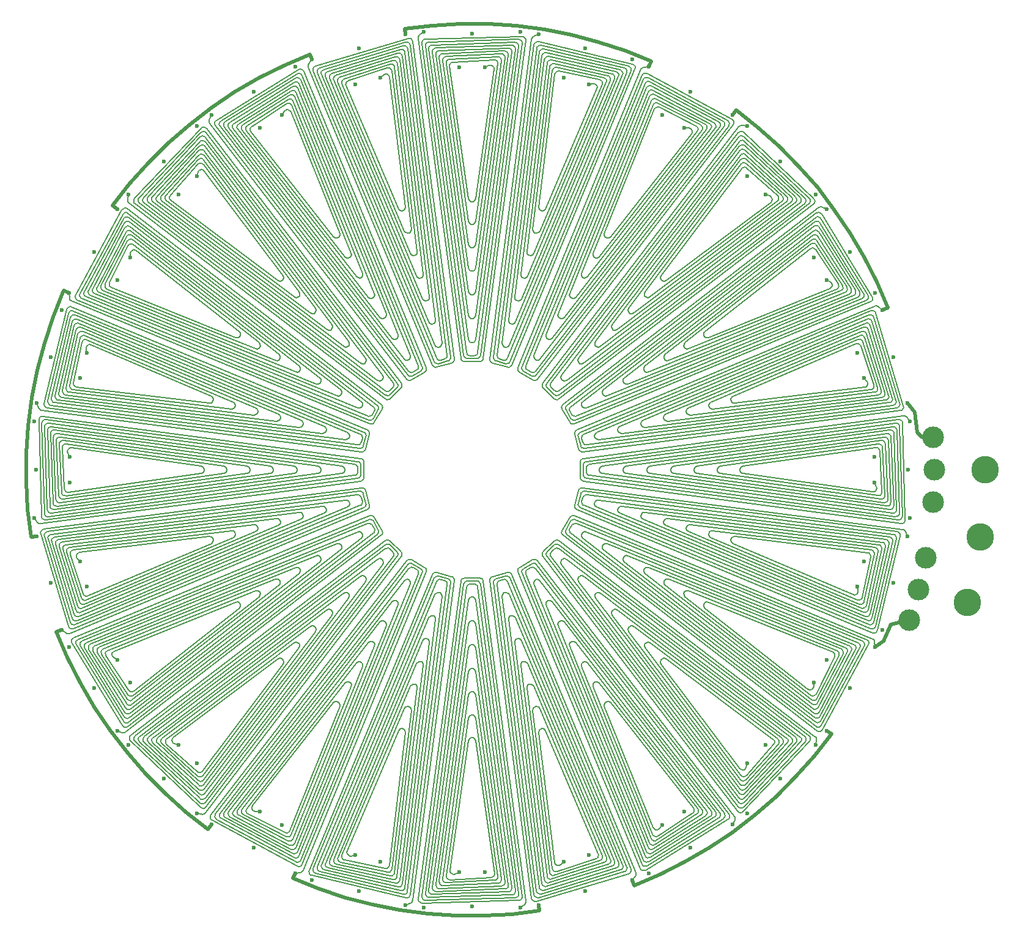
<source format=gbr>
%TF.GenerationSoftware,KiCad,Pcbnew,8.0.0*%
%TF.CreationDate,2024-10-30T22:06:19-04:00*%
%TF.ProjectId,mycoil,6d79636f-696c-42e6-9b69-6361645f7063,rev?*%
%TF.SameCoordinates,Original*%
%TF.FileFunction,Copper,L4,Bot*%
%TF.FilePolarity,Positive*%
%FSLAX46Y46*%
G04 Gerber Fmt 4.6, Leading zero omitted, Abs format (unit mm)*
G04 Created by KiCad (PCBNEW 8.0.0) date 2024-10-30 22:06:19*
%MOMM*%
%LPD*%
G01*
G04 APERTURE LIST*
%TA.AperFunction,ComponentPad*%
%ADD10C,3.800000*%
%TD*%
%TA.AperFunction,ComponentPad*%
%ADD11C,3.000000*%
%TD*%
%TA.AperFunction,ViaPad*%
%ADD12C,0.600000*%
%TD*%
%TA.AperFunction,Conductor*%
%ADD13C,0.500000*%
%TD*%
%TA.AperFunction,Conductor*%
%ADD14C,0.200000*%
%TD*%
G04 APERTURE END LIST*
D10*
%TO.P,,1*%
%TO.N,N/C*%
X56000000Y-7500000D03*
%TD*%
%TO.P,,1*%
%TO.N,N/C*%
X55392585Y-16767360D03*
%TD*%
%TO.P,,1*%
%TO.N,N/C*%
X53580734Y-25876152D03*
%TD*%
D11*
%TO.P,,1*%
%TO.N,N/C*%
X49000000Y-7500000D03*
%TD*%
%TO.P,,1*%
%TO.N,N/C*%
X48844099Y-3035586D03*
%TD*%
%TO.P,,1*%
%TO.N,N/C*%
X48844099Y-11964414D03*
%TD*%
%TO.P,,1*%
%TO.N,N/C*%
X46819253Y-24064419D03*
%TD*%
%TO.P,,1*%
%TO.N,N/C*%
X47824140Y-19711776D03*
%TD*%
%TO.P,,1*%
%TO.N,N/C*%
X45513189Y-28336362D03*
%TD*%
D12*
%TO.N,*%
X23109544Y-55089219D03*
X27705738Y-50210183D03*
X23109544Y-48159573D03*
X45600000Y-14200000D03*
X40700000Y-9300000D03*
X45400000Y-7500000D03*
X40700000Y-5700000D03*
X45400000Y-7500000D03*
X45600000Y-800000D03*
X41801017Y-29656137D03*
X38336194Y-23654887D03*
X43341920Y-23132670D03*
X39267943Y-20177554D03*
X43341920Y-23132670D03*
X45269193Y-16712731D03*
X34131139Y-43602370D03*
X32337615Y-36908846D03*
X37307934Y-37700000D03*
X34137615Y-33791154D03*
X37307934Y-37700000D03*
X40831139Y-31997630D03*
X25658640Y-45613056D03*
X27709250Y-50209250D03*
X32588286Y-45613056D03*
X9497630Y-63331139D03*
X11291154Y-56637615D03*
X15200000Y-59807934D03*
X14408846Y-54837615D03*
X15200000Y-59807934D03*
X21102370Y-56631139D03*
X-5787269Y-67769193D03*
X-2322446Y-61767943D03*
X632670Y-65841920D03*
X1154887Y-60836194D03*
X632670Y-65841920D03*
X7156137Y-64301017D03*
X-21700000Y-68100000D03*
X-16800000Y-63200000D03*
X-15000000Y-67900000D03*
X-13200000Y-63200000D03*
X-15000000Y-67900000D03*
X-8300000Y-68100000D03*
X-37156137Y-64301017D03*
X-31154887Y-60836194D03*
X-30632670Y-65841920D03*
X-27677554Y-61767943D03*
X-30632670Y-65841920D03*
X-24212731Y-67769193D03*
X-51102370Y-56631139D03*
X-44408846Y-54837615D03*
X-45200000Y-59807934D03*
X-41291154Y-56637615D03*
X-45200000Y-59807934D03*
X-39497630Y-63331139D03*
X-62588286Y-45613056D03*
X-55658640Y-45613056D03*
X-57709250Y-50209250D03*
X-53113056Y-48158640D03*
X-57709250Y-50209250D03*
X-53113056Y-55088286D03*
X-70831139Y-31997630D03*
X-64137615Y-33791154D03*
X-67307934Y-37700000D03*
X-62337615Y-36908846D03*
X-67307934Y-37700000D03*
X-64131139Y-43602370D03*
X-75269193Y-16712731D03*
X-69267943Y-20177554D03*
X-73341920Y-23132670D03*
X-68336194Y-23654887D03*
X-73341920Y-23132670D03*
X-71801017Y-29656137D03*
X-75600000Y-800000D03*
X-70700000Y-5700000D03*
X-75400000Y-7500000D03*
X-70700000Y-9300000D03*
X-75400000Y-7500000D03*
X-75600000Y-14200000D03*
X-71801017Y14656137D03*
X-68336194Y8654887D03*
X-73341920Y8132670D03*
X-69267943Y5177554D03*
X-73341920Y8132670D03*
X-75269193Y1712731D03*
X-64131139Y28602370D03*
X-62337615Y21908846D03*
X-67307934Y22700000D03*
X-64137615Y18791154D03*
X-67307934Y22700000D03*
X-70831139Y16997630D03*
X-53113056Y40088286D03*
X-53113056Y33158640D03*
X-57709250Y35209250D03*
X-55658640Y30613056D03*
X-57709250Y35209250D03*
X-62588286Y30613056D03*
X-39497630Y48331139D03*
X-41291154Y41637615D03*
X-45200000Y44807934D03*
X-44408846Y39837615D03*
X-45200000Y44807934D03*
X-51102370Y41631139D03*
X-24212731Y52769193D03*
X-27677554Y46767943D03*
X-30632670Y50841920D03*
X-31154887Y45836194D03*
X-30632670Y50841920D03*
X-37156137Y49301017D03*
X-8300000Y53100000D03*
X-13200000Y48200000D03*
X-15000000Y52900000D03*
X-16800000Y48200000D03*
X-15000000Y52900000D03*
X-21700000Y53100000D03*
X7156137Y49301017D03*
X1154887Y45836194D03*
X632670Y50841920D03*
X-2322446Y46767943D03*
X632670Y50841920D03*
X-5787269Y52769193D03*
X21102370Y41631139D03*
X14408846Y39837615D03*
X15200000Y44807934D03*
X11291154Y41637615D03*
X15200000Y44807934D03*
X9497630Y48331139D03*
X32588286Y30613056D03*
X25658640Y30613056D03*
X27709250Y35209250D03*
X23113056Y33158640D03*
X27709250Y35209250D03*
X23113056Y40088286D03*
X40831139Y16997630D03*
X34137615Y18791154D03*
X37307934Y22700000D03*
X32337615Y21908846D03*
X37307934Y22700000D03*
X34131139Y28602370D03*
X45269193Y1712731D03*
X39267943Y5177554D03*
X43341920Y8132670D03*
X38336194Y8654887D03*
X43341920Y8132670D03*
X41801017Y14656137D03*
%TD*%
D13*
%TO.N,*%
X43000000Y-28900000D02*
X45513189Y-28336362D01*
X42000000Y-31200000D02*
X43000000Y-28900000D01*
X40831139Y-31997630D02*
X42000000Y-31200000D01*
X47335586Y-3035586D02*
X48844099Y-3035586D01*
X46600000Y-2300000D02*
X47335586Y-3035586D01*
X46300000Y500000D02*
X46600000Y-2300000D01*
X45287269Y1712731D02*
X46300000Y500000D01*
X45269193Y1712731D02*
X45287269Y1712731D01*
D14*
X45600000Y-800000D02*
X45175744Y-234326D01*
X45175744Y-234326D02*
X45103676Y-156886D01*
X45103676Y-156886D02*
X45016928Y-96341D01*
X45016928Y-96341D02*
X44919385Y-55402D01*
X44919385Y-55402D02*
X44815411Y-35902D01*
X44815411Y-35902D02*
X44709662Y-38712D01*
X44709662Y-38712D02*
X433918Y-5942144D01*
X433918Y-5942144D02*
X296028Y-5981255D01*
X296028Y-5981255D02*
X174899Y-6057877D01*
X174899Y-6057877D02*
X80485Y-6165716D01*
X80485Y-6165716D02*
X20543Y-6295909D01*
X20543Y-6295909D02*
X0Y-6437758D01*
X0Y-6437758D02*
X0Y-8562242D01*
X0Y-8562242D02*
X20543Y-8704091D01*
X20543Y-8704091D02*
X80485Y-8834284D01*
X80485Y-8834284D02*
X174899Y-8942123D01*
X174899Y-8942123D02*
X296028Y-9018745D01*
X296028Y-9018745D02*
X433918Y-9057856D01*
X433918Y-9057856D02*
X44417937Y-14922392D01*
X44417937Y-14922392D02*
X44590022Y-14915412D01*
X44590022Y-14915412D02*
X44749529Y-14850457D01*
X44749529Y-14850457D02*
X44877535Y-14735234D01*
X44877535Y-14735234D02*
X44958851Y-14583414D01*
X44958851Y-14583414D02*
X44983829Y-14413009D01*
X44983829Y-14413009D02*
X44615305Y-1035589D01*
X44615305Y-1035589D02*
X44582945Y-871901D01*
X44582945Y-871901D02*
X44498527Y-727976D01*
X44498527Y-727976D02*
X44371454Y-619840D01*
X44371454Y-619840D02*
X44215876Y-559538D01*
X44215876Y-559538D02*
X44049119Y-553783D01*
X44049119Y-553783D02*
X833624Y-6341922D01*
X833624Y-6341922D02*
X695812Y-6381090D01*
X695812Y-6381090D02*
X574764Y-6457731D01*
X574764Y-6457731D02*
X480420Y-6565554D01*
X480420Y-6565554D02*
X420526Y-6695704D01*
X420526Y-6695704D02*
X400000Y-6837496D01*
X400000Y-6837496D02*
X400000Y-8162504D01*
X400000Y-8162504D02*
X420526Y-8304296D01*
X420526Y-8304296D02*
X480420Y-8434446D01*
X480420Y-8434446D02*
X574764Y-8542269D01*
X574764Y-8542269D02*
X695812Y-8618910D01*
X695812Y-8618910D02*
X833624Y-8658078D01*
X833624Y-8658078D02*
X44016483Y-14441846D01*
X44016483Y-14441846D02*
X44188820Y-14434914D01*
X44188820Y-14434914D02*
X44348548Y-14369838D01*
X44348548Y-14369838D02*
X44476661Y-14254361D01*
X44476661Y-14254361D02*
X44557915Y-14102223D01*
X44557915Y-14102223D02*
X44582641Y-13931528D01*
X44582641Y-13931528D02*
X44216366Y-1514813D01*
X44216366Y-1514813D02*
X44183734Y-1351314D01*
X44183734Y-1351314D02*
X44099161Y-1207632D01*
X44099161Y-1207632D02*
X43972049Y-1099745D01*
X43972049Y-1099745D02*
X43816533Y-1039648D01*
X43816533Y-1039648D02*
X43649903Y-1034022D01*
X43649903Y-1034022D02*
X1233320Y-6741692D01*
X1233320Y-6741692D02*
X1095587Y-6780919D01*
X1095587Y-6780919D02*
X974624Y-6857580D01*
X974624Y-6857580D02*
X880354Y-6965386D01*
X880354Y-6965386D02*
X820509Y-7095492D01*
X820509Y-7095492D02*
X800000Y-7237225D01*
X800000Y-7237225D02*
X800000Y-7762775D01*
X800000Y-7762775D02*
X820509Y-7904508D01*
X820509Y-7904508D02*
X880354Y-8034614D01*
X880354Y-8034614D02*
X974624Y-8142420D01*
X974624Y-8142420D02*
X1095587Y-8219081D01*
X1095587Y-8219081D02*
X1233320Y-8258308D01*
X1233320Y-8258308D02*
X43614837Y-13961259D01*
X43614837Y-13961259D02*
X43787458Y-13954373D01*
X43787458Y-13954373D02*
X43947431Y-13889152D01*
X43947431Y-13889152D02*
X44075659Y-13773381D01*
X44075659Y-13773381D02*
X44156834Y-13620882D01*
X44156834Y-13620882D02*
X44181265Y-13449860D01*
X44181265Y-13449860D02*
X43817605Y-1994545D01*
X43817605Y-1994545D02*
X43784620Y-1831158D01*
X43784620Y-1831158D02*
X43699763Y-1687691D01*
X43699763Y-1687691D02*
X43572463Y-1580090D01*
X43572463Y-1580090D02*
X43416867Y-1520311D01*
X43416867Y-1520311D02*
X43250268Y-1514999D01*
X43250268Y-1514999D02*
X3012525Y-7004589D01*
X3012525Y-7004589D02*
X2754320Y-7120713D01*
X2754320Y-7120713D02*
X2600570Y-7358442D01*
X2600570Y-7358442D02*
X2600570Y-7641558D01*
X2600570Y-7641558D02*
X2754320Y-7879287D01*
X2754320Y-7879287D02*
X3012525Y-7995411D01*
X3012525Y-7995411D02*
X43212337Y-13479826D01*
X43212337Y-13479826D02*
X43385405Y-13473162D01*
X43385405Y-13473162D02*
X43545816Y-13407856D01*
X43545816Y-13407856D02*
X43674324Y-13291741D01*
X43674324Y-13291741D02*
X43755510Y-13138751D01*
X43755510Y-13138751D02*
X43779630Y-12967243D01*
X43779630Y-12967243D02*
X43419020Y-2473474D01*
X43419020Y-2473474D02*
X43385674Y-2310345D01*
X43385674Y-2310345D02*
X43300613Y-2167209D01*
X43300613Y-2167209D02*
X43173269Y-2059941D01*
X43173269Y-2059941D02*
X43017764Y-2000434D01*
X43017764Y-2000434D02*
X42851341Y-1995288D01*
X42851341Y-1995288D02*
X6345822Y-7004642D01*
X6345822Y-7004642D02*
X6087826Y-7120865D01*
X6087826Y-7120865D02*
X5934231Y-7358517D01*
X5934231Y-7358517D02*
X5934231Y-7641483D01*
X5934231Y-7641483D02*
X6087826Y-7879135D01*
X6087826Y-7879135D02*
X6345822Y-7995358D01*
X6345822Y-7995358D02*
X42810091Y-12999052D01*
X42810091Y-12999052D02*
X42983542Y-12992442D01*
X42983542Y-12992442D02*
X43144281Y-12926930D01*
X43144281Y-12926930D02*
X43272937Y-12810412D01*
X43272937Y-12810412D02*
X43354005Y-12656930D01*
X43354005Y-12656930D02*
X43377715Y-12484980D01*
X43377715Y-12484980D02*
X43020680Y-2952158D01*
X43020680Y-2952158D02*
X42986914Y-2789343D01*
X42986914Y-2789343D02*
X42901623Y-2646604D01*
X42901623Y-2646604D02*
X42774240Y-2539728D01*
X42774240Y-2539728D02*
X42618853Y-2480534D01*
X42618853Y-2480534D02*
X42452647Y-2475570D01*
X42452647Y-2475570D02*
X9648183Y-7004698D01*
X9648183Y-7004698D02*
X9390408Y-7121027D01*
X9390408Y-7121027D02*
X9236978Y-7358596D01*
X9236978Y-7358596D02*
X9236978Y-7641404D01*
X9236978Y-7641404D02*
X9390408Y-7878973D01*
X9390408Y-7878973D02*
X9648183Y-7995302D01*
X9648183Y-7995302D02*
X42407444Y-12518189D01*
X42407444Y-12518189D02*
X42581342Y-12511627D01*
X42581342Y-12511627D02*
X42742458Y-12445863D01*
X42742458Y-12445863D02*
X42871277Y-12328861D01*
X42871277Y-12328861D02*
X42952193Y-12174795D01*
X42952193Y-12174795D02*
X42975404Y-12002329D01*
X42975404Y-12002329D02*
X42622655Y-3430522D01*
X42622655Y-3430522D02*
X42588391Y-3268094D01*
X42588391Y-3268094D02*
X42502836Y-3125836D01*
X42502836Y-3125836D02*
X42375421Y-3019429D01*
X42375421Y-3019429D02*
X42220191Y-2960602D01*
X42220191Y-2960602D02*
X42054257Y-2955840D01*
X42054257Y-2955840D02*
X12918116Y-7004759D01*
X12918116Y-7004759D02*
X12660578Y-7121200D01*
X12660578Y-7121200D02*
X12507324Y-7358681D01*
X12507324Y-7358681D02*
X12507324Y-7641319D01*
X12507324Y-7641319D02*
X12660578Y-7878800D01*
X12660578Y-7878800D02*
X12918116Y-7995241D01*
X12918116Y-7995241D02*
X42004264Y-12037213D01*
X42004264Y-12037213D02*
X42178694Y-12030692D01*
X42178694Y-12030692D02*
X42340253Y-11964608D01*
X42340253Y-11964608D02*
X42469252Y-11847017D01*
X42469252Y-11847017D02*
X42549968Y-11692248D01*
X42549968Y-11692248D02*
X42572565Y-11519165D01*
X42572565Y-11519165D02*
X42225044Y-3908456D01*
X42225044Y-3908456D02*
X42190180Y-3746514D01*
X42190180Y-3746514D02*
X42104318Y-3604850D01*
X42104318Y-3604850D02*
X41976882Y-3499014D01*
X41976882Y-3499014D02*
X41821861Y-3440624D01*
X41821861Y-3440624D02*
X41656270Y-3436088D01*
X41656270Y-3436088D02*
X16153977Y-7004825D01*
X16153977Y-7004825D02*
X15896694Y-7121387D01*
X15896694Y-7121387D02*
X15743630Y-7358773D01*
X15743630Y-7358773D02*
X15743630Y-7641227D01*
X15743630Y-7641227D02*
X15896694Y-7878613D01*
X15896694Y-7878613D02*
X16153977Y-7995175D01*
X16153977Y-7995175D02*
X41600352Y-11556087D01*
X41600352Y-11556087D02*
X41775430Y-11549593D01*
X41775430Y-11549593D02*
X41937520Y-11483101D01*
X41937520Y-11483101D02*
X42066721Y-11364773D01*
X42066721Y-11364773D02*
X42147170Y-11209138D01*
X42147170Y-11209138D02*
X42168990Y-11035304D01*
X42168990Y-11035304D02*
X41827990Y-4385799D01*
X41827990Y-4385799D02*
X41792389Y-4224478D01*
X41792389Y-4224478D02*
X41706163Y-4083563D01*
X41706163Y-4083563D02*
X41578723Y-3978439D01*
X41578723Y-3978439D02*
X41423984Y-3920580D01*
X41423984Y-3920580D02*
X41258836Y-3916304D01*
X41258836Y-3916304D02*
X19353906Y-7004897D01*
X19353906Y-7004897D02*
X19096903Y-7121591D01*
X19096903Y-7121591D02*
X18944046Y-7358872D01*
X18944046Y-7358872D02*
X18944046Y-7641128D01*
X18944046Y-7641128D02*
X19096903Y-7878409D01*
X19096903Y-7878409D02*
X19353906Y-7995103D01*
X19353906Y-7995103D02*
X41195398Y-11074751D01*
X41195398Y-11074751D02*
X41371285Y-11068266D01*
X41371285Y-11068266D02*
X41534028Y-11001235D01*
X41534028Y-11001235D02*
X41663460Y-10881963D01*
X41663460Y-10881963D02*
X41743544Y-10725231D01*
X41743544Y-10725231D02*
X41764354Y-10550459D01*
X41764354Y-10550459D02*
X41431713Y-4862299D01*
X41431713Y-4862299D02*
X41395185Y-4701794D01*
X41395185Y-4701794D02*
X41308515Y-4561849D01*
X41308515Y-4561849D02*
X41181099Y-4457632D01*
X41181099Y-4457632D02*
X41026745Y-4400438D01*
X41026745Y-4400438D02*
X40862184Y-4396467D01*
X40862184Y-4396467D02*
X22515728Y-7004978D01*
X22515728Y-7004978D02*
X22259035Y-7121818D01*
X22259035Y-7121818D02*
X22106408Y-7358984D01*
X22106408Y-7358984D02*
X22106408Y-7641016D01*
X22106408Y-7641016D02*
X22259035Y-7878182D01*
X22259035Y-7878182D02*
X22515728Y-7995022D01*
X22515728Y-7995022D02*
X40449308Y-10544830D01*
X40449308Y-10544830D02*
X40665088Y-10528201D01*
X40665088Y-10528201D02*
X40853628Y-10421945D01*
X40853628Y-10421945D02*
X40979605Y-10245970D01*
X40979605Y-10245970D02*
X41019416Y-10033243D01*
X41019416Y-10033243D02*
X40965605Y-9823620D01*
X40965605Y-9823620D02*
X40700000Y-9300000D01*
X45269193Y-16712731D02*
X45005800Y-16056526D01*
X45005800Y-16056526D02*
X44956231Y-15963072D01*
X44956231Y-15963072D02*
X44888109Y-15882139D01*
X44888109Y-15882139D02*
X44804485Y-15817349D01*
X44804485Y-15817349D02*
X44709102Y-15771602D01*
X44709102Y-15771602D02*
X44606228Y-15746947D01*
X44606228Y-15746947D02*
X311223Y-9989819D01*
X311223Y-9989819D02*
X167909Y-9991908D01*
X167909Y-9991908D02*
X31076Y-10034569D01*
X31076Y-10034569D02*
X-88032Y-10114297D01*
X-88032Y-10114297D02*
X-179628Y-10224540D01*
X-179628Y-10224540D02*
X-236184Y-10356239D01*
X-236184Y-10356239D02*
X-786041Y-12408332D01*
X-786041Y-12408332D02*
X-802911Y-12550665D01*
X-802911Y-12550665D02*
X-778708Y-12691936D01*
X-778708Y-12691936D02*
X-715422Y-12820537D01*
X-715422Y-12820537D02*
X-618252Y-12925899D01*
X-618252Y-12925899D02*
X-495183Y-12999365D01*
X-495183Y-12999365D02*
X40472264Y-30047974D01*
X40472264Y-30047974D02*
X40640291Y-30085770D01*
X40640291Y-30085770D02*
X40811175Y-30064313D01*
X40811175Y-30064313D02*
X40964641Y-29986146D01*
X40964641Y-29986146D02*
X41082480Y-29860545D01*
X41082480Y-29860545D02*
X41150712Y-29702411D01*
X41150712Y-29702411D02*
X44257076Y-16685435D01*
X44257076Y-16685435D02*
X44268183Y-16518949D01*
X44268183Y-16518949D02*
X44223893Y-16358079D01*
X44223893Y-16358079D02*
X44129137Y-16220739D01*
X44129137Y-16220739D02*
X43994468Y-16122225D01*
X43994468Y-16122225D02*
X43834883Y-16073506D01*
X43834883Y-16073506D02*
X593839Y-10479426D01*
X593839Y-10479426D02*
X450585Y-10481591D01*
X450585Y-10481591D02*
X313826Y-10524291D01*
X313826Y-10524291D02*
X194790Y-10604022D01*
X194790Y-10604022D02*
X103252Y-10714236D01*
X103252Y-10714236D02*
X46726Y-10845884D01*
X46726Y-10845884D02*
X-296211Y-12125743D01*
X-296211Y-12125743D02*
X-313082Y-12268016D01*
X-313082Y-12268016D02*
X-288915Y-12409234D01*
X-288915Y-12409234D02*
X-225692Y-12537800D01*
X-225692Y-12537800D02*
X-128605Y-12643159D01*
X-128605Y-12643159D02*
X-5626Y-12716661D01*
X-5626Y-12716661D02*
X40208863Y-29479898D01*
X40208863Y-29479898D02*
X40377122Y-29517806D01*
X40377122Y-29517806D02*
X40548250Y-29496288D01*
X40548250Y-29496288D02*
X40701886Y-29417904D01*
X40701886Y-29417904D02*
X40819747Y-29291980D01*
X40819747Y-29291980D02*
X40887810Y-29133501D01*
X40887810Y-29133501D02*
X43747698Y-17045077D01*
X43747698Y-17045077D02*
X43758494Y-16878702D01*
X43758494Y-16878702D02*
X43713990Y-16718028D01*
X43713990Y-16718028D02*
X43619133Y-16580918D01*
X43619133Y-16580918D02*
X43484470Y-16482618D01*
X43484470Y-16482618D02*
X43324975Y-16434057D01*
X43324975Y-16434057D02*
X876448Y-10969023D01*
X876448Y-10969023D02*
X733255Y-10971266D01*
X733255Y-10971266D02*
X596573Y-11014007D01*
X596573Y-11014007D02*
X477612Y-11093740D01*
X477612Y-11093740D02*
X386133Y-11203924D01*
X386133Y-11203924D02*
X329639Y-11335520D01*
X329639Y-11335520D02*
X193617Y-11843162D01*
X193617Y-11843162D02*
X176744Y-11985374D01*
X176744Y-11985374D02*
X200875Y-12126536D01*
X200875Y-12126536D02*
X264032Y-12255067D01*
X264032Y-12255067D02*
X361032Y-12360424D01*
X361032Y-12360424D02*
X483918Y-12433962D01*
X483918Y-12433962D02*
X39945288Y-28911733D01*
X39945288Y-28911733D02*
X40113809Y-28949759D01*
X40113809Y-28949759D02*
X40285212Y-28928164D01*
X40285212Y-28928164D02*
X40439035Y-28849526D01*
X40439035Y-28849526D02*
X40556913Y-28723233D01*
X40556913Y-28723233D02*
X40624776Y-28564362D01*
X40624776Y-28564362D02*
X43238360Y-17405255D01*
X43238360Y-17405255D02*
X43248787Y-17238898D01*
X43248787Y-17238898D02*
X43203953Y-17078357D01*
X43203953Y-17078357D02*
X43108840Y-16941474D01*
X43108840Y-16941474D02*
X42974018Y-16843462D01*
X42974018Y-16843462D02*
X42814470Y-16795212D01*
X42814470Y-16795212D02*
X2526985Y-11683454D01*
X2526985Y-11683454D02*
X2247523Y-11728793D01*
X2247523Y-11728793D02*
X2037483Y-11918629D01*
X2037483Y-11918629D02*
X1964208Y-12192097D01*
X1964208Y-12192097D02*
X2051190Y-12461520D01*
X2051190Y-12461520D02*
X2270541Y-12640515D01*
X2270541Y-12640515D02*
X39681107Y-28342530D01*
X39681107Y-28342530D02*
X39850002Y-28380887D01*
X39850002Y-28380887D02*
X40021851Y-28359323D01*
X40021851Y-28359323D02*
X40176032Y-28280425D01*
X40176032Y-28280425D02*
X40294048Y-28153660D01*
X40294048Y-28153660D02*
X40361736Y-27994239D01*
X40361736Y-27994239D02*
X42729401Y-17764704D01*
X42729401Y-17764704D02*
X42739412Y-17598502D01*
X42739412Y-17598502D02*
X42694296Y-17438229D01*
X42694296Y-17438229D02*
X42599054Y-17301656D01*
X42599054Y-17301656D02*
X42464249Y-17203929D01*
X42464249Y-17203929D02*
X42304828Y-17155885D01*
X42304828Y-17155885D02*
X5746689Y-12546226D01*
X5746689Y-12546226D02*
X5467403Y-12591715D01*
X5467403Y-12591715D02*
X5257533Y-12781516D01*
X5257533Y-12781516D02*
X5184296Y-13054840D01*
X5184296Y-13054840D02*
X5271148Y-13324147D01*
X5271148Y-13324147D02*
X5490273Y-13503184D01*
X5490273Y-13503184D02*
X39417001Y-27774029D01*
X39417001Y-27774029D02*
X39586252Y-27812536D01*
X39586252Y-27812536D02*
X39758470Y-27790859D01*
X39758470Y-27790859D02*
X39912899Y-27711610D01*
X39912899Y-27711610D02*
X40030929Y-27584339D01*
X40030929Y-27584339D02*
X40098334Y-27424385D01*
X40098334Y-27424385D02*
X42220741Y-18123979D01*
X42220741Y-18123979D02*
X42230265Y-17957972D01*
X42230265Y-17957972D02*
X42184824Y-17798022D01*
X42184824Y-17798022D02*
X42089443Y-17661818D01*
X42089443Y-17661818D02*
X41954671Y-17564425D01*
X41954671Y-17564425D02*
X41795414Y-17516612D01*
X41795414Y-17516612D02*
X8936510Y-13400994D01*
X8936510Y-13400994D02*
X8657410Y-13446642D01*
X8657410Y-13446642D02*
X8447721Y-13636406D01*
X8447721Y-13636406D02*
X8374525Y-13909577D01*
X8374525Y-13909577D02*
X8461239Y-14178762D01*
X8461239Y-14178762D02*
X8680123Y-14357844D01*
X8680123Y-14357844D02*
X39152530Y-27205338D01*
X39152530Y-27205338D02*
X39322201Y-27244008D01*
X39322201Y-27244008D02*
X39494848Y-27222184D01*
X39494848Y-27222184D02*
X39649560Y-27142510D01*
X39649560Y-27142510D02*
X39767594Y-27014637D01*
X39767594Y-27014637D02*
X39834652Y-26854054D01*
X39834652Y-26854054D02*
X41712469Y-18483026D01*
X41712469Y-18483026D02*
X41721412Y-18317265D01*
X41721412Y-18317265D02*
X41675591Y-18157711D01*
X41675591Y-18157711D02*
X41580058Y-18021952D01*
X41580058Y-18021952D02*
X41445343Y-17924954D01*
X41445343Y-17924954D02*
X41286295Y-17877406D01*
X41286295Y-17877406D02*
X12095007Y-14247374D01*
X12095007Y-14247374D02*
X11816107Y-14293191D01*
X11816107Y-14293191D02*
X11606611Y-14482916D01*
X11606611Y-14482916D02*
X11533459Y-14755923D01*
X11533459Y-14755923D02*
X11620026Y-15024977D01*
X11620026Y-15024977D02*
X11838651Y-15204106D01*
X11838651Y-15204106D02*
X38887573Y-26636400D01*
X38887573Y-26636400D02*
X39057748Y-26675247D01*
X39057748Y-26675247D02*
X39230906Y-26653230D01*
X39230906Y-26653230D02*
X39385944Y-26573032D01*
X39385944Y-26573032D02*
X39503967Y-26444428D01*
X39503967Y-26444428D02*
X39570591Y-26283091D01*
X39570591Y-26283091D02*
X41204708Y-18841766D01*
X41204708Y-18841766D02*
X41212945Y-18676318D01*
X41212945Y-18676318D02*
X41166674Y-18517259D01*
X41166674Y-18517259D02*
X41070973Y-18382047D01*
X41070973Y-18382047D02*
X40936347Y-18285524D01*
X40936347Y-18285524D02*
X40777572Y-18238285D01*
X40777572Y-18238285D02*
X15220591Y-15084940D01*
X15220591Y-15084940D02*
X14941907Y-15130940D01*
X14941907Y-15130940D02*
X14732619Y-15320622D01*
X14732619Y-15320622D02*
X14659514Y-15593452D01*
X14659514Y-15593452D02*
X14745923Y-15862365D01*
X14745923Y-15862365D02*
X14964270Y-16041545D01*
X14964270Y-16041545D02*
X38621950Y-26067128D01*
X38621950Y-26067128D02*
X38792742Y-26106169D01*
X38792742Y-26106169D02*
X38966518Y-26083894D01*
X38966518Y-26083894D02*
X39121942Y-26003038D01*
X39121942Y-26003038D02*
X39239932Y-25873528D01*
X39239932Y-25873528D02*
X39306000Y-25711265D01*
X39306000Y-25711265D02*
X40697637Y-19200079D01*
X40697637Y-19200079D02*
X40705003Y-19035041D01*
X40705003Y-19035041D02*
X40658186Y-18876611D01*
X40658186Y-18876611D02*
X40562297Y-18742084D01*
X40562297Y-18742084D02*
X40427805Y-18646148D01*
X40427805Y-18646148D02*
X40269392Y-18599274D01*
X40269392Y-18599274D02*
X18311467Y-15913213D01*
X18311467Y-15913213D02*
X18033018Y-15959413D01*
X18033018Y-15959413D02*
X17823957Y-16149047D01*
X17823957Y-16149047D02*
X17750904Y-16421684D01*
X17750904Y-16421684D02*
X17837139Y-16690443D01*
X17837139Y-16690443D02*
X18055183Y-16869678D01*
X18055183Y-16869678D02*
X38355372Y-25497384D01*
X38355372Y-25497384D02*
X38526945Y-25536643D01*
X38526945Y-25536643D02*
X38701491Y-25514017D01*
X38701491Y-25514017D02*
X38857383Y-25432309D01*
X38857383Y-25432309D02*
X38975303Y-25301644D01*
X38975303Y-25301644D02*
X39040639Y-25138213D01*
X39040639Y-25138213D02*
X40191537Y-19557778D01*
X40191537Y-19557778D02*
X40197794Y-19393288D01*
X40197794Y-19393288D02*
X40150299Y-19235680D01*
X40150299Y-19235680D02*
X40054197Y-19102036D01*
X40054197Y-19102036D02*
X39919905Y-19006842D01*
X39919905Y-19006842D02*
X39761979Y-18960414D01*
X39761979Y-18960414D02*
X21365532Y-16731631D01*
X21365532Y-16731631D02*
X21087345Y-16778052D01*
X21087345Y-16778052D02*
X20878536Y-16967634D01*
X20878536Y-16967634D02*
X20805540Y-17240057D01*
X20805540Y-17240057D02*
X20891584Y-17508644D01*
X20891584Y-17508644D02*
X21109290Y-17687939D01*
X21109290Y-17687939D02*
X37771859Y-24792417D01*
X37771859Y-24792417D02*
X37984590Y-24832203D01*
X37984590Y-24832203D02*
X38194207Y-24778365D01*
X38194207Y-24778365D02*
X38361437Y-24640991D01*
X38361437Y-24640991D02*
X38454950Y-24445817D01*
X38454950Y-24445817D02*
X38457226Y-24229409D01*
X38457226Y-24229409D02*
X38336194Y-23654887D01*
X40831139Y-31997630D02*
X40746560Y-31295614D01*
X40746560Y-31295614D02*
X40722867Y-31192515D01*
X40722867Y-31192515D02*
X40678014Y-31096708D01*
X40678014Y-31096708D02*
X40614008Y-31012482D01*
X40614008Y-31012482D02*
X40533715Y-30943607D01*
X40533715Y-30943607D02*
X40440729Y-30893166D01*
X40440729Y-30893166D02*
X-854907Y-13867816D01*
X-854907Y-13867816D02*
X-993878Y-13832742D01*
X-993878Y-13832742D02*
X-1137090Y-13838535D01*
X-1137090Y-13838535D02*
X-1272775Y-13884718D01*
X-1272775Y-13884718D02*
X-1389782Y-13967498D01*
X-1389782Y-13967498D02*
X-1478498Y-14080072D01*
X-1478498Y-14080072D02*
X-2540740Y-15919928D01*
X-2540740Y-15919928D02*
X-2593874Y-16053045D01*
X-2593874Y-16053045D02*
X-2607059Y-16195766D01*
X-2607059Y-16195766D02*
X-2579213Y-16336365D01*
X-2579213Y-16336365D02*
X-2512624Y-16463286D01*
X-2512624Y-16463286D02*
X-2412763Y-16566102D01*
X-2412763Y-16566102D02*
X32746247Y-43636948D01*
X32746247Y-43636948D02*
X32898767Y-43716946D01*
X32898767Y-43716946D02*
X33069382Y-43740447D01*
X33069382Y-43740447D02*
X33237849Y-43704664D01*
X33237849Y-43704664D02*
X33384181Y-43613842D01*
X33384181Y-43613842D02*
X33491016Y-43478756D01*
X33491016Y-43478756D02*
X39860575Y-31709309D01*
X39860575Y-31709309D02*
X39914393Y-31551370D01*
X39914393Y-31551370D02*
X39913248Y-31384519D01*
X39913248Y-31384519D02*
X39857267Y-31227334D01*
X39857267Y-31227334D02*
X39752684Y-31097321D01*
X39752684Y-31097321D02*
X39611146Y-31008959D01*
X39611146Y-31008959D02*
X-708640Y-14413887D01*
X-708640Y-14413887D02*
X-847573Y-14378901D01*
X-847573Y-14378901D02*
X-990724Y-14384751D01*
X-990724Y-14384751D02*
X-1126339Y-14430956D01*
X-1126339Y-14430956D02*
X-1243284Y-14513722D01*
X-1243284Y-14513722D02*
X-1331957Y-14626255D01*
X-1331957Y-14626255D02*
X-1994461Y-15773745D01*
X-1994461Y-15773745D02*
X-2047580Y-15906804D01*
X-2047580Y-15906804D02*
X-2060786Y-16049465D01*
X-2060786Y-16049465D02*
X-2032993Y-16190013D01*
X-2032993Y-16190013D02*
X-1966483Y-16316911D01*
X-1966483Y-16316911D02*
X-1866718Y-16419737D01*
X-1866718Y-16419737D02*
X32638850Y-43020056D01*
X32638850Y-43020056D02*
X32791564Y-43100222D01*
X32791564Y-43100222D02*
X32962431Y-43123728D01*
X32962431Y-43123728D02*
X33131119Y-43087778D01*
X33131119Y-43087778D02*
X33277556Y-42996650D01*
X33277556Y-42996650D02*
X33384317Y-42861187D01*
X33384317Y-42861187D02*
X39275471Y-31924859D01*
X39275471Y-31924859D02*
X39328960Y-31766948D01*
X39328960Y-31766948D02*
X39327558Y-31600230D01*
X39327558Y-31600230D02*
X39271420Y-31443241D01*
X39271420Y-31443241D02*
X39166788Y-31313437D01*
X39166788Y-31313437D02*
X39025295Y-31225251D01*
X39025295Y-31225251D02*
X-562378Y-14959946D01*
X-562378Y-14959946D02*
X-701272Y-14925051D01*
X-701272Y-14925051D02*
X-844360Y-14930960D01*
X-844360Y-14930960D02*
X-979903Y-14977187D01*
X-979903Y-14977187D02*
X-1096783Y-15059940D01*
X-1096783Y-15059940D02*
X-1185411Y-15172430D01*
X-1185411Y-15172430D02*
X-1448186Y-15627570D01*
X-1448186Y-15627570D02*
X-1501291Y-15760569D01*
X-1501291Y-15760569D02*
X-1514518Y-15903166D01*
X-1514518Y-15903166D02*
X-1486780Y-16043664D01*
X-1486780Y-16043664D02*
X-1420353Y-16170536D01*
X-1420353Y-16170536D02*
X-1320687Y-16273374D01*
X-1320687Y-16273374D02*
X32531308Y-42403033D01*
X32531308Y-42403033D02*
X32684245Y-42483380D01*
X32684245Y-42483380D02*
X32855397Y-42506883D01*
X32855397Y-42506883D02*
X33024331Y-42470737D01*
X33024331Y-42470737D02*
X33170880Y-42379257D01*
X33170880Y-42379257D02*
X33277549Y-42243363D01*
X33277549Y-42243363D02*
X38690267Y-32140938D01*
X38690267Y-32140938D02*
X38743396Y-31982949D01*
X38743396Y-31982949D02*
X38741640Y-31816274D01*
X38741640Y-31816274D02*
X38685196Y-31659438D01*
X38685196Y-31659438D02*
X38580335Y-31529871D01*
X38580335Y-31529871D02*
X38438712Y-31441971D01*
X38438712Y-31441971D02*
X847010Y-16077224D01*
X847010Y-16077224D02*
X565336Y-16048688D01*
X565336Y-16048688D02*
X313320Y-16177693D01*
X313320Y-16177693D02*
X171762Y-16422878D01*
X171762Y-16422878D02*
X186049Y-16705633D01*
X186049Y-16705633D02*
X351599Y-16935301D01*
X351599Y-16935301D02*
X32423450Y-41784850D01*
X32423450Y-41784850D02*
X32576663Y-41865613D01*
X32576663Y-41865613D02*
X32748237Y-41889261D01*
X32748237Y-41889261D02*
X32917585Y-41852957D01*
X32917585Y-41852957D02*
X33064388Y-41761057D01*
X33064388Y-41761057D02*
X33171032Y-41624587D01*
X33171032Y-41624587D02*
X38105618Y-32356411D01*
X38105618Y-32356411D02*
X38158305Y-32198464D01*
X38158305Y-32198464D02*
X38156208Y-32031975D01*
X38156208Y-32031975D02*
X38099559Y-31875405D01*
X38099559Y-31875405D02*
X37994640Y-31746118D01*
X37994640Y-31746118D02*
X37853087Y-31658450D01*
X37853087Y-31658450D02*
X3733703Y-17743918D01*
X3733703Y-17743918D02*
X3452161Y-17715572D01*
X3452161Y-17715572D02*
X3200318Y-17844588D01*
X3200318Y-17844588D02*
X3058834Y-18089644D01*
X3058834Y-18089644D02*
X3073025Y-18372254D01*
X3073025Y-18372254D02*
X3238345Y-18601904D01*
X3238345Y-18601904D02*
X32315482Y-41167364D01*
X32315482Y-41167364D02*
X32468999Y-41248365D01*
X32468999Y-41248365D02*
X32640959Y-41272000D01*
X32640959Y-41272000D02*
X32810638Y-41235420D01*
X32810638Y-41235420D02*
X32957586Y-41143035D01*
X32957586Y-41143035D02*
X33064094Y-41005977D01*
X33064094Y-41005977D02*
X37521304Y-32571793D01*
X37521304Y-32571793D02*
X37573469Y-32413908D01*
X37573469Y-32413908D02*
X37570974Y-32247647D01*
X37570974Y-32247647D02*
X37514095Y-32091398D01*
X37514095Y-32091398D02*
X37409123Y-31962441D01*
X37409123Y-31962441D02*
X37267667Y-31875039D01*
X37267667Y-31875039D02*
X6593603Y-19395147D01*
X6593603Y-19395147D02*
X6312199Y-19367003D01*
X6312199Y-19367003D02*
X6060540Y-19496030D01*
X6060540Y-19496030D02*
X5919137Y-19740948D01*
X5919137Y-19740948D02*
X5933226Y-20023404D01*
X5933226Y-20023404D02*
X6098301Y-20253035D01*
X6098301Y-20253035D02*
X32207210Y-40549601D01*
X32207210Y-40549601D02*
X32361091Y-40630868D01*
X32361091Y-40630868D02*
X32533505Y-40654472D01*
X32533505Y-40654472D02*
X32703565Y-40617555D01*
X32703565Y-40617555D02*
X32850673Y-40524588D01*
X32850673Y-40524588D02*
X32957009Y-40386833D01*
X32957009Y-40386833D02*
X36937422Y-32787056D01*
X36937422Y-32787056D02*
X36988962Y-32629257D01*
X36988962Y-32629257D02*
X36985999Y-32463281D01*
X36985999Y-32463281D02*
X36928858Y-32307422D01*
X36928858Y-32307422D02*
X36823838Y-32178862D01*
X36823838Y-32178862D02*
X36682516Y-32091770D01*
X36682516Y-32091770D02*
X9425418Y-21030167D01*
X9425418Y-21030167D02*
X9144163Y-21002238D01*
X9144163Y-21002238D02*
X8892701Y-21131276D01*
X8892701Y-21131276D02*
X8751382Y-21376048D01*
X8751382Y-21376048D02*
X8765363Y-21658340D01*
X8765363Y-21658340D02*
X8930177Y-21887949D01*
X8930177Y-21887949D02*
X32098534Y-39931474D01*
X32098534Y-39931474D02*
X32252855Y-40013041D01*
X32252855Y-40013041D02*
X32425812Y-40036591D01*
X32425812Y-40036591D02*
X32596323Y-39999253D01*
X32596323Y-39999253D02*
X32743610Y-39905577D01*
X32743610Y-39905577D02*
X32849721Y-39766981D01*
X32849721Y-39766981D02*
X36354113Y-33002154D01*
X36354113Y-33002154D02*
X36404892Y-32844475D01*
X36404892Y-32844475D02*
X36401365Y-32678860D01*
X36401365Y-32678860D02*
X36343920Y-32523486D01*
X36343920Y-32523486D02*
X36238863Y-32395408D01*
X36238863Y-32395408D02*
X36097725Y-32308684D01*
X36097725Y-32308684D02*
X12227723Y-22648154D01*
X12227723Y-22648154D02*
X11946629Y-22620458D01*
X11946629Y-22620458D02*
X11695378Y-22749508D01*
X11695378Y-22749508D02*
X11554151Y-22994122D01*
X11554151Y-22994122D02*
X11568016Y-23276236D01*
X11568016Y-23276236D02*
X11732548Y-23505823D01*
X11732548Y-23505823D02*
X31989300Y-39312850D01*
X31989300Y-39312850D02*
X32144168Y-39394766D01*
X32144168Y-39394766D02*
X32317788Y-39418226D01*
X32317788Y-39418226D02*
X32488843Y-39380352D01*
X32488843Y-39380352D02*
X32636332Y-39285793D01*
X32636332Y-39285793D02*
X32742146Y-39146158D01*
X32742146Y-39146158D02*
X35771583Y-33217018D01*
X35771583Y-33217018D02*
X35821413Y-33059509D01*
X35821413Y-33059509D02*
X35817196Y-32894360D01*
X35817196Y-32894360D02*
X35759392Y-32739600D01*
X35759392Y-32739600D02*
X35654313Y-32612123D01*
X35654313Y-32612123D02*
X35513430Y-32525846D01*
X35513430Y-32525846D02*
X14998907Y-24248181D01*
X14998907Y-24248181D02*
X14717989Y-24220739D01*
X14717989Y-24220739D02*
X14466970Y-24349803D01*
X14466970Y-24349803D02*
X14325842Y-24594243D01*
X14325842Y-24594243D02*
X14339579Y-24876163D01*
X14339579Y-24876163D02*
X14503804Y-25105724D01*
X14503804Y-25105724D02*
X31879266Y-38693524D01*
X31879266Y-38693524D02*
X32034832Y-38775852D01*
X32034832Y-38775852D02*
X32209287Y-38799173D01*
X32209287Y-38799173D02*
X32381014Y-38760596D01*
X32381014Y-38760596D02*
X32528735Y-38664904D01*
X32528735Y-38664904D02*
X32634144Y-38523952D01*
X32634144Y-38523952D02*
X35190148Y-33431540D01*
X35190148Y-33431540D02*
X35238766Y-33274275D01*
X35238766Y-33274275D02*
X35233680Y-33109744D01*
X35233680Y-33109744D02*
X35175443Y-32955781D01*
X35175443Y-32955781D02*
X35070365Y-32829073D01*
X35070365Y-32829073D02*
X34929837Y-32743353D01*
X34929837Y-32743353D02*
X17737084Y-25829163D01*
X17737084Y-25829163D02*
X17456362Y-25802002D01*
X17456362Y-25802002D02*
X17205600Y-25931080D01*
X17205600Y-25931080D02*
X17064584Y-26175328D01*
X17064584Y-26175328D02*
X17078180Y-26457033D01*
X17078180Y-26457033D02*
X17242063Y-26686565D01*
X17242063Y-26686565D02*
X31498095Y-37861554D01*
X31498095Y-37861554D02*
X31693280Y-37955043D01*
X31693280Y-37955043D02*
X31909688Y-37957293D01*
X31909688Y-37957293D02*
X32106775Y-37867882D01*
X32106775Y-37867882D02*
X32247616Y-37703561D01*
X32247616Y-37703561D02*
X32305825Y-37495117D01*
X32305825Y-37495117D02*
X32337615Y-36908846D01*
X32588286Y-45613056D02*
X32688284Y-44913069D01*
X32688284Y-44913069D02*
X32692083Y-44807351D01*
X32692083Y-44807351D02*
X32673554Y-44703200D01*
X32673554Y-44703200D02*
X32633529Y-44605278D01*
X32633529Y-44605278D02*
X32573798Y-44517968D01*
X32573798Y-44517968D02*
X32497035Y-44445180D01*
X32497035Y-44445180D02*
X-2985001Y-17311858D01*
X-2985001Y-17311858D02*
X-3110160Y-17242010D01*
X-3110160Y-17242010D02*
X-3249991Y-17210539D01*
X-3249991Y-17210539D02*
X-3393005Y-17220032D01*
X-3393005Y-17220032D02*
X-3527451Y-17269707D01*
X-3527451Y-17269707D02*
X-3642280Y-17355483D01*
X-3642280Y-17355483D02*
X-5144517Y-18857720D01*
X-5144517Y-18857720D02*
X-5230293Y-18972549D01*
X-5230293Y-18972549D02*
X-5279968Y-19106995D01*
X-5279968Y-19106995D02*
X-5289461Y-19250009D01*
X-5289461Y-19250009D02*
X-5257990Y-19389840D01*
X-5257990Y-19389840D02*
X-5188142Y-19514999D01*
X-5188142Y-19514999D02*
X21766403Y-54763250D01*
X21766403Y-54763250D02*
X21893020Y-54879996D01*
X21893020Y-54879996D02*
X22051739Y-54946855D01*
X22051739Y-54946855D02*
X22223728Y-54955894D01*
X22223728Y-54955894D02*
X22388580Y-54906040D01*
X22388580Y-54906040D02*
X22526737Y-54803208D01*
X22526737Y-54803208D02*
X31725416Y-45083358D01*
X31725416Y-45083358D02*
X31818278Y-44944731D01*
X31818278Y-44944731D02*
X31860356Y-44783268D01*
X31860356Y-44783268D02*
X31846965Y-44616950D01*
X31846965Y-44616950D02*
X31779595Y-44464300D01*
X31779595Y-44464300D02*
X31665750Y-44342316D01*
X31665750Y-44342316D02*
X-2985052Y-17877178D01*
X-2985052Y-17877178D02*
X-3110196Y-17807426D01*
X-3110196Y-17807426D02*
X-3249983Y-17776026D01*
X-3249983Y-17776026D02*
X-3392936Y-17785557D01*
X-3392936Y-17785557D02*
X-3527318Y-17835236D01*
X-3527318Y-17835236D02*
X-3642095Y-17920984D01*
X-3642095Y-17920984D02*
X-4579016Y-18857905D01*
X-4579016Y-18857905D02*
X-4664764Y-18972682D01*
X-4664764Y-18972682D02*
X-4714443Y-19107064D01*
X-4714443Y-19107064D02*
X-4723974Y-19250017D01*
X-4723974Y-19250017D02*
X-4692574Y-19389804D01*
X-4692574Y-19389804D02*
X-4622822Y-19514948D01*
X-4622822Y-19514948D02*
X21822329Y-54139581D01*
X21822329Y-54139581D02*
X21949091Y-54256541D01*
X21949091Y-54256541D02*
X22108052Y-54323470D01*
X22108052Y-54323470D02*
X22280296Y-54332405D01*
X22280296Y-54332405D02*
X22445329Y-54282282D01*
X22445329Y-54282282D02*
X22583512Y-54179067D01*
X22583512Y-54179067D02*
X31104460Y-45140128D01*
X31104460Y-45140128D02*
X31196998Y-45001442D01*
X31196998Y-45001442D02*
X31238793Y-44840041D01*
X31238793Y-44840041D02*
X31225199Y-44673872D01*
X31225199Y-44673872D02*
X31157728Y-44521410D01*
X31157728Y-44521410D02*
X31043881Y-44399608D01*
X31043881Y-44399608D02*
X-2985104Y-18442485D01*
X-2985104Y-18442485D02*
X-3110234Y-18372832D01*
X-3110234Y-18372832D02*
X-3249975Y-18341506D01*
X-3249975Y-18341506D02*
X-3392865Y-18351076D01*
X-3392865Y-18351076D02*
X-3527180Y-18400759D01*
X-3527180Y-18400759D02*
X-3641903Y-18486477D01*
X-3641903Y-18486477D02*
X-4013523Y-18858097D01*
X-4013523Y-18858097D02*
X-4099241Y-18972820D01*
X-4099241Y-18972820D02*
X-4148924Y-19107135D01*
X-4148924Y-19107135D02*
X-4158494Y-19250025D01*
X-4158494Y-19250025D02*
X-4127168Y-19389766D01*
X-4127168Y-19389766D02*
X-4057515Y-19514896D01*
X-4057515Y-19514896D02*
X21878149Y-53515749D01*
X21878149Y-53515749D02*
X22005079Y-53632941D01*
X22005079Y-53632941D02*
X22164316Y-53699941D01*
X22164316Y-53699941D02*
X22336849Y-53708750D01*
X22336849Y-53708750D02*
X22502081Y-53658316D01*
X22502081Y-53658316D02*
X22640287Y-53554661D01*
X22640287Y-53554661D02*
X30483272Y-45197383D01*
X30483272Y-45197383D02*
X30575481Y-45058527D01*
X30575481Y-45058527D02*
X30616923Y-44897077D01*
X30616923Y-44897077D02*
X30602994Y-44730977D01*
X30602994Y-44730977D02*
X30535241Y-44578684D01*
X30535241Y-44578684D02*
X30421194Y-44457125D01*
X30421194Y-44457125D02*
X-1912913Y-19886470D01*
X-1912913Y-19886470D02*
X-2177603Y-19786004D01*
X-2177603Y-19786004D02*
X-2454421Y-19845386D01*
X-2454421Y-19845386D02*
X-2654614Y-20045579D01*
X-2654614Y-20045579D02*
X-2713996Y-20322397D01*
X-2713996Y-20322397D02*
X-2613530Y-20587087D01*
X-2613530Y-20587087D02*
X21933963Y-52890714D01*
X21933963Y-52890714D02*
X22061052Y-53008379D01*
X22061052Y-53008379D02*
X22220659Y-53075629D01*
X22220659Y-53075629D02*
X22393633Y-53084392D01*
X22393633Y-53084392D02*
X22559220Y-53033618D01*
X22559220Y-53033618D02*
X22697551Y-52929400D01*
X22697551Y-52929400D02*
X29862776Y-45254194D01*
X29862776Y-45254194D02*
X29954547Y-45115266D01*
X29954547Y-45115266D02*
X29995612Y-44953907D01*
X29995612Y-44953907D02*
X29981416Y-44788011D01*
X29981416Y-44788011D02*
X29913535Y-44635974D01*
X29913535Y-44635974D02*
X29799495Y-44514656D01*
X29799495Y-44514656D02*
X444047Y-22243505D01*
X444047Y-22243505D02*
X179434Y-22143256D01*
X179434Y-22143256D02*
X-97220Y-22202693D01*
X-97220Y-22202693D02*
X-297307Y-22402780D01*
X-297307Y-22402780D02*
X-356744Y-22679434D01*
X-356744Y-22679434D02*
X-256495Y-22944047D01*
X-256495Y-22944047D02*
X21989491Y-52266324D01*
X21989491Y-52266324D02*
X22116813Y-52384298D01*
X22116813Y-52384298D02*
X22276796Y-52451634D01*
X22276796Y-52451634D02*
X22450160Y-52460217D01*
X22450160Y-52460217D02*
X22616012Y-52409012D01*
X22616012Y-52409012D02*
X22754365Y-52304191D01*
X22754365Y-52304191D02*
X29242626Y-45311007D01*
X29242626Y-45311007D02*
X29333878Y-45172002D01*
X29333878Y-45172002D02*
X29374499Y-45010761D01*
X29374499Y-45010761D02*
X29359999Y-44845114D01*
X29359999Y-44845114D02*
X29291980Y-44693383D01*
X29291980Y-44693383D02*
X29177965Y-44572348D01*
X29177965Y-44572348D02*
X2779128Y-24578666D01*
X2779128Y-24578666D02*
X2514597Y-24478648D01*
X2514597Y-24478648D02*
X2238119Y-24538144D01*
X2238119Y-24538144D02*
X2038144Y-24738119D01*
X2038144Y-24738119D02*
X1978648Y-25014597D01*
X1978648Y-25014597D02*
X2078666Y-25279128D01*
X2078666Y-25279128D02*
X22044797Y-51641588D01*
X22044797Y-51641588D02*
X22172402Y-51759913D01*
X22172402Y-51759913D02*
X22332831Y-51827337D01*
X22332831Y-51827337D02*
X22506652Y-51835693D01*
X22506652Y-51835693D02*
X22672809Y-51783968D01*
X22672809Y-51783968D02*
X22811174Y-51678429D01*
X22811174Y-51678429D02*
X28622926Y-45367815D01*
X28622926Y-45367815D02*
X28713551Y-45228732D01*
X28713551Y-45228732D02*
X28753646Y-45067644D01*
X28753646Y-45067644D02*
X28738791Y-44902307D01*
X28738791Y-44902307D02*
X28670624Y-44750946D01*
X28670624Y-44750946D02*
X28556658Y-44630245D01*
X28556658Y-44630245D02*
X5091277Y-26890901D01*
X5091277Y-26890901D02*
X4826835Y-26791130D01*
X4826835Y-26791130D02*
X4550543Y-26850688D01*
X4550543Y-26850688D02*
X4350688Y-27050543D01*
X4350688Y-27050543D02*
X4291130Y-27326835D01*
X4291130Y-27326835D02*
X4390901Y-27591277D01*
X4390901Y-27591277D02*
X22099807Y-51016396D01*
X22099807Y-51016396D02*
X22227759Y-51135125D01*
X22227759Y-51135125D02*
X22388727Y-51202637D01*
X22388727Y-51202637D02*
X22563093Y-51210702D01*
X22563093Y-51210702D02*
X22729605Y-51158340D01*
X22729605Y-51158340D02*
X22867972Y-51051930D01*
X22867972Y-51051930D02*
X28003821Y-45424611D01*
X28003821Y-45424611D02*
X28093679Y-45285448D01*
X28093679Y-45285448D02*
X28133137Y-45124563D01*
X28133137Y-45124563D02*
X28117864Y-44959616D01*
X28117864Y-44959616D02*
X28049536Y-44808711D01*
X28049536Y-44808711D02*
X27935652Y-44688413D01*
X27935652Y-44688413D02*
X7379330Y-29179046D01*
X7379330Y-29179046D02*
X7114982Y-29079542D01*
X7114982Y-29079542D02*
X6838892Y-29139166D01*
X6838892Y-29139166D02*
X6639166Y-29338892D01*
X6639166Y-29338892D02*
X6579542Y-29614982D01*
X6579542Y-29614982D02*
X6679046Y-29879330D01*
X6679046Y-29879330D02*
X22154407Y-50390579D01*
X22154407Y-50390579D02*
X22282797Y-50509786D01*
X22282797Y-50509786D02*
X22444429Y-50577384D01*
X22444429Y-50577384D02*
X22619458Y-50585072D01*
X22619458Y-50585072D02*
X22786395Y-50531908D01*
X22786395Y-50531908D02*
X22924743Y-50424418D01*
X22924743Y-50424418D02*
X27385529Y-45481384D01*
X27385529Y-45481384D02*
X27474427Y-45342140D01*
X27474427Y-45342140D02*
X27513098Y-45181527D01*
X27513098Y-45181527D02*
X27497319Y-45017079D01*
X27497319Y-45017079D02*
X27428814Y-44866750D01*
X27428814Y-44866750D02*
X27315060Y-44746949D01*
X27315060Y-44746949D02*
X9641970Y-31441789D01*
X9641970Y-31441789D02*
X9377727Y-31342575D01*
X9377727Y-31342575D02*
X9101857Y-31402273D01*
X9101857Y-31402273D02*
X8902273Y-31601857D01*
X8902273Y-31601857D02*
X8842575Y-31877727D01*
X8842575Y-31877727D02*
X8941789Y-32141970D01*
X8941789Y-32141970D02*
X22208416Y-49763878D01*
X22208416Y-49763878D02*
X22337373Y-49883663D01*
X22337373Y-49883663D02*
X22499847Y-49951342D01*
X22499847Y-49951342D02*
X22675708Y-49958526D01*
X22675708Y-49958526D02*
X22843162Y-49904327D01*
X22843162Y-49904327D02*
X22981460Y-49795460D01*
X22981460Y-49795460D02*
X26768384Y-45538111D01*
X26768384Y-45538111D02*
X26856048Y-45398787D01*
X26856048Y-45398787D02*
X26893719Y-45238546D01*
X26893719Y-45238546D02*
X26877315Y-45074757D01*
X26877315Y-45074757D02*
X26808612Y-44925170D01*
X26808612Y-44925170D02*
X26695058Y-44806000D01*
X26695058Y-44806000D02*
X11877659Y-33677593D01*
X11877659Y-33677593D02*
X11613532Y-33578701D01*
X11613532Y-33578701D02*
X11337907Y-33638479D01*
X11337907Y-33638479D02*
X11138479Y-33837907D01*
X11138479Y-33837907D02*
X11078701Y-34113532D01*
X11078701Y-34113532D02*
X11177593Y-34377659D01*
X11177593Y-34377659D02*
X22055562Y-48861602D01*
X22055562Y-48861602D02*
X22219900Y-49002423D01*
X22219900Y-49002423D02*
X22428352Y-49060607D01*
X22428352Y-49060607D02*
X22641864Y-49025252D01*
X22641864Y-49025252D02*
X22820436Y-48902983D01*
X22820436Y-48902983D02*
X22930611Y-48716706D01*
X22930611Y-48716706D02*
X23113056Y-48158640D01*
X21102370Y-56631139D02*
X21380131Y-55980886D01*
X21380131Y-55980886D02*
X21411161Y-55879753D01*
X21411161Y-55879753D02*
X21420221Y-55774355D01*
X21420221Y-55774355D02*
X21406903Y-55669411D01*
X21406903Y-55669411D02*
X21371805Y-55569617D01*
X21371805Y-55569617D02*
X21316496Y-55479440D01*
X21316496Y-55479440D02*
X-5933898Y-20087237D01*
X-5933898Y-20087237D02*
X-6036714Y-19987376D01*
X-6036714Y-19987376D02*
X-6163635Y-19920787D01*
X-6163635Y-19920787D02*
X-6304234Y-19892941D01*
X-6304234Y-19892941D02*
X-6446955Y-19906126D01*
X-6446955Y-19906126D02*
X-6580072Y-19959260D01*
X-6580072Y-19959260D02*
X-8419928Y-21021502D01*
X-8419928Y-21021502D02*
X-8532502Y-21110218D01*
X-8532502Y-21110218D02*
X-8615282Y-21227225D01*
X-8615282Y-21227225D02*
X-8661465Y-21362910D01*
X-8661465Y-21362910D02*
X-8667258Y-21506122D01*
X-8667258Y-21506122D02*
X-8632184Y-21645093D01*
X-8632184Y-21645093D02*
X8280989Y-62668639D01*
X8280989Y-62668639D02*
X8373076Y-62814179D01*
X8373076Y-62814179D02*
X8509082Y-62919839D01*
X8509082Y-62919839D02*
X8672871Y-62973083D01*
X8672871Y-62973083D02*
X8845009Y-62967595D01*
X8845009Y-62967595D02*
X9005073Y-62904025D01*
X9005073Y-62904025D02*
X20405997Y-55896163D01*
X20405997Y-55896163D02*
X20531574Y-55786294D01*
X20531574Y-55786294D02*
X20614009Y-55641224D01*
X20614009Y-55641224D02*
X20644120Y-55477108D01*
X20644120Y-55477108D02*
X20618555Y-55312222D01*
X20618555Y-55312222D02*
X20540160Y-55164929D01*
X20540160Y-55164929D02*
X-6080263Y-20633282D01*
X-6080263Y-20633282D02*
X-6183089Y-20533517D01*
X-6183089Y-20533517D02*
X-6309987Y-20467007D01*
X-6309987Y-20467007D02*
X-6450535Y-20439214D01*
X-6450535Y-20439214D02*
X-6593196Y-20452420D01*
X-6593196Y-20452420D02*
X-6726255Y-20505539D01*
X-6726255Y-20505539D02*
X-7873745Y-21168043D01*
X-7873745Y-21168043D02*
X-7986278Y-21256716D01*
X-7986278Y-21256716D02*
X-8069044Y-21373661D01*
X-8069044Y-21373661D02*
X-8115249Y-21509276D01*
X-8115249Y-21509276D02*
X-8121099Y-21652427D01*
X-8121099Y-21652427D02*
X-8086113Y-21791360D01*
X-8086113Y-21791360D02*
X8496427Y-62080696D01*
X8496427Y-62080696D02*
X8588598Y-62226479D01*
X8588598Y-62226479D02*
X8724820Y-62332269D01*
X8724820Y-62332269D02*
X8888883Y-62385480D01*
X8888883Y-62385480D02*
X9061265Y-62379779D01*
X9061265Y-62379779D02*
X9221454Y-62315845D01*
X9221454Y-62315845D02*
X19791507Y-55790284D01*
X19791507Y-55790284D02*
X19916786Y-55680274D01*
X19916786Y-55680274D02*
X19998931Y-55535190D01*
X19998931Y-55535190D02*
X20028808Y-55371165D01*
X20028808Y-55371165D02*
X20003096Y-55206435D01*
X20003096Y-55206435D02*
X19924653Y-55059317D01*
X19924653Y-55059317D02*
X-6226626Y-21179313D01*
X-6226626Y-21179313D02*
X-6329464Y-21079647D01*
X-6329464Y-21079647D02*
X-6456336Y-21013220D01*
X-6456336Y-21013220D02*
X-6596834Y-20985482D01*
X-6596834Y-20985482D02*
X-6739431Y-20998709D01*
X-6739431Y-20998709D02*
X-6872430Y-21051814D01*
X-6872430Y-21051814D02*
X-7327570Y-21314589D01*
X-7327570Y-21314589D02*
X-7440060Y-21403217D01*
X-7440060Y-21403217D02*
X-7522813Y-21520097D01*
X-7522813Y-21520097D02*
X-7569040Y-21655640D01*
X-7569040Y-21655640D02*
X-7574949Y-21798728D01*
X-7574949Y-21798728D02*
X-7540054Y-21937622D01*
X-7540054Y-21937622D02*
X8711804Y-61492568D01*
X8711804Y-61492568D02*
X8804078Y-61638618D01*
X8804078Y-61638618D02*
X8940548Y-61744549D01*
X8940548Y-61744549D02*
X9104922Y-61797712D01*
X9104922Y-61797712D02*
X9277578Y-61791762D01*
X9277578Y-61791762D02*
X9437902Y-61727409D01*
X9437902Y-61727409D02*
X19176666Y-55684812D01*
X19176666Y-55684812D02*
X19301672Y-55574553D01*
X19301672Y-55574553D02*
X19383489Y-55429331D01*
X19383489Y-55429331D02*
X19413024Y-55265285D01*
X19413024Y-55265285D02*
X19386996Y-55100646D01*
X19386996Y-55100646D02*
X19308297Y-54953712D01*
X19308297Y-54953712D02*
X-5564699Y-22851599D01*
X-5564699Y-22851599D02*
X-5794367Y-22686049D01*
X-5794367Y-22686049D02*
X-6077122Y-22671762D01*
X-6077122Y-22671762D02*
X-6322307Y-22813320D01*
X-6322307Y-22813320D02*
X-6451312Y-23065336D01*
X-6451312Y-23065336D02*
X-6422776Y-23347010D01*
X-6422776Y-23347010D02*
X8927487Y-60903276D01*
X8927487Y-60903276D02*
X9019792Y-61049825D01*
X9019792Y-61049825D02*
X9156555Y-61156092D01*
X9156555Y-61156092D02*
X9321367Y-61209326D01*
X9321367Y-61209326D02*
X9494453Y-61203139D01*
X9494453Y-61203139D02*
X9655044Y-61138275D01*
X9655044Y-61138275D02*
X18562609Y-55579092D01*
X18562609Y-55579092D02*
X18687211Y-55468650D01*
X18687211Y-55468650D02*
X18768639Y-55323417D01*
X18768639Y-55323417D02*
X18797864Y-55159500D01*
X18797864Y-55159500D02*
X18771646Y-54995074D01*
X18771646Y-54995074D02*
X18692891Y-54848375D01*
X18692891Y-54848375D02*
X-3898096Y-25738345D01*
X-3898096Y-25738345D02*
X-4127746Y-25573025D01*
X-4127746Y-25573025D02*
X-4410356Y-25558834D01*
X-4410356Y-25558834D02*
X-4655412Y-25700318D01*
X-4655412Y-25700318D02*
X-4784428Y-25952161D01*
X-4784428Y-25952161D02*
X-4756082Y-26233703D01*
X-4756082Y-26233703D02*
X9142727Y-60314533D01*
X9142727Y-60314533D02*
X9235177Y-60461441D01*
X9235177Y-60461441D02*
X9372281Y-60567889D01*
X9372281Y-60567889D02*
X9537517Y-60621050D01*
X9537517Y-60621050D02*
X9710970Y-60614515D01*
X9710970Y-60614515D02*
X9871738Y-60549074D01*
X9871738Y-60549074D02*
X17948887Y-55473462D01*
X17948887Y-55473462D02*
X18073006Y-55362812D01*
X18073006Y-55362812D02*
X18153976Y-55217578D01*
X18153976Y-55217578D02*
X18182842Y-55053823D01*
X18182842Y-55053823D02*
X18156411Y-54889657D01*
X18156411Y-54889657D02*
X18077607Y-54743237D01*
X18077607Y-54743237D02*
X-2246965Y-28598301D01*
X-2246965Y-28598301D02*
X-2476596Y-28433226D01*
X-2476596Y-28433226D02*
X-2759052Y-28419137D01*
X-2759052Y-28419137D02*
X-3003970Y-28560540D01*
X-3003970Y-28560540D02*
X-3132997Y-28812199D01*
X-3132997Y-28812199D02*
X-3104853Y-29093603D01*
X-3104853Y-29093603D02*
X9357843Y-59725399D01*
X9357843Y-59725399D02*
X9450474Y-59872718D01*
X9450474Y-59872718D02*
X9587987Y-59979367D01*
X9587987Y-59979367D02*
X9753722Y-60032426D01*
X9753722Y-60032426D02*
X9927605Y-60025469D01*
X9927605Y-60025469D02*
X10088571Y-59959337D01*
X10088571Y-59959337D02*
X17335599Y-55367944D01*
X17335599Y-55367944D02*
X17459134Y-55257056D01*
X17459134Y-55257056D02*
X17539555Y-55111834D01*
X17539555Y-55111834D02*
X17567999Y-54948287D01*
X17567999Y-54948287D02*
X17541329Y-54784440D01*
X17541329Y-54784440D02*
X17462487Y-54638355D01*
X17462487Y-54638355D02*
X-612051Y-31430177D01*
X-612051Y-31430177D02*
X-841660Y-31265363D01*
X-841660Y-31265363D02*
X-1123952Y-31251382D01*
X-1123952Y-31251382D02*
X-1368724Y-31392701D01*
X-1368724Y-31392701D02*
X-1497762Y-31644163D01*
X-1497762Y-31644163D02*
X-1469833Y-31925418D01*
X-1469833Y-31925418D02*
X9572790Y-59135747D01*
X9572790Y-59135747D02*
X9665653Y-59283547D01*
X9665653Y-59283547D02*
X9803662Y-59390420D01*
X9803662Y-59390420D02*
X9969999Y-59443340D01*
X9969999Y-59443340D02*
X10144391Y-59435858D01*
X10144391Y-59435858D02*
X10305583Y-59368886D01*
X10305583Y-59368886D02*
X16722890Y-55262570D01*
X16722890Y-55262570D02*
X16845704Y-55151405D01*
X16845704Y-55151405D02*
X16925458Y-55006215D01*
X16925458Y-55006215D02*
X16953396Y-54842935D01*
X16953396Y-54842935D02*
X16926453Y-54679487D01*
X16926453Y-54679487D02*
X16847586Y-54533814D01*
X16847586Y-54533814D02*
X1005823Y-34232548D01*
X1005823Y-34232548D02*
X776236Y-34068016D01*
X776236Y-34068016D02*
X494122Y-34054151D01*
X494122Y-34054151D02*
X249508Y-34195378D01*
X249508Y-34195378D02*
X120458Y-34446629D01*
X120458Y-34446629D02*
X148154Y-34727723D01*
X148154Y-34727723D02*
X9787502Y-58545386D01*
X9787502Y-58545386D02*
X9880664Y-58693761D01*
X9880664Y-58693761D02*
X10019293Y-58800889D01*
X10019293Y-58800889D02*
X10186369Y-58853616D01*
X10186369Y-58853616D02*
X10361377Y-58845470D01*
X10361377Y-58845470D02*
X10522832Y-58777450D01*
X10522832Y-58777450D02*
X16110972Y-55157382D01*
X16110972Y-55157382D02*
X16232880Y-55045891D01*
X16232880Y-55045891D02*
X16311802Y-54900759D01*
X16311802Y-54900759D02*
X16339123Y-54737831D01*
X16339123Y-54737831D02*
X16311860Y-54574893D01*
X16311860Y-54574893D02*
X16232990Y-54429734D01*
X16232990Y-54429734D02*
X2605724Y-37003804D01*
X2605724Y-37003804D02*
X2376163Y-36839579D01*
X2376163Y-36839579D02*
X2094243Y-36825842D01*
X2094243Y-36825842D02*
X1849803Y-36966970D01*
X1849803Y-36966970D02*
X1720739Y-37217989D01*
X1720739Y-37217989D02*
X1748181Y-37498907D01*
X1748181Y-37498907D02*
X10001874Y-57954017D01*
X10001874Y-57954017D02*
X10095433Y-58103098D01*
X10095433Y-58103098D02*
X10234855Y-58210522D01*
X10234855Y-58210522D02*
X10402864Y-58262978D01*
X10402864Y-58262978D02*
X10578640Y-58253966D01*
X10578640Y-58253966D02*
X10740403Y-58184602D01*
X10740403Y-58184602D02*
X15500173Y-55052447D01*
X15500173Y-55052447D02*
X15620910Y-54940559D01*
X15620910Y-54940559D02*
X15698771Y-54795529D01*
X15698771Y-54795529D02*
X15725317Y-54633075D01*
X15725317Y-54633075D02*
X15697672Y-54470804D01*
X15697672Y-54470804D02*
X15618830Y-54326304D01*
X15618830Y-54326304D02*
X4186565Y-39742063D01*
X4186565Y-39742063D02*
X3957033Y-39578180D01*
X3957033Y-39578180D02*
X3675328Y-39564584D01*
X3675328Y-39564584D02*
X3431080Y-39705600D01*
X3431080Y-39705600D02*
X3302002Y-39956362D01*
X3302002Y-39956362D02*
X3329163Y-40237084D01*
X3329163Y-40237084D02*
X10087754Y-57042925D01*
X10087754Y-57042925D02*
X10210045Y-57221481D01*
X10210045Y-57221481D02*
X10396335Y-57331634D01*
X10396335Y-57331634D02*
X10611723Y-57352745D01*
X10611723Y-57352745D02*
X10815855Y-57280859D01*
X10815855Y-57280859D02*
X10970488Y-57129446D01*
X10970488Y-57129446D02*
X11291154Y-56637615D01*
X7156137Y-64301017D02*
X7592731Y-63744811D01*
X7592731Y-63744811D02*
X7648880Y-63655155D01*
X7648880Y-63655155D02*
X7684909Y-63555693D01*
X7684909Y-63555693D02*
X7699207Y-63450878D01*
X7699207Y-63450878D02*
X7691133Y-63345400D01*
X7691133Y-63345400D02*
X7661049Y-63243981D01*
X7661049Y-63243981D02*
X-9500635Y-22004817D01*
X-9500635Y-22004817D02*
X-9574101Y-21881748D01*
X-9574101Y-21881748D02*
X-9679463Y-21784578D01*
X-9679463Y-21784578D02*
X-9808064Y-21721292D01*
X-9808064Y-21721292D02*
X-9949335Y-21697089D01*
X-9949335Y-21697089D02*
X-10091668Y-21713959D01*
X-10091668Y-21713959D02*
X-12143761Y-22263816D01*
X-12143761Y-22263816D02*
X-12275460Y-22320372D01*
X-12275460Y-22320372D02*
X-12385703Y-22411968D01*
X-12385703Y-22411968D02*
X-12465431Y-22531076D01*
X-12465431Y-22531076D02*
X-12508092Y-22667909D01*
X-12508092Y-22667909D02*
X-12510181Y-22811223D01*
X-12510181Y-22811223D02*
X-6790986Y-66814376D01*
X-6790986Y-66814376D02*
X-6739705Y-66978791D01*
X-6739705Y-66978791D02*
X-6635680Y-67116052D01*
X-6635680Y-67116052D02*
X-6491253Y-67209874D01*
X-6491253Y-67209874D02*
X-6323560Y-67249125D01*
X-6323560Y-67249125D02*
X-6152496Y-67229148D01*
X-6152496Y-67229148D02*
X6673718Y-63410850D01*
X6673718Y-63410850D02*
X6823453Y-63337227D01*
X6823453Y-63337227D02*
X6940625Y-63218435D01*
X6940625Y-63218435D02*
X7012187Y-63067704D01*
X7012187Y-63067704D02*
X7030168Y-62901820D01*
X7030168Y-62901820D02*
X6992567Y-62739256D01*
X6992567Y-62739256D02*
X-9783339Y-22494374D01*
X-9783339Y-22494374D02*
X-9856841Y-22371395D01*
X-9856841Y-22371395D02*
X-9962200Y-22274308D01*
X-9962200Y-22274308D02*
X-10090766Y-22211085D01*
X-10090766Y-22211085D02*
X-10231984Y-22186918D01*
X-10231984Y-22186918D02*
X-10374257Y-22203789D01*
X-10374257Y-22203789D02*
X-11654116Y-22546726D01*
X-11654116Y-22546726D02*
X-11785764Y-22603252D01*
X-11785764Y-22603252D02*
X-11895978Y-22694790D01*
X-11895978Y-22694790D02*
X-11975709Y-22813826D01*
X-11975709Y-22813826D02*
X-12018409Y-22950585D01*
X-12018409Y-22950585D02*
X-12020574Y-23093839D01*
X-12020574Y-23093839D02*
X-6430718Y-66302227D01*
X-6430718Y-66302227D02*
X-6379419Y-66466897D01*
X-6379419Y-66466897D02*
X-6275219Y-66604340D01*
X-6275219Y-66604340D02*
X-6130519Y-66698200D01*
X-6130519Y-66698200D02*
X-5962535Y-66737309D01*
X-5962535Y-66737309D02*
X-5791257Y-66717014D01*
X-5791257Y-66717014D02*
X6107570Y-63149537D01*
X6107570Y-63149537D02*
X6257053Y-63075700D01*
X6257053Y-63075700D02*
X6373949Y-62956821D01*
X6373949Y-62956821D02*
X6445261Y-62806117D01*
X6445261Y-62806117D02*
X6463060Y-62640346D01*
X6463060Y-62640346D02*
X6425367Y-62477938D01*
X6425367Y-62477938D02*
X-10066038Y-22983918D01*
X-10066038Y-22983918D02*
X-10139576Y-22861032D01*
X-10139576Y-22861032D02*
X-10244933Y-22764032D01*
X-10244933Y-22764032D02*
X-10373464Y-22700875D01*
X-10373464Y-22700875D02*
X-10514626Y-22676744D01*
X-10514626Y-22676744D02*
X-10656838Y-22693617D01*
X-10656838Y-22693617D02*
X-11164480Y-22829639D01*
X-11164480Y-22829639D02*
X-11296076Y-22886133D01*
X-11296076Y-22886133D02*
X-11406260Y-22977612D01*
X-11406260Y-22977612D02*
X-11485993Y-23096573D01*
X-11485993Y-23096573D02*
X-11528734Y-23233255D01*
X-11528734Y-23233255D02*
X-11530977Y-23376448D01*
X-11530977Y-23376448D02*
X-6070461Y-65789882D01*
X-6070461Y-65789882D02*
X-6019132Y-65954838D01*
X-6019132Y-65954838D02*
X-5914729Y-66092480D01*
X-5914729Y-66092480D02*
X-5769715Y-66186375D01*
X-5769715Y-66186375D02*
X-5601403Y-66225315D01*
X-5601403Y-66225315D02*
X-5429885Y-66204650D01*
X-5429885Y-66204650D02*
X5540977Y-62888527D01*
X5540977Y-62888527D02*
X5690261Y-62814379D01*
X5690261Y-62814379D02*
X5806876Y-62695281D01*
X5806876Y-62695281D02*
X5877863Y-62544469D01*
X5877863Y-62544469D02*
X5895334Y-62378703D01*
X5895334Y-62378703D02*
X5857345Y-62216406D01*
X5857345Y-62216406D02*
X-9859485Y-24770541D01*
X-9859485Y-24770541D02*
X-10038480Y-24551190D01*
X-10038480Y-24551190D02*
X-10307903Y-24464208D01*
X-10307903Y-24464208D02*
X-10581371Y-24537483D01*
X-10581371Y-24537483D02*
X-10771207Y-24747523D01*
X-10771207Y-24747523D02*
X-10816546Y-25026985D01*
X-10816546Y-25026985D02*
X-5709607Y-65276492D01*
X-5709607Y-65276492D02*
X-5658377Y-65441939D01*
X-5658377Y-65441939D02*
X-5553778Y-65579982D01*
X-5553778Y-65579982D02*
X-5408360Y-65674058D01*
X-5408360Y-65674058D02*
X-5239571Y-65712880D01*
X-5239571Y-65712880D02*
X-5067663Y-65691790D01*
X-5067663Y-65691790D02*
X4975206Y-62627479D01*
X4975206Y-62627479D02*
X5124147Y-62553049D01*
X5124147Y-62553049D02*
X5240389Y-62433840D01*
X5240389Y-62433840D02*
X5311044Y-62283072D01*
X5311044Y-62283072D02*
X5328275Y-62117464D01*
X5328275Y-62117464D02*
X5290172Y-61955380D01*
X5290172Y-61955380D02*
X-8996816Y-27990273D01*
X-8996816Y-27990273D02*
X-9175853Y-27771148D01*
X-9175853Y-27771148D02*
X-9445160Y-27684296D01*
X-9445160Y-27684296D02*
X-9718484Y-27757533D01*
X-9718484Y-27757533D02*
X-9908285Y-27967403D01*
X-9908285Y-27967403D02*
X-9953774Y-28246689D01*
X-9953774Y-28246689D02*
X-5349323Y-64763519D01*
X-5349323Y-64763519D02*
X-5298046Y-64929349D01*
X-5298046Y-64929349D02*
X-5193165Y-65067655D01*
X-5193165Y-65067655D02*
X-5047318Y-65161770D01*
X-5047318Y-65161770D02*
X-4878084Y-65200352D01*
X-4878084Y-65200352D02*
X-4705857Y-65178750D01*
X-4705857Y-65178750D02*
X4409735Y-62366605D01*
X4409735Y-62366605D02*
X4558263Y-62291850D01*
X4558263Y-62291850D02*
X4674063Y-62172521D01*
X4674063Y-62172521D02*
X4744329Y-62021817D01*
X4744329Y-62021817D02*
X4761288Y-61856404D01*
X4761288Y-61856404D02*
X4723066Y-61694577D01*
X4723066Y-61694577D02*
X-8142156Y-31180123D01*
X-8142156Y-31180123D02*
X-8321238Y-30961239D01*
X-8321238Y-30961239D02*
X-8590423Y-30874525D01*
X-8590423Y-30874525D02*
X-8863594Y-30947721D01*
X-8863594Y-30947721D02*
X-9053358Y-31157410D01*
X-9053358Y-31157410D02*
X-9099006Y-31436510D01*
X-9099006Y-31436510D02*
X-4989059Y-64250135D01*
X-4989059Y-64250135D02*
X-4937712Y-64416410D01*
X-4937712Y-64416410D02*
X-4832488Y-64555015D01*
X-4832488Y-64555015D02*
X-4686133Y-64649162D01*
X-4686133Y-64649162D02*
X-4516374Y-64687446D01*
X-4516374Y-64687446D02*
X-4343777Y-64665229D01*
X-4343777Y-64665229D02*
X3844655Y-62105952D01*
X3844655Y-62105952D02*
X3992680Y-62030816D01*
X3992680Y-62030816D02*
X4107947Y-61911357D01*
X4107947Y-61911357D02*
X4177751Y-61760744D01*
X4177751Y-61760744D02*
X4194397Y-61595578D01*
X4194397Y-61595578D02*
X4156050Y-61434065D01*
X4156050Y-61434065D02*
X-7295894Y-34338651D01*
X-7295894Y-34338651D02*
X-7475023Y-34120026D01*
X-7475023Y-34120026D02*
X-7744077Y-34033459D01*
X-7744077Y-34033459D02*
X-8017084Y-34106611D01*
X-8017084Y-34106611D02*
X-8206809Y-34316107D01*
X-8206809Y-34316107D02*
X-8252626Y-34595007D01*
X-8252626Y-34595007D02*
X-4628822Y-63736208D01*
X-4628822Y-63736208D02*
X-4577377Y-63903006D01*
X-4577377Y-63903006D02*
X-4471731Y-64041957D01*
X-4471731Y-64041957D02*
X-4324759Y-64136125D01*
X-4324759Y-64136125D02*
X-4154373Y-64174034D01*
X-4154373Y-64174034D02*
X-3981339Y-64151063D01*
X-3981339Y-64151063D02*
X3280096Y-61845588D01*
X3280096Y-61845588D02*
X3427497Y-61769998D01*
X3427497Y-61769998D02*
X3542111Y-61650396D01*
X3542111Y-61650396D02*
X3611358Y-61499911D01*
X3611358Y-61499911D02*
X3627636Y-61335059D01*
X3627636Y-61335059D02*
X3589159Y-61173937D01*
X3589159Y-61173937D02*
X-6458455Y-37464270D01*
X-6458455Y-37464270D02*
X-6637635Y-37245923D01*
X-6637635Y-37245923D02*
X-6906548Y-37159514D01*
X-6906548Y-37159514D02*
X-7179378Y-37232619D01*
X-7179378Y-37232619D02*
X-7369060Y-37441907D01*
X-7369060Y-37441907D02*
X-7415060Y-37720591D01*
X-7415060Y-37720591D02*
X-4268630Y-63221535D01*
X-4268630Y-63221535D02*
X-4217044Y-63388966D01*
X-4217044Y-63388966D02*
X-4110865Y-63528323D01*
X-4110865Y-63528323D02*
X-3963130Y-63622496D01*
X-3963130Y-63622496D02*
X-3791976Y-63659923D01*
X-3791976Y-63659923D02*
X-3618418Y-63636008D01*
X-3618418Y-63636008D02*
X2716253Y-61585608D01*
X2716253Y-61585608D02*
X2862863Y-61509468D01*
X2862863Y-61509468D02*
X2976659Y-61389708D01*
X2976659Y-61389708D02*
X3045218Y-61239403D01*
X3045218Y-61239403D02*
X3061056Y-61074961D01*
X3061056Y-61074961D02*
X3022443Y-60914334D01*
X3022443Y-60914334D02*
X-5630322Y-40555183D01*
X-5630322Y-40555183D02*
X-5809557Y-40337139D01*
X-5809557Y-40337139D02*
X-6078316Y-40250904D01*
X-6078316Y-40250904D02*
X-6350953Y-40323957D01*
X-6350953Y-40323957D02*
X-6540587Y-40533018D01*
X-6540587Y-40533018D02*
X-6586787Y-40811467D01*
X-6586787Y-40811467D02*
X-3908505Y-62705800D01*
X-3908505Y-62705800D02*
X-3856718Y-62874015D01*
X-3856718Y-62874015D02*
X-3749850Y-63013864D01*
X-3749850Y-63013864D02*
X-3601143Y-63108016D01*
X-3601143Y-63108016D02*
X-3429024Y-63144805D01*
X-3429024Y-63144805D02*
X-3254821Y-63119673D01*
X-3254821Y-63119673D02*
X2153426Y-61326162D01*
X2153426Y-61326162D02*
X2299007Y-61249336D01*
X2299007Y-61249336D02*
X2411752Y-61129400D01*
X2411752Y-61129400D02*
X2479440Y-60979351D01*
X2479440Y-60979351D02*
X2494735Y-60815454D01*
X2494735Y-60815454D02*
X2455980Y-60655472D01*
X2455980Y-60655472D02*
X-4812061Y-43609290D01*
X-4812061Y-43609290D02*
X-4991356Y-43391584D01*
X-4991356Y-43391584D02*
X-5259943Y-43305540D01*
X-5259943Y-43305540D02*
X-5532366Y-43378536D01*
X-5532366Y-43378536D02*
X-5721948Y-43587345D01*
X-5721948Y-43587345D02*
X-5768369Y-43865532D01*
X-5768369Y-43865532D02*
X-3589743Y-61847979D01*
X-3589743Y-61847979D02*
X-3517833Y-62052103D01*
X-3517833Y-62052103D02*
X-3366400Y-62206717D01*
X-3366400Y-62206717D02*
X-3163815Y-62282855D01*
X-3163815Y-62282855D02*
X-2948033Y-62266253D01*
X-2948033Y-62266253D02*
X-2759481Y-62160020D01*
X-2759481Y-62160020D02*
X-2322446Y-61767943D01*
D13*
X7156137Y-64301017D02*
X7444167Y-65039431D01*
X7444167Y-65039431D02*
X11010841Y-63517523D01*
X11010841Y-63517523D02*
X14474977Y-61774786D01*
X14474977Y-61774786D02*
X17822919Y-59818091D01*
X17822919Y-59818091D02*
X21041469Y-57655152D01*
X21041469Y-57655152D02*
X24117938Y-55294494D01*
X24117938Y-55294494D02*
X27040199Y-52745424D01*
X27040199Y-52745424D02*
X29796732Y-50017990D01*
X29796732Y-50017990D02*
X32376671Y-47122945D01*
X32376671Y-47122945D02*
X34769844Y-44071701D01*
X34769844Y-44071701D02*
X34131139Y-43602370D01*
D14*
X-8300000Y-68100000D02*
X-7734326Y-67675744D01*
X-7734326Y-67675744D02*
X-7656886Y-67603676D01*
X-7656886Y-67603676D02*
X-7596341Y-67516928D01*
X-7596341Y-67516928D02*
X-7555402Y-67419385D01*
X-7555402Y-67419385D02*
X-7535902Y-67315411D01*
X-7535902Y-67315411D02*
X-7538712Y-67209662D01*
X-7538712Y-67209662D02*
X-13442144Y-22933918D01*
X-13442144Y-22933918D02*
X-13481255Y-22796028D01*
X-13481255Y-22796028D02*
X-13557877Y-22674899D01*
X-13557877Y-22674899D02*
X-13665716Y-22580485D01*
X-13665716Y-22580485D02*
X-13795909Y-22520543D01*
X-13795909Y-22520543D02*
X-13937758Y-22500000D01*
X-13937758Y-22500000D02*
X-16062242Y-22500000D01*
X-16062242Y-22500000D02*
X-16204091Y-22520543D01*
X-16204091Y-22520543D02*
X-16334284Y-22580485D01*
X-16334284Y-22580485D02*
X-16442123Y-22674899D01*
X-16442123Y-22674899D02*
X-16518745Y-22796028D01*
X-16518745Y-22796028D02*
X-16557856Y-22933918D01*
X-16557856Y-22933918D02*
X-22422392Y-66917937D01*
X-22422392Y-66917937D02*
X-22415412Y-67090022D01*
X-22415412Y-67090022D02*
X-22350457Y-67249529D01*
X-22350457Y-67249529D02*
X-22235234Y-67377535D01*
X-22235234Y-67377535D02*
X-22083414Y-67458851D01*
X-22083414Y-67458851D02*
X-21913009Y-67483829D01*
X-21913009Y-67483829D02*
X-8535589Y-67115305D01*
X-8535589Y-67115305D02*
X-8371901Y-67082945D01*
X-8371901Y-67082945D02*
X-8227976Y-66998527D01*
X-8227976Y-66998527D02*
X-8119840Y-66871454D01*
X-8119840Y-66871454D02*
X-8059538Y-66715876D01*
X-8059538Y-66715876D02*
X-8053783Y-66549119D01*
X-8053783Y-66549119D02*
X-13841922Y-23333624D01*
X-13841922Y-23333624D02*
X-13881090Y-23195812D01*
X-13881090Y-23195812D02*
X-13957731Y-23074764D01*
X-13957731Y-23074764D02*
X-14065554Y-22980420D01*
X-14065554Y-22980420D02*
X-14195704Y-22920526D01*
X-14195704Y-22920526D02*
X-14337496Y-22900000D01*
X-14337496Y-22900000D02*
X-15662504Y-22900000D01*
X-15662504Y-22900000D02*
X-15804296Y-22920526D01*
X-15804296Y-22920526D02*
X-15934446Y-22980420D01*
X-15934446Y-22980420D02*
X-16042269Y-23074764D01*
X-16042269Y-23074764D02*
X-16118910Y-23195812D01*
X-16118910Y-23195812D02*
X-16158078Y-23333624D01*
X-16158078Y-23333624D02*
X-21941846Y-66516483D01*
X-21941846Y-66516483D02*
X-21934914Y-66688820D01*
X-21934914Y-66688820D02*
X-21869838Y-66848548D01*
X-21869838Y-66848548D02*
X-21754361Y-66976661D01*
X-21754361Y-66976661D02*
X-21602223Y-67057915D01*
X-21602223Y-67057915D02*
X-21431528Y-67082641D01*
X-21431528Y-67082641D02*
X-9014813Y-66716366D01*
X-9014813Y-66716366D02*
X-8851314Y-66683734D01*
X-8851314Y-66683734D02*
X-8707632Y-66599161D01*
X-8707632Y-66599161D02*
X-8599745Y-66472049D01*
X-8599745Y-66472049D02*
X-8539648Y-66316533D01*
X-8539648Y-66316533D02*
X-8534022Y-66149903D01*
X-8534022Y-66149903D02*
X-14241692Y-23733320D01*
X-14241692Y-23733320D02*
X-14280919Y-23595587D01*
X-14280919Y-23595587D02*
X-14357580Y-23474624D01*
X-14357580Y-23474624D02*
X-14465386Y-23380354D01*
X-14465386Y-23380354D02*
X-14595492Y-23320509D01*
X-14595492Y-23320509D02*
X-14737225Y-23300000D01*
X-14737225Y-23300000D02*
X-15262775Y-23300000D01*
X-15262775Y-23300000D02*
X-15404508Y-23320509D01*
X-15404508Y-23320509D02*
X-15534614Y-23380354D01*
X-15534614Y-23380354D02*
X-15642420Y-23474624D01*
X-15642420Y-23474624D02*
X-15719081Y-23595587D01*
X-15719081Y-23595587D02*
X-15758308Y-23733320D01*
X-15758308Y-23733320D02*
X-21461259Y-66114837D01*
X-21461259Y-66114837D02*
X-21454373Y-66287458D01*
X-21454373Y-66287458D02*
X-21389152Y-66447431D01*
X-21389152Y-66447431D02*
X-21273381Y-66575659D01*
X-21273381Y-66575659D02*
X-21120882Y-66656834D01*
X-21120882Y-66656834D02*
X-20949860Y-66681265D01*
X-20949860Y-66681265D02*
X-9494545Y-66317605D01*
X-9494545Y-66317605D02*
X-9331158Y-66284620D01*
X-9331158Y-66284620D02*
X-9187691Y-66199763D01*
X-9187691Y-66199763D02*
X-9080090Y-66072463D01*
X-9080090Y-66072463D02*
X-9020311Y-65916867D01*
X-9020311Y-65916867D02*
X-9014999Y-65750268D01*
X-9014999Y-65750268D02*
X-14504589Y-25512525D01*
X-14504589Y-25512525D02*
X-14620713Y-25254320D01*
X-14620713Y-25254320D02*
X-14858442Y-25100570D01*
X-14858442Y-25100570D02*
X-15141558Y-25100570D01*
X-15141558Y-25100570D02*
X-15379287Y-25254320D01*
X-15379287Y-25254320D02*
X-15495411Y-25512525D01*
X-15495411Y-25512525D02*
X-20979826Y-65712337D01*
X-20979826Y-65712337D02*
X-20973162Y-65885405D01*
X-20973162Y-65885405D02*
X-20907856Y-66045816D01*
X-20907856Y-66045816D02*
X-20791741Y-66174324D01*
X-20791741Y-66174324D02*
X-20638751Y-66255510D01*
X-20638751Y-66255510D02*
X-20467243Y-66279630D01*
X-20467243Y-66279630D02*
X-9973474Y-65919020D01*
X-9973474Y-65919020D02*
X-9810345Y-65885674D01*
X-9810345Y-65885674D02*
X-9667209Y-65800613D01*
X-9667209Y-65800613D02*
X-9559941Y-65673269D01*
X-9559941Y-65673269D02*
X-9500434Y-65517764D01*
X-9500434Y-65517764D02*
X-9495288Y-65351341D01*
X-9495288Y-65351341D02*
X-14504642Y-28845822D01*
X-14504642Y-28845822D02*
X-14620865Y-28587826D01*
X-14620865Y-28587826D02*
X-14858517Y-28434231D01*
X-14858517Y-28434231D02*
X-15141483Y-28434231D01*
X-15141483Y-28434231D02*
X-15379135Y-28587826D01*
X-15379135Y-28587826D02*
X-15495358Y-28845822D01*
X-15495358Y-28845822D02*
X-20499052Y-65310091D01*
X-20499052Y-65310091D02*
X-20492442Y-65483542D01*
X-20492442Y-65483542D02*
X-20426930Y-65644281D01*
X-20426930Y-65644281D02*
X-20310412Y-65772937D01*
X-20310412Y-65772937D02*
X-20156930Y-65854005D01*
X-20156930Y-65854005D02*
X-19984980Y-65877715D01*
X-19984980Y-65877715D02*
X-10452158Y-65520680D01*
X-10452158Y-65520680D02*
X-10289343Y-65486914D01*
X-10289343Y-65486914D02*
X-10146604Y-65401623D01*
X-10146604Y-65401623D02*
X-10039728Y-65274240D01*
X-10039728Y-65274240D02*
X-9980534Y-65118853D01*
X-9980534Y-65118853D02*
X-9975570Y-64952647D01*
X-9975570Y-64952647D02*
X-14504698Y-32148183D01*
X-14504698Y-32148183D02*
X-14621027Y-31890408D01*
X-14621027Y-31890408D02*
X-14858596Y-31736978D01*
X-14858596Y-31736978D02*
X-15141404Y-31736978D01*
X-15141404Y-31736978D02*
X-15378973Y-31890408D01*
X-15378973Y-31890408D02*
X-15495302Y-32148183D01*
X-15495302Y-32148183D02*
X-20018189Y-64907444D01*
X-20018189Y-64907444D02*
X-20011627Y-65081342D01*
X-20011627Y-65081342D02*
X-19945863Y-65242458D01*
X-19945863Y-65242458D02*
X-19828861Y-65371277D01*
X-19828861Y-65371277D02*
X-19674795Y-65452193D01*
X-19674795Y-65452193D02*
X-19502329Y-65475404D01*
X-19502329Y-65475404D02*
X-10930522Y-65122655D01*
X-10930522Y-65122655D02*
X-10768094Y-65088391D01*
X-10768094Y-65088391D02*
X-10625836Y-65002836D01*
X-10625836Y-65002836D02*
X-10519429Y-64875421D01*
X-10519429Y-64875421D02*
X-10460602Y-64720191D01*
X-10460602Y-64720191D02*
X-10455840Y-64554257D01*
X-10455840Y-64554257D02*
X-14504759Y-35418116D01*
X-14504759Y-35418116D02*
X-14621200Y-35160578D01*
X-14621200Y-35160578D02*
X-14858681Y-35007324D01*
X-14858681Y-35007324D02*
X-15141319Y-35007324D01*
X-15141319Y-35007324D02*
X-15378800Y-35160578D01*
X-15378800Y-35160578D02*
X-15495241Y-35418116D01*
X-15495241Y-35418116D02*
X-19537213Y-64504264D01*
X-19537213Y-64504264D02*
X-19530692Y-64678694D01*
X-19530692Y-64678694D02*
X-19464608Y-64840253D01*
X-19464608Y-64840253D02*
X-19347017Y-64969252D01*
X-19347017Y-64969252D02*
X-19192248Y-65049968D01*
X-19192248Y-65049968D02*
X-19019165Y-65072565D01*
X-19019165Y-65072565D02*
X-11408456Y-64725044D01*
X-11408456Y-64725044D02*
X-11246514Y-64690180D01*
X-11246514Y-64690180D02*
X-11104850Y-64604318D01*
X-11104850Y-64604318D02*
X-10999014Y-64476882D01*
X-10999014Y-64476882D02*
X-10940624Y-64321861D01*
X-10940624Y-64321861D02*
X-10936088Y-64156270D01*
X-10936088Y-64156270D02*
X-14504825Y-38653977D01*
X-14504825Y-38653977D02*
X-14621387Y-38396694D01*
X-14621387Y-38396694D02*
X-14858773Y-38243630D01*
X-14858773Y-38243630D02*
X-15141227Y-38243630D01*
X-15141227Y-38243630D02*
X-15378613Y-38396694D01*
X-15378613Y-38396694D02*
X-15495175Y-38653977D01*
X-15495175Y-38653977D02*
X-19056087Y-64100352D01*
X-19056087Y-64100352D02*
X-19049593Y-64275430D01*
X-19049593Y-64275430D02*
X-18983101Y-64437520D01*
X-18983101Y-64437520D02*
X-18864773Y-64566721D01*
X-18864773Y-64566721D02*
X-18709138Y-64647170D01*
X-18709138Y-64647170D02*
X-18535304Y-64668990D01*
X-18535304Y-64668990D02*
X-11885799Y-64327990D01*
X-11885799Y-64327990D02*
X-11724478Y-64292389D01*
X-11724478Y-64292389D02*
X-11583563Y-64206163D01*
X-11583563Y-64206163D02*
X-11478439Y-64078723D01*
X-11478439Y-64078723D02*
X-11420580Y-63923984D01*
X-11420580Y-63923984D02*
X-11416304Y-63758836D01*
X-11416304Y-63758836D02*
X-14504897Y-41853906D01*
X-14504897Y-41853906D02*
X-14621591Y-41596903D01*
X-14621591Y-41596903D02*
X-14858872Y-41444046D01*
X-14858872Y-41444046D02*
X-15141128Y-41444046D01*
X-15141128Y-41444046D02*
X-15378409Y-41596903D01*
X-15378409Y-41596903D02*
X-15495103Y-41853906D01*
X-15495103Y-41853906D02*
X-18574751Y-63695398D01*
X-18574751Y-63695398D02*
X-18568266Y-63871285D01*
X-18568266Y-63871285D02*
X-18501235Y-64034028D01*
X-18501235Y-64034028D02*
X-18381963Y-64163460D01*
X-18381963Y-64163460D02*
X-18225231Y-64243544D01*
X-18225231Y-64243544D02*
X-18050459Y-64264354D01*
X-18050459Y-64264354D02*
X-12362299Y-63931713D01*
X-12362299Y-63931713D02*
X-12201794Y-63895185D01*
X-12201794Y-63895185D02*
X-12061849Y-63808515D01*
X-12061849Y-63808515D02*
X-11957632Y-63681099D01*
X-11957632Y-63681099D02*
X-11900438Y-63526745D01*
X-11900438Y-63526745D02*
X-11896467Y-63362184D01*
X-11896467Y-63362184D02*
X-14504978Y-45015728D01*
X-14504978Y-45015728D02*
X-14621818Y-44759035D01*
X-14621818Y-44759035D02*
X-14858984Y-44606408D01*
X-14858984Y-44606408D02*
X-15141016Y-44606408D01*
X-15141016Y-44606408D02*
X-15378182Y-44759035D01*
X-15378182Y-44759035D02*
X-15495022Y-45015728D01*
X-15495022Y-45015728D02*
X-18044830Y-62949308D01*
X-18044830Y-62949308D02*
X-18028201Y-63165088D01*
X-18028201Y-63165088D02*
X-17921945Y-63353628D01*
X-17921945Y-63353628D02*
X-17745970Y-63479605D01*
X-17745970Y-63479605D02*
X-17533243Y-63519416D01*
X-17533243Y-63519416D02*
X-17323620Y-63465605D01*
X-17323620Y-63465605D02*
X-16800000Y-63200000D01*
X-24212731Y-67769193D02*
X-23556526Y-67505800D01*
X-23556526Y-67505800D02*
X-23463072Y-67456231D01*
X-23463072Y-67456231D02*
X-23382139Y-67388109D01*
X-23382139Y-67388109D02*
X-23317349Y-67304485D01*
X-23317349Y-67304485D02*
X-23271602Y-67209102D01*
X-23271602Y-67209102D02*
X-23246947Y-67106228D01*
X-23246947Y-67106228D02*
X-17489819Y-22811223D01*
X-17489819Y-22811223D02*
X-17491908Y-22667909D01*
X-17491908Y-22667909D02*
X-17534569Y-22531076D01*
X-17534569Y-22531076D02*
X-17614297Y-22411968D01*
X-17614297Y-22411968D02*
X-17724540Y-22320372D01*
X-17724540Y-22320372D02*
X-17856239Y-22263816D01*
X-17856239Y-22263816D02*
X-19908332Y-21713959D01*
X-19908332Y-21713959D02*
X-20050665Y-21697089D01*
X-20050665Y-21697089D02*
X-20191936Y-21721292D01*
X-20191936Y-21721292D02*
X-20320537Y-21784578D01*
X-20320537Y-21784578D02*
X-20425899Y-21881748D01*
X-20425899Y-21881748D02*
X-20499365Y-22004817D01*
X-20499365Y-22004817D02*
X-37547974Y-62972264D01*
X-37547974Y-62972264D02*
X-37585770Y-63140291D01*
X-37585770Y-63140291D02*
X-37564313Y-63311175D01*
X-37564313Y-63311175D02*
X-37486146Y-63464641D01*
X-37486146Y-63464641D02*
X-37360545Y-63582480D01*
X-37360545Y-63582480D02*
X-37202411Y-63650712D01*
X-37202411Y-63650712D02*
X-24185435Y-66757076D01*
X-24185435Y-66757076D02*
X-24018949Y-66768183D01*
X-24018949Y-66768183D02*
X-23858079Y-66723893D01*
X-23858079Y-66723893D02*
X-23720739Y-66629137D01*
X-23720739Y-66629137D02*
X-23622225Y-66494468D01*
X-23622225Y-66494468D02*
X-23573506Y-66334883D01*
X-23573506Y-66334883D02*
X-17979426Y-23093839D01*
X-17979426Y-23093839D02*
X-17981591Y-22950585D01*
X-17981591Y-22950585D02*
X-18024291Y-22813826D01*
X-18024291Y-22813826D02*
X-18104022Y-22694790D01*
X-18104022Y-22694790D02*
X-18214236Y-22603252D01*
X-18214236Y-22603252D02*
X-18345884Y-22546726D01*
X-18345884Y-22546726D02*
X-19625743Y-22203789D01*
X-19625743Y-22203789D02*
X-19768016Y-22186918D01*
X-19768016Y-22186918D02*
X-19909234Y-22211085D01*
X-19909234Y-22211085D02*
X-20037800Y-22274308D01*
X-20037800Y-22274308D02*
X-20143159Y-22371395D01*
X-20143159Y-22371395D02*
X-20216661Y-22494374D01*
X-20216661Y-22494374D02*
X-36979898Y-62708863D01*
X-36979898Y-62708863D02*
X-37017806Y-62877122D01*
X-37017806Y-62877122D02*
X-36996288Y-63048250D01*
X-36996288Y-63048250D02*
X-36917904Y-63201886D01*
X-36917904Y-63201886D02*
X-36791980Y-63319747D01*
X-36791980Y-63319747D02*
X-36633501Y-63387810D01*
X-36633501Y-63387810D02*
X-24545077Y-66247698D01*
X-24545077Y-66247698D02*
X-24378702Y-66258494D01*
X-24378702Y-66258494D02*
X-24218028Y-66213990D01*
X-24218028Y-66213990D02*
X-24080918Y-66119133D01*
X-24080918Y-66119133D02*
X-23982618Y-65984470D01*
X-23982618Y-65984470D02*
X-23934057Y-65824975D01*
X-23934057Y-65824975D02*
X-18469023Y-23376448D01*
X-18469023Y-23376448D02*
X-18471266Y-23233255D01*
X-18471266Y-23233255D02*
X-18514007Y-23096573D01*
X-18514007Y-23096573D02*
X-18593740Y-22977612D01*
X-18593740Y-22977612D02*
X-18703924Y-22886133D01*
X-18703924Y-22886133D02*
X-18835520Y-22829639D01*
X-18835520Y-22829639D02*
X-19343162Y-22693617D01*
X-19343162Y-22693617D02*
X-19485374Y-22676744D01*
X-19485374Y-22676744D02*
X-19626536Y-22700875D01*
X-19626536Y-22700875D02*
X-19755067Y-22764032D01*
X-19755067Y-22764032D02*
X-19860424Y-22861032D01*
X-19860424Y-22861032D02*
X-19933962Y-22983918D01*
X-19933962Y-22983918D02*
X-36411733Y-62445288D01*
X-36411733Y-62445288D02*
X-36449759Y-62613809D01*
X-36449759Y-62613809D02*
X-36428164Y-62785212D01*
X-36428164Y-62785212D02*
X-36349526Y-62939035D01*
X-36349526Y-62939035D02*
X-36223233Y-63056913D01*
X-36223233Y-63056913D02*
X-36064362Y-63124776D01*
X-36064362Y-63124776D02*
X-24905255Y-65738360D01*
X-24905255Y-65738360D02*
X-24738898Y-65748787D01*
X-24738898Y-65748787D02*
X-24578357Y-65703953D01*
X-24578357Y-65703953D02*
X-24441474Y-65608840D01*
X-24441474Y-65608840D02*
X-24343462Y-65474018D01*
X-24343462Y-65474018D02*
X-24295212Y-65314470D01*
X-24295212Y-65314470D02*
X-19183454Y-25026985D01*
X-19183454Y-25026985D02*
X-19228793Y-24747523D01*
X-19228793Y-24747523D02*
X-19418629Y-24537483D01*
X-19418629Y-24537483D02*
X-19692097Y-24464208D01*
X-19692097Y-24464208D02*
X-19961520Y-24551190D01*
X-19961520Y-24551190D02*
X-20140515Y-24770541D01*
X-20140515Y-24770541D02*
X-35842530Y-62181107D01*
X-35842530Y-62181107D02*
X-35880887Y-62350002D01*
X-35880887Y-62350002D02*
X-35859323Y-62521851D01*
X-35859323Y-62521851D02*
X-35780425Y-62676032D01*
X-35780425Y-62676032D02*
X-35653660Y-62794048D01*
X-35653660Y-62794048D02*
X-35494239Y-62861736D01*
X-35494239Y-62861736D02*
X-25264704Y-65229401D01*
X-25264704Y-65229401D02*
X-25098502Y-65239412D01*
X-25098502Y-65239412D02*
X-24938229Y-65194296D01*
X-24938229Y-65194296D02*
X-24801656Y-65099054D01*
X-24801656Y-65099054D02*
X-24703929Y-64964249D01*
X-24703929Y-64964249D02*
X-24655885Y-64804828D01*
X-24655885Y-64804828D02*
X-20046226Y-28246689D01*
X-20046226Y-28246689D02*
X-20091715Y-27967403D01*
X-20091715Y-27967403D02*
X-20281516Y-27757533D01*
X-20281516Y-27757533D02*
X-20554840Y-27684296D01*
X-20554840Y-27684296D02*
X-20824147Y-27771148D01*
X-20824147Y-27771148D02*
X-21003184Y-27990273D01*
X-21003184Y-27990273D02*
X-35274029Y-61917001D01*
X-35274029Y-61917001D02*
X-35312536Y-62086252D01*
X-35312536Y-62086252D02*
X-35290859Y-62258470D01*
X-35290859Y-62258470D02*
X-35211610Y-62412899D01*
X-35211610Y-62412899D02*
X-35084339Y-62530929D01*
X-35084339Y-62530929D02*
X-34924385Y-62598334D01*
X-34924385Y-62598334D02*
X-25623979Y-64720741D01*
X-25623979Y-64720741D02*
X-25457972Y-64730265D01*
X-25457972Y-64730265D02*
X-25298022Y-64684824D01*
X-25298022Y-64684824D02*
X-25161818Y-64589443D01*
X-25161818Y-64589443D02*
X-25064425Y-64454671D01*
X-25064425Y-64454671D02*
X-25016612Y-64295414D01*
X-25016612Y-64295414D02*
X-20900994Y-31436510D01*
X-20900994Y-31436510D02*
X-20946642Y-31157410D01*
X-20946642Y-31157410D02*
X-21136406Y-30947721D01*
X-21136406Y-30947721D02*
X-21409577Y-30874525D01*
X-21409577Y-30874525D02*
X-21678762Y-30961239D01*
X-21678762Y-30961239D02*
X-21857844Y-31180123D01*
X-21857844Y-31180123D02*
X-34705338Y-61652530D01*
X-34705338Y-61652530D02*
X-34744008Y-61822201D01*
X-34744008Y-61822201D02*
X-34722184Y-61994848D01*
X-34722184Y-61994848D02*
X-34642510Y-62149560D01*
X-34642510Y-62149560D02*
X-34514637Y-62267594D01*
X-34514637Y-62267594D02*
X-34354054Y-62334652D01*
X-34354054Y-62334652D02*
X-25983026Y-64212469D01*
X-25983026Y-64212469D02*
X-25817265Y-64221412D01*
X-25817265Y-64221412D02*
X-25657711Y-64175591D01*
X-25657711Y-64175591D02*
X-25521952Y-64080058D01*
X-25521952Y-64080058D02*
X-25424954Y-63945343D01*
X-25424954Y-63945343D02*
X-25377406Y-63786295D01*
X-25377406Y-63786295D02*
X-21747374Y-34595007D01*
X-21747374Y-34595007D02*
X-21793191Y-34316107D01*
X-21793191Y-34316107D02*
X-21982916Y-34106611D01*
X-21982916Y-34106611D02*
X-22255923Y-34033459D01*
X-22255923Y-34033459D02*
X-22524977Y-34120026D01*
X-22524977Y-34120026D02*
X-22704106Y-34338651D01*
X-22704106Y-34338651D02*
X-34136400Y-61387573D01*
X-34136400Y-61387573D02*
X-34175247Y-61557748D01*
X-34175247Y-61557748D02*
X-34153230Y-61730906D01*
X-34153230Y-61730906D02*
X-34073032Y-61885944D01*
X-34073032Y-61885944D02*
X-33944428Y-62003967D01*
X-33944428Y-62003967D02*
X-33783091Y-62070591D01*
X-33783091Y-62070591D02*
X-26341766Y-63704708D01*
X-26341766Y-63704708D02*
X-26176318Y-63712945D01*
X-26176318Y-63712945D02*
X-26017259Y-63666674D01*
X-26017259Y-63666674D02*
X-25882047Y-63570973D01*
X-25882047Y-63570973D02*
X-25785524Y-63436347D01*
X-25785524Y-63436347D02*
X-25738285Y-63277572D01*
X-25738285Y-63277572D02*
X-22584940Y-37720591D01*
X-22584940Y-37720591D02*
X-22630940Y-37441907D01*
X-22630940Y-37441907D02*
X-22820622Y-37232619D01*
X-22820622Y-37232619D02*
X-23093452Y-37159514D01*
X-23093452Y-37159514D02*
X-23362365Y-37245923D01*
X-23362365Y-37245923D02*
X-23541545Y-37464270D01*
X-23541545Y-37464270D02*
X-33567128Y-61121950D01*
X-33567128Y-61121950D02*
X-33606169Y-61292742D01*
X-33606169Y-61292742D02*
X-33583894Y-61466518D01*
X-33583894Y-61466518D02*
X-33503038Y-61621942D01*
X-33503038Y-61621942D02*
X-33373528Y-61739932D01*
X-33373528Y-61739932D02*
X-33211265Y-61806000D01*
X-33211265Y-61806000D02*
X-26700079Y-63197637D01*
X-26700079Y-63197637D02*
X-26535041Y-63205003D01*
X-26535041Y-63205003D02*
X-26376611Y-63158186D01*
X-26376611Y-63158186D02*
X-26242084Y-63062297D01*
X-26242084Y-63062297D02*
X-26146148Y-62927805D01*
X-26146148Y-62927805D02*
X-26099274Y-62769392D01*
X-26099274Y-62769392D02*
X-23413213Y-40811467D01*
X-23413213Y-40811467D02*
X-23459413Y-40533018D01*
X-23459413Y-40533018D02*
X-23649047Y-40323957D01*
X-23649047Y-40323957D02*
X-23921684Y-40250904D01*
X-23921684Y-40250904D02*
X-24190443Y-40337139D01*
X-24190443Y-40337139D02*
X-24369678Y-40555183D01*
X-24369678Y-40555183D02*
X-32997384Y-60855372D01*
X-32997384Y-60855372D02*
X-33036643Y-61026945D01*
X-33036643Y-61026945D02*
X-33014017Y-61201491D01*
X-33014017Y-61201491D02*
X-32932309Y-61357383D01*
X-32932309Y-61357383D02*
X-32801644Y-61475303D01*
X-32801644Y-61475303D02*
X-32638213Y-61540639D01*
X-32638213Y-61540639D02*
X-27057778Y-62691537D01*
X-27057778Y-62691537D02*
X-26893288Y-62697794D01*
X-26893288Y-62697794D02*
X-26735680Y-62650299D01*
X-26735680Y-62650299D02*
X-26602036Y-62554197D01*
X-26602036Y-62554197D02*
X-26506842Y-62419905D01*
X-26506842Y-62419905D02*
X-26460414Y-62261979D01*
X-26460414Y-62261979D02*
X-24231631Y-43865532D01*
X-24231631Y-43865532D02*
X-24278052Y-43587345D01*
X-24278052Y-43587345D02*
X-24467634Y-43378536D01*
X-24467634Y-43378536D02*
X-24740057Y-43305540D01*
X-24740057Y-43305540D02*
X-25008644Y-43391584D01*
X-25008644Y-43391584D02*
X-25187939Y-43609290D01*
X-25187939Y-43609290D02*
X-32292417Y-60271859D01*
X-32292417Y-60271859D02*
X-32332203Y-60484590D01*
X-32332203Y-60484590D02*
X-32278365Y-60694207D01*
X-32278365Y-60694207D02*
X-32140991Y-60861437D01*
X-32140991Y-60861437D02*
X-31945817Y-60954950D01*
X-31945817Y-60954950D02*
X-31729409Y-60957226D01*
X-31729409Y-60957226D02*
X-31154887Y-60836194D01*
X-39497630Y-63331139D02*
X-38795614Y-63246560D01*
X-38795614Y-63246560D02*
X-38692515Y-63222867D01*
X-38692515Y-63222867D02*
X-38596708Y-63178014D01*
X-38596708Y-63178014D02*
X-38512482Y-63114008D01*
X-38512482Y-63114008D02*
X-38443607Y-63033715D01*
X-38443607Y-63033715D02*
X-38393166Y-62940729D01*
X-38393166Y-62940729D02*
X-21367816Y-21645093D01*
X-21367816Y-21645093D02*
X-21332742Y-21506122D01*
X-21332742Y-21506122D02*
X-21338535Y-21362910D01*
X-21338535Y-21362910D02*
X-21384718Y-21227225D01*
X-21384718Y-21227225D02*
X-21467498Y-21110218D01*
X-21467498Y-21110218D02*
X-21580072Y-21021502D01*
X-21580072Y-21021502D02*
X-23419928Y-19959260D01*
X-23419928Y-19959260D02*
X-23553045Y-19906126D01*
X-23553045Y-19906126D02*
X-23695766Y-19892941D01*
X-23695766Y-19892941D02*
X-23836365Y-19920787D01*
X-23836365Y-19920787D02*
X-23963286Y-19987376D01*
X-23963286Y-19987376D02*
X-24066102Y-20087237D01*
X-24066102Y-20087237D02*
X-51136948Y-55246247D01*
X-51136948Y-55246247D02*
X-51216946Y-55398767D01*
X-51216946Y-55398767D02*
X-51240447Y-55569382D01*
X-51240447Y-55569382D02*
X-51204664Y-55737849D01*
X-51204664Y-55737849D02*
X-51113842Y-55884181D01*
X-51113842Y-55884181D02*
X-50978756Y-55991016D01*
X-50978756Y-55991016D02*
X-39209309Y-62360575D01*
X-39209309Y-62360575D02*
X-39051370Y-62414393D01*
X-39051370Y-62414393D02*
X-38884519Y-62413248D01*
X-38884519Y-62413248D02*
X-38727334Y-62357267D01*
X-38727334Y-62357267D02*
X-38597321Y-62252684D01*
X-38597321Y-62252684D02*
X-38508959Y-62111146D01*
X-38508959Y-62111146D02*
X-21913887Y-21791360D01*
X-21913887Y-21791360D02*
X-21878901Y-21652427D01*
X-21878901Y-21652427D02*
X-21884751Y-21509276D01*
X-21884751Y-21509276D02*
X-21930956Y-21373661D01*
X-21930956Y-21373661D02*
X-22013722Y-21256716D01*
X-22013722Y-21256716D02*
X-22126255Y-21168043D01*
X-22126255Y-21168043D02*
X-23273745Y-20505539D01*
X-23273745Y-20505539D02*
X-23406804Y-20452420D01*
X-23406804Y-20452420D02*
X-23549465Y-20439214D01*
X-23549465Y-20439214D02*
X-23690013Y-20467007D01*
X-23690013Y-20467007D02*
X-23816911Y-20533517D01*
X-23816911Y-20533517D02*
X-23919737Y-20633282D01*
X-23919737Y-20633282D02*
X-50520056Y-55138850D01*
X-50520056Y-55138850D02*
X-50600222Y-55291564D01*
X-50600222Y-55291564D02*
X-50623728Y-55462431D01*
X-50623728Y-55462431D02*
X-50587778Y-55631119D01*
X-50587778Y-55631119D02*
X-50496650Y-55777556D01*
X-50496650Y-55777556D02*
X-50361187Y-55884317D01*
X-50361187Y-55884317D02*
X-39424859Y-61775471D01*
X-39424859Y-61775471D02*
X-39266948Y-61828960D01*
X-39266948Y-61828960D02*
X-39100230Y-61827558D01*
X-39100230Y-61827558D02*
X-38943241Y-61771420D01*
X-38943241Y-61771420D02*
X-38813437Y-61666788D01*
X-38813437Y-61666788D02*
X-38725251Y-61525295D01*
X-38725251Y-61525295D02*
X-22459946Y-21937622D01*
X-22459946Y-21937622D02*
X-22425051Y-21798728D01*
X-22425051Y-21798728D02*
X-22430960Y-21655640D01*
X-22430960Y-21655640D02*
X-22477187Y-21520097D01*
X-22477187Y-21520097D02*
X-22559940Y-21403217D01*
X-22559940Y-21403217D02*
X-22672430Y-21314589D01*
X-22672430Y-21314589D02*
X-23127570Y-21051814D01*
X-23127570Y-21051814D02*
X-23260569Y-20998709D01*
X-23260569Y-20998709D02*
X-23403166Y-20985482D01*
X-23403166Y-20985482D02*
X-23543664Y-21013220D01*
X-23543664Y-21013220D02*
X-23670536Y-21079647D01*
X-23670536Y-21079647D02*
X-23773374Y-21179313D01*
X-23773374Y-21179313D02*
X-49903033Y-55031308D01*
X-49903033Y-55031308D02*
X-49983380Y-55184245D01*
X-49983380Y-55184245D02*
X-50006883Y-55355397D01*
X-50006883Y-55355397D02*
X-49970737Y-55524331D01*
X-49970737Y-55524331D02*
X-49879257Y-55670880D01*
X-49879257Y-55670880D02*
X-49743363Y-55777549D01*
X-49743363Y-55777549D02*
X-39640938Y-61190267D01*
X-39640938Y-61190267D02*
X-39482949Y-61243396D01*
X-39482949Y-61243396D02*
X-39316274Y-61241640D01*
X-39316274Y-61241640D02*
X-39159438Y-61185196D01*
X-39159438Y-61185196D02*
X-39029871Y-61080335D01*
X-39029871Y-61080335D02*
X-38941971Y-60938712D01*
X-38941971Y-60938712D02*
X-23577224Y-23347010D01*
X-23577224Y-23347010D02*
X-23548688Y-23065336D01*
X-23548688Y-23065336D02*
X-23677693Y-22813320D01*
X-23677693Y-22813320D02*
X-23922878Y-22671762D01*
X-23922878Y-22671762D02*
X-24205633Y-22686049D01*
X-24205633Y-22686049D02*
X-24435301Y-22851599D01*
X-24435301Y-22851599D02*
X-49284850Y-54923450D01*
X-49284850Y-54923450D02*
X-49365613Y-55076663D01*
X-49365613Y-55076663D02*
X-49389261Y-55248237D01*
X-49389261Y-55248237D02*
X-49352957Y-55417585D01*
X-49352957Y-55417585D02*
X-49261057Y-55564388D01*
X-49261057Y-55564388D02*
X-49124587Y-55671032D01*
X-49124587Y-55671032D02*
X-39856411Y-60605618D01*
X-39856411Y-60605618D02*
X-39698464Y-60658305D01*
X-39698464Y-60658305D02*
X-39531975Y-60656208D01*
X-39531975Y-60656208D02*
X-39375405Y-60599559D01*
X-39375405Y-60599559D02*
X-39246118Y-60494640D01*
X-39246118Y-60494640D02*
X-39158450Y-60353087D01*
X-39158450Y-60353087D02*
X-25243918Y-26233703D01*
X-25243918Y-26233703D02*
X-25215572Y-25952161D01*
X-25215572Y-25952161D02*
X-25344588Y-25700318D01*
X-25344588Y-25700318D02*
X-25589644Y-25558834D01*
X-25589644Y-25558834D02*
X-25872254Y-25573025D01*
X-25872254Y-25573025D02*
X-26101904Y-25738345D01*
X-26101904Y-25738345D02*
X-48667364Y-54815482D01*
X-48667364Y-54815482D02*
X-48748365Y-54968999D01*
X-48748365Y-54968999D02*
X-48772000Y-55140959D01*
X-48772000Y-55140959D02*
X-48735420Y-55310638D01*
X-48735420Y-55310638D02*
X-48643035Y-55457586D01*
X-48643035Y-55457586D02*
X-48505977Y-55564094D01*
X-48505977Y-55564094D02*
X-40071793Y-60021304D01*
X-40071793Y-60021304D02*
X-39913908Y-60073469D01*
X-39913908Y-60073469D02*
X-39747647Y-60070974D01*
X-39747647Y-60070974D02*
X-39591398Y-60014095D01*
X-39591398Y-60014095D02*
X-39462441Y-59909123D01*
X-39462441Y-59909123D02*
X-39375039Y-59767667D01*
X-39375039Y-59767667D02*
X-26895147Y-29093603D01*
X-26895147Y-29093603D02*
X-26867003Y-28812199D01*
X-26867003Y-28812199D02*
X-26996030Y-28560540D01*
X-26996030Y-28560540D02*
X-27240948Y-28419137D01*
X-27240948Y-28419137D02*
X-27523404Y-28433226D01*
X-27523404Y-28433226D02*
X-27753035Y-28598301D01*
X-27753035Y-28598301D02*
X-48049601Y-54707210D01*
X-48049601Y-54707210D02*
X-48130868Y-54861091D01*
X-48130868Y-54861091D02*
X-48154472Y-55033505D01*
X-48154472Y-55033505D02*
X-48117555Y-55203565D01*
X-48117555Y-55203565D02*
X-48024588Y-55350673D01*
X-48024588Y-55350673D02*
X-47886833Y-55457009D01*
X-47886833Y-55457009D02*
X-40287056Y-59437422D01*
X-40287056Y-59437422D02*
X-40129257Y-59488962D01*
X-40129257Y-59488962D02*
X-39963281Y-59485999D01*
X-39963281Y-59485999D02*
X-39807422Y-59428858D01*
X-39807422Y-59428858D02*
X-39678862Y-59323838D01*
X-39678862Y-59323838D02*
X-39591770Y-59182516D01*
X-39591770Y-59182516D02*
X-28530167Y-31925418D01*
X-28530167Y-31925418D02*
X-28502238Y-31644163D01*
X-28502238Y-31644163D02*
X-28631276Y-31392701D01*
X-28631276Y-31392701D02*
X-28876048Y-31251382D01*
X-28876048Y-31251382D02*
X-29158340Y-31265363D01*
X-29158340Y-31265363D02*
X-29387949Y-31430177D01*
X-29387949Y-31430177D02*
X-47431474Y-54598534D01*
X-47431474Y-54598534D02*
X-47513041Y-54752855D01*
X-47513041Y-54752855D02*
X-47536591Y-54925812D01*
X-47536591Y-54925812D02*
X-47499253Y-55096323D01*
X-47499253Y-55096323D02*
X-47405577Y-55243610D01*
X-47405577Y-55243610D02*
X-47266981Y-55349721D01*
X-47266981Y-55349721D02*
X-40502154Y-58854113D01*
X-40502154Y-58854113D02*
X-40344475Y-58904892D01*
X-40344475Y-58904892D02*
X-40178860Y-58901365D01*
X-40178860Y-58901365D02*
X-40023486Y-58843920D01*
X-40023486Y-58843920D02*
X-39895408Y-58738863D01*
X-39895408Y-58738863D02*
X-39808684Y-58597725D01*
X-39808684Y-58597725D02*
X-30148154Y-34727723D01*
X-30148154Y-34727723D02*
X-30120458Y-34446629D01*
X-30120458Y-34446629D02*
X-30249508Y-34195378D01*
X-30249508Y-34195378D02*
X-30494122Y-34054151D01*
X-30494122Y-34054151D02*
X-30776236Y-34068016D01*
X-30776236Y-34068016D02*
X-31005823Y-34232548D01*
X-31005823Y-34232548D02*
X-46812850Y-54489300D01*
X-46812850Y-54489300D02*
X-46894766Y-54644168D01*
X-46894766Y-54644168D02*
X-46918226Y-54817788D01*
X-46918226Y-54817788D02*
X-46880352Y-54988843D01*
X-46880352Y-54988843D02*
X-46785793Y-55136332D01*
X-46785793Y-55136332D02*
X-46646158Y-55242146D01*
X-46646158Y-55242146D02*
X-40717018Y-58271583D01*
X-40717018Y-58271583D02*
X-40559509Y-58321413D01*
X-40559509Y-58321413D02*
X-40394360Y-58317196D01*
X-40394360Y-58317196D02*
X-40239600Y-58259392D01*
X-40239600Y-58259392D02*
X-40112123Y-58154313D01*
X-40112123Y-58154313D02*
X-40025846Y-58013430D01*
X-40025846Y-58013430D02*
X-31748181Y-37498907D01*
X-31748181Y-37498907D02*
X-31720739Y-37217989D01*
X-31720739Y-37217989D02*
X-31849803Y-36966970D01*
X-31849803Y-36966970D02*
X-32094243Y-36825842D01*
X-32094243Y-36825842D02*
X-32376163Y-36839579D01*
X-32376163Y-36839579D02*
X-32605724Y-37003804D01*
X-32605724Y-37003804D02*
X-46193524Y-54379266D01*
X-46193524Y-54379266D02*
X-46275852Y-54534832D01*
X-46275852Y-54534832D02*
X-46299173Y-54709287D01*
X-46299173Y-54709287D02*
X-46260596Y-54881014D01*
X-46260596Y-54881014D02*
X-46164904Y-55028735D01*
X-46164904Y-55028735D02*
X-46023952Y-55134144D01*
X-46023952Y-55134144D02*
X-40931540Y-57690148D01*
X-40931540Y-57690148D02*
X-40774275Y-57738766D01*
X-40774275Y-57738766D02*
X-40609744Y-57733680D01*
X-40609744Y-57733680D02*
X-40455781Y-57675443D01*
X-40455781Y-57675443D02*
X-40329073Y-57570365D01*
X-40329073Y-57570365D02*
X-40243353Y-57429837D01*
X-40243353Y-57429837D02*
X-33329163Y-40237084D01*
X-33329163Y-40237084D02*
X-33302002Y-39956362D01*
X-33302002Y-39956362D02*
X-33431080Y-39705600D01*
X-33431080Y-39705600D02*
X-33675328Y-39564584D01*
X-33675328Y-39564584D02*
X-33957033Y-39578180D01*
X-33957033Y-39578180D02*
X-34186565Y-39742063D01*
X-34186565Y-39742063D02*
X-45361554Y-53998095D01*
X-45361554Y-53998095D02*
X-45455043Y-54193280D01*
X-45455043Y-54193280D02*
X-45457293Y-54409688D01*
X-45457293Y-54409688D02*
X-45367882Y-54606775D01*
X-45367882Y-54606775D02*
X-45203561Y-54747616D01*
X-45203561Y-54747616D02*
X-44995117Y-54805825D01*
X-44995117Y-54805825D02*
X-44408846Y-54837615D01*
D13*
X-39497630Y-63331139D02*
X-39816099Y-64056944D01*
X-39816099Y-64056944D02*
X-36217928Y-65502812D01*
X-36217928Y-65502812D02*
X-32536113Y-66720026D01*
X-32536113Y-66720026D02*
X-28785169Y-67703786D01*
X-28785169Y-67703786D02*
X-24979881Y-68450215D01*
X-24979881Y-68450215D02*
X-21135252Y-68956370D01*
X-21135252Y-68956370D02*
X-17266436Y-69220256D01*
X-17266436Y-69220256D02*
X-13388686Y-69240832D01*
X-13388686Y-69240832D02*
X-9517288Y-69018018D01*
X-9517288Y-69018018D02*
X-5667503Y-68552692D01*
X-5667503Y-68552692D02*
X-5787269Y-67769193D01*
D14*
X-53113056Y-55088286D02*
X-52413069Y-55188284D01*
X-52413069Y-55188284D02*
X-52307351Y-55192083D01*
X-52307351Y-55192083D02*
X-52203200Y-55173554D01*
X-52203200Y-55173554D02*
X-52105278Y-55133529D01*
X-52105278Y-55133529D02*
X-52017968Y-55073798D01*
X-52017968Y-55073798D02*
X-51945180Y-54997035D01*
X-51945180Y-54997035D02*
X-24811858Y-19514999D01*
X-24811858Y-19514999D02*
X-24742010Y-19389840D01*
X-24742010Y-19389840D02*
X-24710539Y-19250009D01*
X-24710539Y-19250009D02*
X-24720032Y-19106995D01*
X-24720032Y-19106995D02*
X-24769707Y-18972549D01*
X-24769707Y-18972549D02*
X-24855483Y-18857720D01*
X-24855483Y-18857720D02*
X-26357720Y-17355483D01*
X-26357720Y-17355483D02*
X-26472549Y-17269707D01*
X-26472549Y-17269707D02*
X-26606995Y-17220032D01*
X-26606995Y-17220032D02*
X-26750009Y-17210539D01*
X-26750009Y-17210539D02*
X-26889840Y-17242010D01*
X-26889840Y-17242010D02*
X-27014999Y-17311858D01*
X-27014999Y-17311858D02*
X-62263250Y-44266403D01*
X-62263250Y-44266403D02*
X-62379996Y-44393020D01*
X-62379996Y-44393020D02*
X-62446855Y-44551739D01*
X-62446855Y-44551739D02*
X-62455894Y-44723728D01*
X-62455894Y-44723728D02*
X-62406040Y-44888580D01*
X-62406040Y-44888580D02*
X-62303208Y-45026737D01*
X-62303208Y-45026737D02*
X-52583358Y-54225416D01*
X-52583358Y-54225416D02*
X-52444731Y-54318278D01*
X-52444731Y-54318278D02*
X-52283268Y-54360356D01*
X-52283268Y-54360356D02*
X-52116950Y-54346965D01*
X-52116950Y-54346965D02*
X-51964300Y-54279595D01*
X-51964300Y-54279595D02*
X-51842316Y-54165750D01*
X-51842316Y-54165750D02*
X-25377178Y-19514948D01*
X-25377178Y-19514948D02*
X-25307426Y-19389804D01*
X-25307426Y-19389804D02*
X-25276026Y-19250017D01*
X-25276026Y-19250017D02*
X-25285557Y-19107064D01*
X-25285557Y-19107064D02*
X-25335236Y-18972682D01*
X-25335236Y-18972682D02*
X-25420984Y-18857905D01*
X-25420984Y-18857905D02*
X-26357905Y-17920984D01*
X-26357905Y-17920984D02*
X-26472682Y-17835236D01*
X-26472682Y-17835236D02*
X-26607064Y-17785557D01*
X-26607064Y-17785557D02*
X-26750017Y-17776026D01*
X-26750017Y-17776026D02*
X-26889804Y-17807426D01*
X-26889804Y-17807426D02*
X-27014948Y-17877178D01*
X-27014948Y-17877178D02*
X-61639581Y-44322329D01*
X-61639581Y-44322329D02*
X-61756541Y-44449091D01*
X-61756541Y-44449091D02*
X-61823470Y-44608052D01*
X-61823470Y-44608052D02*
X-61832405Y-44780296D01*
X-61832405Y-44780296D02*
X-61782282Y-44945329D01*
X-61782282Y-44945329D02*
X-61679067Y-45083512D01*
X-61679067Y-45083512D02*
X-52640128Y-53604460D01*
X-52640128Y-53604460D02*
X-52501442Y-53696998D01*
X-52501442Y-53696998D02*
X-52340041Y-53738793D01*
X-52340041Y-53738793D02*
X-52173872Y-53725199D01*
X-52173872Y-53725199D02*
X-52021410Y-53657728D01*
X-52021410Y-53657728D02*
X-51899608Y-53543881D01*
X-51899608Y-53543881D02*
X-25942485Y-19514896D01*
X-25942485Y-19514896D02*
X-25872832Y-19389766D01*
X-25872832Y-19389766D02*
X-25841506Y-19250025D01*
X-25841506Y-19250025D02*
X-25851076Y-19107135D01*
X-25851076Y-19107135D02*
X-25900759Y-18972820D01*
X-25900759Y-18972820D02*
X-25986477Y-18858097D01*
X-25986477Y-18858097D02*
X-26358097Y-18486477D01*
X-26358097Y-18486477D02*
X-26472820Y-18400759D01*
X-26472820Y-18400759D02*
X-26607135Y-18351076D01*
X-26607135Y-18351076D02*
X-26750025Y-18341506D01*
X-26750025Y-18341506D02*
X-26889766Y-18372832D01*
X-26889766Y-18372832D02*
X-27014896Y-18442485D01*
X-27014896Y-18442485D02*
X-61015749Y-44378149D01*
X-61015749Y-44378149D02*
X-61132941Y-44505079D01*
X-61132941Y-44505079D02*
X-61199941Y-44664316D01*
X-61199941Y-44664316D02*
X-61208750Y-44836849D01*
X-61208750Y-44836849D02*
X-61158316Y-45002081D01*
X-61158316Y-45002081D02*
X-61054661Y-45140287D01*
X-61054661Y-45140287D02*
X-52697383Y-52983272D01*
X-52697383Y-52983272D02*
X-52558527Y-53075481D01*
X-52558527Y-53075481D02*
X-52397077Y-53116923D01*
X-52397077Y-53116923D02*
X-52230977Y-53102994D01*
X-52230977Y-53102994D02*
X-52078684Y-53035241D01*
X-52078684Y-53035241D02*
X-51957125Y-52921194D01*
X-51957125Y-52921194D02*
X-27386470Y-20587087D01*
X-27386470Y-20587087D02*
X-27286004Y-20322397D01*
X-27286004Y-20322397D02*
X-27345386Y-20045579D01*
X-27345386Y-20045579D02*
X-27545579Y-19845386D01*
X-27545579Y-19845386D02*
X-27822397Y-19786004D01*
X-27822397Y-19786004D02*
X-28087087Y-19886470D01*
X-28087087Y-19886470D02*
X-60390714Y-44433963D01*
X-60390714Y-44433963D02*
X-60508379Y-44561052D01*
X-60508379Y-44561052D02*
X-60575629Y-44720659D01*
X-60575629Y-44720659D02*
X-60584392Y-44893633D01*
X-60584392Y-44893633D02*
X-60533618Y-45059220D01*
X-60533618Y-45059220D02*
X-60429400Y-45197551D01*
X-60429400Y-45197551D02*
X-52754194Y-52362776D01*
X-52754194Y-52362776D02*
X-52615266Y-52454547D01*
X-52615266Y-52454547D02*
X-52453907Y-52495612D01*
X-52453907Y-52495612D02*
X-52288011Y-52481416D01*
X-52288011Y-52481416D02*
X-52135974Y-52413535D01*
X-52135974Y-52413535D02*
X-52014656Y-52299495D01*
X-52014656Y-52299495D02*
X-29743505Y-22944047D01*
X-29743505Y-22944047D02*
X-29643256Y-22679434D01*
X-29643256Y-22679434D02*
X-29702693Y-22402780D01*
X-29702693Y-22402780D02*
X-29902780Y-22202693D01*
X-29902780Y-22202693D02*
X-30179434Y-22143256D01*
X-30179434Y-22143256D02*
X-30444047Y-22243505D01*
X-30444047Y-22243505D02*
X-59766324Y-44489491D01*
X-59766324Y-44489491D02*
X-59884298Y-44616813D01*
X-59884298Y-44616813D02*
X-59951634Y-44776796D01*
X-59951634Y-44776796D02*
X-59960217Y-44950160D01*
X-59960217Y-44950160D02*
X-59909012Y-45116012D01*
X-59909012Y-45116012D02*
X-59804191Y-45254365D01*
X-59804191Y-45254365D02*
X-52811007Y-51742626D01*
X-52811007Y-51742626D02*
X-52672002Y-51833878D01*
X-52672002Y-51833878D02*
X-52510761Y-51874499D01*
X-52510761Y-51874499D02*
X-52345114Y-51859999D01*
X-52345114Y-51859999D02*
X-52193383Y-51791980D01*
X-52193383Y-51791980D02*
X-52072348Y-51677965D01*
X-52072348Y-51677965D02*
X-32078666Y-25279128D01*
X-32078666Y-25279128D02*
X-31978648Y-25014597D01*
X-31978648Y-25014597D02*
X-32038144Y-24738119D01*
X-32038144Y-24738119D02*
X-32238119Y-24538144D01*
X-32238119Y-24538144D02*
X-32514597Y-24478648D01*
X-32514597Y-24478648D02*
X-32779128Y-24578666D01*
X-32779128Y-24578666D02*
X-59141588Y-44544797D01*
X-59141588Y-44544797D02*
X-59259913Y-44672402D01*
X-59259913Y-44672402D02*
X-59327337Y-44832831D01*
X-59327337Y-44832831D02*
X-59335693Y-45006652D01*
X-59335693Y-45006652D02*
X-59283968Y-45172809D01*
X-59283968Y-45172809D02*
X-59178429Y-45311174D01*
X-59178429Y-45311174D02*
X-52867815Y-51122926D01*
X-52867815Y-51122926D02*
X-52728732Y-51213551D01*
X-52728732Y-51213551D02*
X-52567644Y-51253646D01*
X-52567644Y-51253646D02*
X-52402307Y-51238791D01*
X-52402307Y-51238791D02*
X-52250946Y-51170624D01*
X-52250946Y-51170624D02*
X-52130245Y-51056658D01*
X-52130245Y-51056658D02*
X-34390901Y-27591277D01*
X-34390901Y-27591277D02*
X-34291130Y-27326835D01*
X-34291130Y-27326835D02*
X-34350688Y-27050543D01*
X-34350688Y-27050543D02*
X-34550543Y-26850688D01*
X-34550543Y-26850688D02*
X-34826835Y-26791130D01*
X-34826835Y-26791130D02*
X-35091277Y-26890901D01*
X-35091277Y-26890901D02*
X-58516396Y-44599807D01*
X-58516396Y-44599807D02*
X-58635125Y-44727759D01*
X-58635125Y-44727759D02*
X-58702637Y-44888727D01*
X-58702637Y-44888727D02*
X-58710702Y-45063093D01*
X-58710702Y-45063093D02*
X-58658340Y-45229605D01*
X-58658340Y-45229605D02*
X-58551930Y-45367972D01*
X-58551930Y-45367972D02*
X-52924611Y-50503821D01*
X-52924611Y-50503821D02*
X-52785448Y-50593679D01*
X-52785448Y-50593679D02*
X-52624563Y-50633137D01*
X-52624563Y-50633137D02*
X-52459616Y-50617864D01*
X-52459616Y-50617864D02*
X-52308711Y-50549536D01*
X-52308711Y-50549536D02*
X-52188413Y-50435652D01*
X-52188413Y-50435652D02*
X-36679046Y-29879330D01*
X-36679046Y-29879330D02*
X-36579542Y-29614982D01*
X-36579542Y-29614982D02*
X-36639166Y-29338892D01*
X-36639166Y-29338892D02*
X-36838892Y-29139166D01*
X-36838892Y-29139166D02*
X-37114982Y-29079542D01*
X-37114982Y-29079542D02*
X-37379330Y-29179046D01*
X-37379330Y-29179046D02*
X-57890579Y-44654407D01*
X-57890579Y-44654407D02*
X-58009786Y-44782797D01*
X-58009786Y-44782797D02*
X-58077384Y-44944429D01*
X-58077384Y-44944429D02*
X-58085072Y-45119458D01*
X-58085072Y-45119458D02*
X-58031908Y-45286395D01*
X-58031908Y-45286395D02*
X-57924418Y-45424743D01*
X-57924418Y-45424743D02*
X-52981384Y-49885529D01*
X-52981384Y-49885529D02*
X-52842140Y-49974427D01*
X-52842140Y-49974427D02*
X-52681527Y-50013098D01*
X-52681527Y-50013098D02*
X-52517079Y-49997319D01*
X-52517079Y-49997319D02*
X-52366750Y-49928814D01*
X-52366750Y-49928814D02*
X-52246949Y-49815060D01*
X-52246949Y-49815060D02*
X-38941789Y-32141970D01*
X-38941789Y-32141970D02*
X-38842575Y-31877727D01*
X-38842575Y-31877727D02*
X-38902273Y-31601857D01*
X-38902273Y-31601857D02*
X-39101857Y-31402273D01*
X-39101857Y-31402273D02*
X-39377727Y-31342575D01*
X-39377727Y-31342575D02*
X-39641970Y-31441789D01*
X-39641970Y-31441789D02*
X-57263878Y-44708416D01*
X-57263878Y-44708416D02*
X-57383663Y-44837373D01*
X-57383663Y-44837373D02*
X-57451342Y-44999847D01*
X-57451342Y-44999847D02*
X-57458526Y-45175708D01*
X-57458526Y-45175708D02*
X-57404327Y-45343162D01*
X-57404327Y-45343162D02*
X-57295460Y-45481460D01*
X-57295460Y-45481460D02*
X-53038111Y-49268384D01*
X-53038111Y-49268384D02*
X-52898787Y-49356048D01*
X-52898787Y-49356048D02*
X-52738546Y-49393719D01*
X-52738546Y-49393719D02*
X-52574757Y-49377315D01*
X-52574757Y-49377315D02*
X-52425170Y-49308612D01*
X-52425170Y-49308612D02*
X-52306000Y-49195058D01*
X-52306000Y-49195058D02*
X-41177593Y-34377659D01*
X-41177593Y-34377659D02*
X-41078701Y-34113532D01*
X-41078701Y-34113532D02*
X-41138479Y-33837907D01*
X-41138479Y-33837907D02*
X-41337907Y-33638479D01*
X-41337907Y-33638479D02*
X-41613532Y-33578701D01*
X-41613532Y-33578701D02*
X-41877659Y-33677593D01*
X-41877659Y-33677593D02*
X-56361602Y-44555562D01*
X-56361602Y-44555562D02*
X-56502423Y-44719900D01*
X-56502423Y-44719900D02*
X-56560607Y-44928352D01*
X-56560607Y-44928352D02*
X-56525252Y-45141864D01*
X-56525252Y-45141864D02*
X-56402983Y-45320436D01*
X-56402983Y-45320436D02*
X-56216706Y-45430611D01*
X-56216706Y-45430611D02*
X-55658640Y-45613056D01*
X-64131139Y-43602370D02*
X-63480886Y-43880131D01*
X-63480886Y-43880131D02*
X-63379753Y-43911161D01*
X-63379753Y-43911161D02*
X-63274355Y-43920221D01*
X-63274355Y-43920221D02*
X-63169411Y-43906903D01*
X-63169411Y-43906903D02*
X-63069617Y-43871805D01*
X-63069617Y-43871805D02*
X-62979440Y-43816496D01*
X-62979440Y-43816496D02*
X-27587237Y-16566102D01*
X-27587237Y-16566102D02*
X-27487376Y-16463286D01*
X-27487376Y-16463286D02*
X-27420787Y-16336365D01*
X-27420787Y-16336365D02*
X-27392941Y-16195766D01*
X-27392941Y-16195766D02*
X-27406126Y-16053045D01*
X-27406126Y-16053045D02*
X-27459260Y-15919928D01*
X-27459260Y-15919928D02*
X-28521502Y-14080072D01*
X-28521502Y-14080072D02*
X-28610218Y-13967498D01*
X-28610218Y-13967498D02*
X-28727225Y-13884718D01*
X-28727225Y-13884718D02*
X-28862910Y-13838535D01*
X-28862910Y-13838535D02*
X-29006122Y-13832742D01*
X-29006122Y-13832742D02*
X-29145093Y-13867816D01*
X-29145093Y-13867816D02*
X-70168639Y-30780989D01*
X-70168639Y-30780989D02*
X-70314179Y-30873076D01*
X-70314179Y-30873076D02*
X-70419839Y-31009082D01*
X-70419839Y-31009082D02*
X-70473083Y-31172871D01*
X-70473083Y-31172871D02*
X-70467595Y-31345009D01*
X-70467595Y-31345009D02*
X-70404025Y-31505073D01*
X-70404025Y-31505073D02*
X-63396163Y-42905997D01*
X-63396163Y-42905997D02*
X-63286294Y-43031574D01*
X-63286294Y-43031574D02*
X-63141224Y-43114009D01*
X-63141224Y-43114009D02*
X-62977108Y-43144120D01*
X-62977108Y-43144120D02*
X-62812222Y-43118555D01*
X-62812222Y-43118555D02*
X-62664929Y-43040160D01*
X-62664929Y-43040160D02*
X-28133282Y-16419737D01*
X-28133282Y-16419737D02*
X-28033517Y-16316911D01*
X-28033517Y-16316911D02*
X-27967007Y-16190013D01*
X-27967007Y-16190013D02*
X-27939214Y-16049465D01*
X-27939214Y-16049465D02*
X-27952420Y-15906804D01*
X-27952420Y-15906804D02*
X-28005539Y-15773745D01*
X-28005539Y-15773745D02*
X-28668043Y-14626255D01*
X-28668043Y-14626255D02*
X-28756716Y-14513722D01*
X-28756716Y-14513722D02*
X-28873661Y-14430956D01*
X-28873661Y-14430956D02*
X-29009276Y-14384751D01*
X-29009276Y-14384751D02*
X-29152427Y-14378901D01*
X-29152427Y-14378901D02*
X-29291360Y-14413887D01*
X-29291360Y-14413887D02*
X-69580696Y-30996427D01*
X-69580696Y-30996427D02*
X-69726479Y-31088598D01*
X-69726479Y-31088598D02*
X-69832269Y-31224820D01*
X-69832269Y-31224820D02*
X-69885480Y-31388883D01*
X-69885480Y-31388883D02*
X-69879779Y-31561265D01*
X-69879779Y-31561265D02*
X-69815845Y-31721454D01*
X-69815845Y-31721454D02*
X-63290284Y-42291507D01*
X-63290284Y-42291507D02*
X-63180274Y-42416786D01*
X-63180274Y-42416786D02*
X-63035190Y-42498931D01*
X-63035190Y-42498931D02*
X-62871165Y-42528808D01*
X-62871165Y-42528808D02*
X-62706435Y-42503096D01*
X-62706435Y-42503096D02*
X-62559317Y-42424653D01*
X-62559317Y-42424653D02*
X-28679313Y-16273374D01*
X-28679313Y-16273374D02*
X-28579647Y-16170536D01*
X-28579647Y-16170536D02*
X-28513220Y-16043664D01*
X-28513220Y-16043664D02*
X-28485482Y-15903166D01*
X-28485482Y-15903166D02*
X-28498709Y-15760569D01*
X-28498709Y-15760569D02*
X-28551814Y-15627570D01*
X-28551814Y-15627570D02*
X-28814589Y-15172430D01*
X-28814589Y-15172430D02*
X-28903217Y-15059940D01*
X-28903217Y-15059940D02*
X-29020097Y-14977187D01*
X-29020097Y-14977187D02*
X-29155640Y-14930960D01*
X-29155640Y-14930960D02*
X-29298728Y-14925051D01*
X-29298728Y-14925051D02*
X-29437622Y-14959946D01*
X-29437622Y-14959946D02*
X-68992568Y-31211804D01*
X-68992568Y-31211804D02*
X-69138618Y-31304078D01*
X-69138618Y-31304078D02*
X-69244549Y-31440548D01*
X-69244549Y-31440548D02*
X-69297712Y-31604922D01*
X-69297712Y-31604922D02*
X-69291762Y-31777578D01*
X-69291762Y-31777578D02*
X-69227409Y-31937902D01*
X-69227409Y-31937902D02*
X-63184812Y-41676666D01*
X-63184812Y-41676666D02*
X-63074553Y-41801672D01*
X-63074553Y-41801672D02*
X-62929331Y-41883489D01*
X-62929331Y-41883489D02*
X-62765285Y-41913024D01*
X-62765285Y-41913024D02*
X-62600646Y-41886996D01*
X-62600646Y-41886996D02*
X-62453712Y-41808297D01*
X-62453712Y-41808297D02*
X-30351599Y-16935301D01*
X-30351599Y-16935301D02*
X-30186049Y-16705633D01*
X-30186049Y-16705633D02*
X-30171762Y-16422878D01*
X-30171762Y-16422878D02*
X-30313320Y-16177693D01*
X-30313320Y-16177693D02*
X-30565336Y-16048688D01*
X-30565336Y-16048688D02*
X-30847010Y-16077224D01*
X-30847010Y-16077224D02*
X-68403276Y-31427487D01*
X-68403276Y-31427487D02*
X-68549825Y-31519792D01*
X-68549825Y-31519792D02*
X-68656092Y-31656555D01*
X-68656092Y-31656555D02*
X-68709326Y-31821367D01*
X-68709326Y-31821367D02*
X-68703139Y-31994453D01*
X-68703139Y-31994453D02*
X-68638275Y-32155044D01*
X-68638275Y-32155044D02*
X-63079092Y-41062609D01*
X-63079092Y-41062609D02*
X-62968650Y-41187211D01*
X-62968650Y-41187211D02*
X-62823417Y-41268639D01*
X-62823417Y-41268639D02*
X-62659500Y-41297864D01*
X-62659500Y-41297864D02*
X-62495074Y-41271646D01*
X-62495074Y-41271646D02*
X-62348375Y-41192891D01*
X-62348375Y-41192891D02*
X-33238345Y-18601904D01*
X-33238345Y-18601904D02*
X-33073025Y-18372254D01*
X-33073025Y-18372254D02*
X-33058834Y-18089644D01*
X-33058834Y-18089644D02*
X-33200318Y-17844588D01*
X-33200318Y-17844588D02*
X-33452161Y-17715572D01*
X-33452161Y-17715572D02*
X-33733703Y-17743918D01*
X-33733703Y-17743918D02*
X-67814533Y-31642727D01*
X-67814533Y-31642727D02*
X-67961441Y-31735177D01*
X-67961441Y-31735177D02*
X-68067889Y-31872281D01*
X-68067889Y-31872281D02*
X-68121050Y-32037517D01*
X-68121050Y-32037517D02*
X-68114515Y-32210970D01*
X-68114515Y-32210970D02*
X-68049074Y-32371738D01*
X-68049074Y-32371738D02*
X-62973462Y-40448887D01*
X-62973462Y-40448887D02*
X-62862812Y-40573006D01*
X-62862812Y-40573006D02*
X-62717578Y-40653976D01*
X-62717578Y-40653976D02*
X-62553823Y-40682842D01*
X-62553823Y-40682842D02*
X-62389657Y-40656411D01*
X-62389657Y-40656411D02*
X-62243237Y-40577607D01*
X-62243237Y-40577607D02*
X-36098301Y-20253035D01*
X-36098301Y-20253035D02*
X-35933226Y-20023404D01*
X-35933226Y-20023404D02*
X-35919137Y-19740948D01*
X-35919137Y-19740948D02*
X-36060540Y-19496030D01*
X-36060540Y-19496030D02*
X-36312199Y-19367003D01*
X-36312199Y-19367003D02*
X-36593603Y-19395147D01*
X-36593603Y-19395147D02*
X-67225399Y-31857843D01*
X-67225399Y-31857843D02*
X-67372718Y-31950474D01*
X-67372718Y-31950474D02*
X-67479367Y-32087987D01*
X-67479367Y-32087987D02*
X-67532426Y-32253722D01*
X-67532426Y-32253722D02*
X-67525469Y-32427605D01*
X-67525469Y-32427605D02*
X-67459337Y-32588571D01*
X-67459337Y-32588571D02*
X-62867944Y-39835599D01*
X-62867944Y-39835599D02*
X-62757056Y-39959134D01*
X-62757056Y-39959134D02*
X-62611834Y-40039555D01*
X-62611834Y-40039555D02*
X-62448287Y-40067999D01*
X-62448287Y-40067999D02*
X-62284440Y-40041329D01*
X-62284440Y-40041329D02*
X-62138355Y-39962487D01*
X-62138355Y-39962487D02*
X-38930177Y-21887949D01*
X-38930177Y-21887949D02*
X-38765363Y-21658340D01*
X-38765363Y-21658340D02*
X-38751382Y-21376048D01*
X-38751382Y-21376048D02*
X-38892701Y-21131276D01*
X-38892701Y-21131276D02*
X-39144163Y-21002238D01*
X-39144163Y-21002238D02*
X-39425418Y-21030167D01*
X-39425418Y-21030167D02*
X-66635747Y-32072790D01*
X-66635747Y-32072790D02*
X-66783547Y-32165653D01*
X-66783547Y-32165653D02*
X-66890420Y-32303662D01*
X-66890420Y-32303662D02*
X-66943340Y-32469999D01*
X-66943340Y-32469999D02*
X-66935858Y-32644391D01*
X-66935858Y-32644391D02*
X-66868886Y-32805583D01*
X-66868886Y-32805583D02*
X-62762570Y-39222890D01*
X-62762570Y-39222890D02*
X-62651405Y-39345704D01*
X-62651405Y-39345704D02*
X-62506215Y-39425458D01*
X-62506215Y-39425458D02*
X-62342935Y-39453396D01*
X-62342935Y-39453396D02*
X-62179487Y-39426453D01*
X-62179487Y-39426453D02*
X-62033814Y-39347586D01*
X-62033814Y-39347586D02*
X-41732548Y-23505823D01*
X-41732548Y-23505823D02*
X-41568016Y-23276236D01*
X-41568016Y-23276236D02*
X-41554151Y-22994122D01*
X-41554151Y-22994122D02*
X-41695378Y-22749508D01*
X-41695378Y-22749508D02*
X-41946629Y-22620458D01*
X-41946629Y-22620458D02*
X-42227723Y-22648154D01*
X-42227723Y-22648154D02*
X-66045386Y-32287502D01*
X-66045386Y-32287502D02*
X-66193761Y-32380664D01*
X-66193761Y-32380664D02*
X-66300889Y-32519293D01*
X-66300889Y-32519293D02*
X-66353616Y-32686369D01*
X-66353616Y-32686369D02*
X-66345470Y-32861377D01*
X-66345470Y-32861377D02*
X-66277450Y-33022832D01*
X-66277450Y-33022832D02*
X-62657382Y-38610972D01*
X-62657382Y-38610972D02*
X-62545891Y-38732880D01*
X-62545891Y-38732880D02*
X-62400759Y-38811802D01*
X-62400759Y-38811802D02*
X-62237831Y-38839123D01*
X-62237831Y-38839123D02*
X-62074893Y-38811860D01*
X-62074893Y-38811860D02*
X-61929734Y-38732990D01*
X-61929734Y-38732990D02*
X-44503804Y-25105724D01*
X-44503804Y-25105724D02*
X-44339579Y-24876163D01*
X-44339579Y-24876163D02*
X-44325842Y-24594243D01*
X-44325842Y-24594243D02*
X-44466970Y-24349803D01*
X-44466970Y-24349803D02*
X-44717989Y-24220739D01*
X-44717989Y-24220739D02*
X-44998907Y-24248181D01*
X-44998907Y-24248181D02*
X-65454017Y-32501874D01*
X-65454017Y-32501874D02*
X-65603098Y-32595433D01*
X-65603098Y-32595433D02*
X-65710522Y-32734855D01*
X-65710522Y-32734855D02*
X-65762978Y-32902864D01*
X-65762978Y-32902864D02*
X-65753966Y-33078640D01*
X-65753966Y-33078640D02*
X-65684602Y-33240403D01*
X-65684602Y-33240403D02*
X-62552447Y-38000173D01*
X-62552447Y-38000173D02*
X-62440559Y-38120910D01*
X-62440559Y-38120910D02*
X-62295529Y-38198771D01*
X-62295529Y-38198771D02*
X-62133075Y-38225317D01*
X-62133075Y-38225317D02*
X-61970804Y-38197672D01*
X-61970804Y-38197672D02*
X-61826304Y-38118830D01*
X-61826304Y-38118830D02*
X-47242063Y-26686565D01*
X-47242063Y-26686565D02*
X-47078180Y-26457033D01*
X-47078180Y-26457033D02*
X-47064584Y-26175328D01*
X-47064584Y-26175328D02*
X-47205600Y-25931080D01*
X-47205600Y-25931080D02*
X-47456362Y-25802002D01*
X-47456362Y-25802002D02*
X-47737084Y-25829163D01*
X-47737084Y-25829163D02*
X-64542925Y-32587754D01*
X-64542925Y-32587754D02*
X-64721481Y-32710045D01*
X-64721481Y-32710045D02*
X-64831634Y-32896335D01*
X-64831634Y-32896335D02*
X-64852745Y-33111723D01*
X-64852745Y-33111723D02*
X-64780859Y-33315855D01*
X-64780859Y-33315855D02*
X-64629446Y-33470488D01*
X-64629446Y-33470488D02*
X-64137615Y-33791154D01*
X-71801017Y-29656137D02*
X-71244811Y-30092731D01*
X-71244811Y-30092731D02*
X-71155155Y-30148880D01*
X-71155155Y-30148880D02*
X-71055693Y-30184909D01*
X-71055693Y-30184909D02*
X-70950878Y-30199207D01*
X-70950878Y-30199207D02*
X-70845400Y-30191133D01*
X-70845400Y-30191133D02*
X-70743981Y-30161049D01*
X-70743981Y-30161049D02*
X-29504817Y-12999365D01*
X-29504817Y-12999365D02*
X-29381748Y-12925899D01*
X-29381748Y-12925899D02*
X-29284578Y-12820537D01*
X-29284578Y-12820537D02*
X-29221292Y-12691936D01*
X-29221292Y-12691936D02*
X-29197089Y-12550665D01*
X-29197089Y-12550665D02*
X-29213959Y-12408332D01*
X-29213959Y-12408332D02*
X-29763816Y-10356239D01*
X-29763816Y-10356239D02*
X-29820372Y-10224540D01*
X-29820372Y-10224540D02*
X-29911968Y-10114297D01*
X-29911968Y-10114297D02*
X-30031076Y-10034569D01*
X-30031076Y-10034569D02*
X-30167909Y-9991908D01*
X-30167909Y-9991908D02*
X-30311223Y-9989819D01*
X-30311223Y-9989819D02*
X-74314376Y-15709014D01*
X-74314376Y-15709014D02*
X-74478791Y-15760295D01*
X-74478791Y-15760295D02*
X-74616052Y-15864320D01*
X-74616052Y-15864320D02*
X-74709874Y-16008747D01*
X-74709874Y-16008747D02*
X-74749125Y-16176440D01*
X-74749125Y-16176440D02*
X-74729148Y-16347504D01*
X-74729148Y-16347504D02*
X-70910850Y-29173718D01*
X-70910850Y-29173718D02*
X-70837227Y-29323453D01*
X-70837227Y-29323453D02*
X-70718435Y-29440625D01*
X-70718435Y-29440625D02*
X-70567704Y-29512187D01*
X-70567704Y-29512187D02*
X-70401820Y-29530168D01*
X-70401820Y-29530168D02*
X-70239256Y-29492567D01*
X-70239256Y-29492567D02*
X-29994374Y-12716661D01*
X-29994374Y-12716661D02*
X-29871395Y-12643159D01*
X-29871395Y-12643159D02*
X-29774308Y-12537800D01*
X-29774308Y-12537800D02*
X-29711085Y-12409234D01*
X-29711085Y-12409234D02*
X-29686918Y-12268016D01*
X-29686918Y-12268016D02*
X-29703789Y-12125743D01*
X-29703789Y-12125743D02*
X-30046726Y-10845884D01*
X-30046726Y-10845884D02*
X-30103252Y-10714236D01*
X-30103252Y-10714236D02*
X-30194790Y-10604022D01*
X-30194790Y-10604022D02*
X-30313826Y-10524291D01*
X-30313826Y-10524291D02*
X-30450585Y-10481591D01*
X-30450585Y-10481591D02*
X-30593839Y-10479426D01*
X-30593839Y-10479426D02*
X-73802227Y-16069282D01*
X-73802227Y-16069282D02*
X-73966897Y-16120581D01*
X-73966897Y-16120581D02*
X-74104340Y-16224781D01*
X-74104340Y-16224781D02*
X-74198200Y-16369481D01*
X-74198200Y-16369481D02*
X-74237309Y-16537465D01*
X-74237309Y-16537465D02*
X-74217014Y-16708743D01*
X-74217014Y-16708743D02*
X-70649537Y-28607570D01*
X-70649537Y-28607570D02*
X-70575700Y-28757053D01*
X-70575700Y-28757053D02*
X-70456821Y-28873949D01*
X-70456821Y-28873949D02*
X-70306117Y-28945261D01*
X-70306117Y-28945261D02*
X-70140346Y-28963060D01*
X-70140346Y-28963060D02*
X-69977938Y-28925367D01*
X-69977938Y-28925367D02*
X-30483918Y-12433962D01*
X-30483918Y-12433962D02*
X-30361032Y-12360424D01*
X-30361032Y-12360424D02*
X-30264032Y-12255067D01*
X-30264032Y-12255067D02*
X-30200875Y-12126536D01*
X-30200875Y-12126536D02*
X-30176744Y-11985374D01*
X-30176744Y-11985374D02*
X-30193617Y-11843162D01*
X-30193617Y-11843162D02*
X-30329639Y-11335520D01*
X-30329639Y-11335520D02*
X-30386133Y-11203924D01*
X-30386133Y-11203924D02*
X-30477612Y-11093740D01*
X-30477612Y-11093740D02*
X-30596573Y-11014007D01*
X-30596573Y-11014007D02*
X-30733255Y-10971266D01*
X-30733255Y-10971266D02*
X-30876448Y-10969023D01*
X-30876448Y-10969023D02*
X-73289882Y-16429539D01*
X-73289882Y-16429539D02*
X-73454838Y-16480868D01*
X-73454838Y-16480868D02*
X-73592480Y-16585271D01*
X-73592480Y-16585271D02*
X-73686375Y-16730285D01*
X-73686375Y-16730285D02*
X-73725315Y-16898597D01*
X-73725315Y-16898597D02*
X-73704650Y-17070115D01*
X-73704650Y-17070115D02*
X-70388527Y-28040977D01*
X-70388527Y-28040977D02*
X-70314379Y-28190261D01*
X-70314379Y-28190261D02*
X-70195281Y-28306876D01*
X-70195281Y-28306876D02*
X-70044469Y-28377863D01*
X-70044469Y-28377863D02*
X-69878703Y-28395334D01*
X-69878703Y-28395334D02*
X-69716406Y-28357345D01*
X-69716406Y-28357345D02*
X-32270541Y-12640515D01*
X-32270541Y-12640515D02*
X-32051190Y-12461520D01*
X-32051190Y-12461520D02*
X-31964208Y-12192097D01*
X-31964208Y-12192097D02*
X-32037483Y-11918629D01*
X-32037483Y-11918629D02*
X-32247523Y-11728793D01*
X-32247523Y-11728793D02*
X-32526985Y-11683454D01*
X-32526985Y-11683454D02*
X-72776492Y-16790393D01*
X-72776492Y-16790393D02*
X-72941939Y-16841623D01*
X-72941939Y-16841623D02*
X-73079982Y-16946222D01*
X-73079982Y-16946222D02*
X-73174058Y-17091640D01*
X-73174058Y-17091640D02*
X-73212880Y-17260429D01*
X-73212880Y-17260429D02*
X-73191790Y-17432337D01*
X-73191790Y-17432337D02*
X-70127479Y-27475206D01*
X-70127479Y-27475206D02*
X-70053049Y-27624147D01*
X-70053049Y-27624147D02*
X-69933840Y-27740389D01*
X-69933840Y-27740389D02*
X-69783072Y-27811044D01*
X-69783072Y-27811044D02*
X-69617464Y-27828275D01*
X-69617464Y-27828275D02*
X-69455380Y-27790172D01*
X-69455380Y-27790172D02*
X-35490273Y-13503184D01*
X-35490273Y-13503184D02*
X-35271148Y-13324147D01*
X-35271148Y-13324147D02*
X-35184296Y-13054840D01*
X-35184296Y-13054840D02*
X-35257533Y-12781516D01*
X-35257533Y-12781516D02*
X-35467403Y-12591715D01*
X-35467403Y-12591715D02*
X-35746689Y-12546226D01*
X-35746689Y-12546226D02*
X-72263519Y-17150677D01*
X-72263519Y-17150677D02*
X-72429349Y-17201954D01*
X-72429349Y-17201954D02*
X-72567655Y-17306835D01*
X-72567655Y-17306835D02*
X-72661770Y-17452682D01*
X-72661770Y-17452682D02*
X-72700352Y-17621916D01*
X-72700352Y-17621916D02*
X-72678750Y-17794143D01*
X-72678750Y-17794143D02*
X-69866605Y-26909735D01*
X-69866605Y-26909735D02*
X-69791850Y-27058263D01*
X-69791850Y-27058263D02*
X-69672521Y-27174063D01*
X-69672521Y-27174063D02*
X-69521817Y-27244329D01*
X-69521817Y-27244329D02*
X-69356404Y-27261288D01*
X-69356404Y-27261288D02*
X-69194577Y-27223066D01*
X-69194577Y-27223066D02*
X-38680123Y-14357844D01*
X-38680123Y-14357844D02*
X-38461239Y-14178762D01*
X-38461239Y-14178762D02*
X-38374525Y-13909577D01*
X-38374525Y-13909577D02*
X-38447721Y-13636406D01*
X-38447721Y-13636406D02*
X-38657410Y-13446642D01*
X-38657410Y-13446642D02*
X-38936510Y-13400994D01*
X-38936510Y-13400994D02*
X-71750135Y-17510941D01*
X-71750135Y-17510941D02*
X-71916410Y-17562288D01*
X-71916410Y-17562288D02*
X-72055015Y-17667512D01*
X-72055015Y-17667512D02*
X-72149162Y-17813867D01*
X-72149162Y-17813867D02*
X-72187446Y-17983626D01*
X-72187446Y-17983626D02*
X-72165229Y-18156223D01*
X-72165229Y-18156223D02*
X-69605952Y-26344655D01*
X-69605952Y-26344655D02*
X-69530816Y-26492680D01*
X-69530816Y-26492680D02*
X-69411357Y-26607947D01*
X-69411357Y-26607947D02*
X-69260744Y-26677751D01*
X-69260744Y-26677751D02*
X-69095578Y-26694397D01*
X-69095578Y-26694397D02*
X-68934065Y-26656050D01*
X-68934065Y-26656050D02*
X-41838651Y-15204106D01*
X-41838651Y-15204106D02*
X-41620026Y-15024977D01*
X-41620026Y-15024977D02*
X-41533459Y-14755923D01*
X-41533459Y-14755923D02*
X-41606611Y-14482916D01*
X-41606611Y-14482916D02*
X-41816107Y-14293191D01*
X-41816107Y-14293191D02*
X-42095007Y-14247374D01*
X-42095007Y-14247374D02*
X-71236208Y-17871178D01*
X-71236208Y-17871178D02*
X-71403006Y-17922623D01*
X-71403006Y-17922623D02*
X-71541957Y-18028269D01*
X-71541957Y-18028269D02*
X-71636125Y-18175241D01*
X-71636125Y-18175241D02*
X-71674034Y-18345627D01*
X-71674034Y-18345627D02*
X-71651063Y-18518661D01*
X-71651063Y-18518661D02*
X-69345588Y-25780096D01*
X-69345588Y-25780096D02*
X-69269998Y-25927497D01*
X-69269998Y-25927497D02*
X-69150396Y-26042111D01*
X-69150396Y-26042111D02*
X-68999911Y-26111358D01*
X-68999911Y-26111358D02*
X-68835059Y-26127636D01*
X-68835059Y-26127636D02*
X-68673937Y-26089159D01*
X-68673937Y-26089159D02*
X-44964270Y-16041545D01*
X-44964270Y-16041545D02*
X-44745923Y-15862365D01*
X-44745923Y-15862365D02*
X-44659514Y-15593452D01*
X-44659514Y-15593452D02*
X-44732619Y-15320622D01*
X-44732619Y-15320622D02*
X-44941907Y-15130940D01*
X-44941907Y-15130940D02*
X-45220591Y-15084940D01*
X-45220591Y-15084940D02*
X-70721535Y-18231370D01*
X-70721535Y-18231370D02*
X-70888966Y-18282956D01*
X-70888966Y-18282956D02*
X-71028323Y-18389135D01*
X-71028323Y-18389135D02*
X-71122496Y-18536870D01*
X-71122496Y-18536870D02*
X-71159923Y-18708024D01*
X-71159923Y-18708024D02*
X-71136008Y-18881582D01*
X-71136008Y-18881582D02*
X-69085608Y-25216253D01*
X-69085608Y-25216253D02*
X-69009468Y-25362863D01*
X-69009468Y-25362863D02*
X-68889708Y-25476659D01*
X-68889708Y-25476659D02*
X-68739403Y-25545218D01*
X-68739403Y-25545218D02*
X-68574961Y-25561056D01*
X-68574961Y-25561056D02*
X-68414334Y-25522443D01*
X-68414334Y-25522443D02*
X-48055183Y-16869678D01*
X-48055183Y-16869678D02*
X-47837139Y-16690443D01*
X-47837139Y-16690443D02*
X-47750904Y-16421684D01*
X-47750904Y-16421684D02*
X-47823957Y-16149047D01*
X-47823957Y-16149047D02*
X-48033018Y-15959413D01*
X-48033018Y-15959413D02*
X-48311467Y-15913213D01*
X-48311467Y-15913213D02*
X-70205800Y-18591495D01*
X-70205800Y-18591495D02*
X-70374015Y-18643282D01*
X-70374015Y-18643282D02*
X-70513864Y-18750150D01*
X-70513864Y-18750150D02*
X-70608016Y-18898857D01*
X-70608016Y-18898857D02*
X-70644805Y-19070976D01*
X-70644805Y-19070976D02*
X-70619673Y-19245179D01*
X-70619673Y-19245179D02*
X-68826162Y-24653426D01*
X-68826162Y-24653426D02*
X-68749336Y-24799007D01*
X-68749336Y-24799007D02*
X-68629400Y-24911752D01*
X-68629400Y-24911752D02*
X-68479351Y-24979440D01*
X-68479351Y-24979440D02*
X-68315454Y-24994735D01*
X-68315454Y-24994735D02*
X-68155472Y-24955980D01*
X-68155472Y-24955980D02*
X-51109290Y-17687939D01*
X-51109290Y-17687939D02*
X-50891584Y-17508644D01*
X-50891584Y-17508644D02*
X-50805540Y-17240057D01*
X-50805540Y-17240057D02*
X-50878536Y-16967634D01*
X-50878536Y-16967634D02*
X-51087345Y-16778052D01*
X-51087345Y-16778052D02*
X-51365532Y-16731631D01*
X-51365532Y-16731631D02*
X-69347979Y-18910257D01*
X-69347979Y-18910257D02*
X-69552103Y-18982167D01*
X-69552103Y-18982167D02*
X-69706717Y-19133600D01*
X-69706717Y-19133600D02*
X-69782855Y-19336185D01*
X-69782855Y-19336185D02*
X-69766253Y-19551967D01*
X-69766253Y-19551967D02*
X-69660020Y-19740519D01*
X-69660020Y-19740519D02*
X-69267943Y-20177554D01*
D13*
X-71801017Y-29656137D02*
X-72539431Y-29944167D01*
X-72539431Y-29944167D02*
X-71017523Y-33510841D01*
X-71017523Y-33510841D02*
X-69274786Y-36974977D01*
X-69274786Y-36974977D02*
X-67318091Y-40322919D01*
X-67318091Y-40322919D02*
X-65155152Y-43541469D01*
X-65155152Y-43541469D02*
X-62794494Y-46617938D01*
X-62794494Y-46617938D02*
X-60245424Y-49540199D01*
X-60245424Y-49540199D02*
X-57517990Y-52296732D01*
X-57517990Y-52296732D02*
X-54622945Y-54876671D01*
X-54622945Y-54876671D02*
X-51571701Y-57269844D01*
X-51571701Y-57269844D02*
X-51102370Y-56631139D01*
D14*
X-75600000Y-14200000D02*
X-75175744Y-14765674D01*
X-75175744Y-14765674D02*
X-75103676Y-14843114D01*
X-75103676Y-14843114D02*
X-75016928Y-14903659D01*
X-75016928Y-14903659D02*
X-74919385Y-14944598D01*
X-74919385Y-14944598D02*
X-74815411Y-14964098D01*
X-74815411Y-14964098D02*
X-74709662Y-14961288D01*
X-74709662Y-14961288D02*
X-30433918Y-9057856D01*
X-30433918Y-9057856D02*
X-30296028Y-9018745D01*
X-30296028Y-9018745D02*
X-30174899Y-8942123D01*
X-30174899Y-8942123D02*
X-30080485Y-8834284D01*
X-30080485Y-8834284D02*
X-30020543Y-8704091D01*
X-30020543Y-8704091D02*
X-30000000Y-8562242D01*
X-30000000Y-8562242D02*
X-30000000Y-6437758D01*
X-30000000Y-6437758D02*
X-30020543Y-6295909D01*
X-30020543Y-6295909D02*
X-30080485Y-6165716D01*
X-30080485Y-6165716D02*
X-30174899Y-6057877D01*
X-30174899Y-6057877D02*
X-30296028Y-5981255D01*
X-30296028Y-5981255D02*
X-30433918Y-5942144D01*
X-30433918Y-5942144D02*
X-74417937Y-77608D01*
X-74417937Y-77608D02*
X-74590022Y-84588D01*
X-74590022Y-84588D02*
X-74749529Y-149543D01*
X-74749529Y-149543D02*
X-74877535Y-264766D01*
X-74877535Y-264766D02*
X-74958851Y-416586D01*
X-74958851Y-416586D02*
X-74983829Y-586991D01*
X-74983829Y-586991D02*
X-74615305Y-13964411D01*
X-74615305Y-13964411D02*
X-74582945Y-14128099D01*
X-74582945Y-14128099D02*
X-74498527Y-14272024D01*
X-74498527Y-14272024D02*
X-74371454Y-14380160D01*
X-74371454Y-14380160D02*
X-74215876Y-14440462D01*
X-74215876Y-14440462D02*
X-74049119Y-14446217D01*
X-74049119Y-14446217D02*
X-30833624Y-8658078D01*
X-30833624Y-8658078D02*
X-30695812Y-8618910D01*
X-30695812Y-8618910D02*
X-30574764Y-8542269D01*
X-30574764Y-8542269D02*
X-30480420Y-8434446D01*
X-30480420Y-8434446D02*
X-30420526Y-8304296D01*
X-30420526Y-8304296D02*
X-30400000Y-8162504D01*
X-30400000Y-8162504D02*
X-30400000Y-6837496D01*
X-30400000Y-6837496D02*
X-30420526Y-6695704D01*
X-30420526Y-6695704D02*
X-30480420Y-6565554D01*
X-30480420Y-6565554D02*
X-30574764Y-6457731D01*
X-30574764Y-6457731D02*
X-30695812Y-6381090D01*
X-30695812Y-6381090D02*
X-30833624Y-6341922D01*
X-30833624Y-6341922D02*
X-74016483Y-558154D01*
X-74016483Y-558154D02*
X-74188820Y-565086D01*
X-74188820Y-565086D02*
X-74348548Y-630162D01*
X-74348548Y-630162D02*
X-74476661Y-745639D01*
X-74476661Y-745639D02*
X-74557915Y-897777D01*
X-74557915Y-897777D02*
X-74582641Y-1068472D01*
X-74582641Y-1068472D02*
X-74216366Y-13485187D01*
X-74216366Y-13485187D02*
X-74183734Y-13648686D01*
X-74183734Y-13648686D02*
X-74099161Y-13792368D01*
X-74099161Y-13792368D02*
X-73972049Y-13900255D01*
X-73972049Y-13900255D02*
X-73816533Y-13960352D01*
X-73816533Y-13960352D02*
X-73649903Y-13965978D01*
X-73649903Y-13965978D02*
X-31233320Y-8258308D01*
X-31233320Y-8258308D02*
X-31095587Y-8219081D01*
X-31095587Y-8219081D02*
X-30974624Y-8142420D01*
X-30974624Y-8142420D02*
X-30880354Y-8034614D01*
X-30880354Y-8034614D02*
X-30820509Y-7904508D01*
X-30820509Y-7904508D02*
X-30800000Y-7762775D01*
X-30800000Y-7762775D02*
X-30800000Y-7237225D01*
X-30800000Y-7237225D02*
X-30820509Y-7095492D01*
X-30820509Y-7095492D02*
X-30880354Y-6965386D01*
X-30880354Y-6965386D02*
X-30974624Y-6857580D01*
X-30974624Y-6857580D02*
X-31095587Y-6780919D01*
X-31095587Y-6780919D02*
X-31233320Y-6741692D01*
X-31233320Y-6741692D02*
X-73614837Y-1038741D01*
X-73614837Y-1038741D02*
X-73787458Y-1045627D01*
X-73787458Y-1045627D02*
X-73947431Y-1110848D01*
X-73947431Y-1110848D02*
X-74075659Y-1226619D01*
X-74075659Y-1226619D02*
X-74156834Y-1379118D01*
X-74156834Y-1379118D02*
X-74181265Y-1550140D01*
X-74181265Y-1550140D02*
X-73817605Y-13005455D01*
X-73817605Y-13005455D02*
X-73784620Y-13168842D01*
X-73784620Y-13168842D02*
X-73699763Y-13312309D01*
X-73699763Y-13312309D02*
X-73572463Y-13419910D01*
X-73572463Y-13419910D02*
X-73416867Y-13479689D01*
X-73416867Y-13479689D02*
X-73250268Y-13485001D01*
X-73250268Y-13485001D02*
X-33012525Y-7995411D01*
X-33012525Y-7995411D02*
X-32754320Y-7879287D01*
X-32754320Y-7879287D02*
X-32600570Y-7641558D01*
X-32600570Y-7641558D02*
X-32600570Y-7358442D01*
X-32600570Y-7358442D02*
X-32754320Y-7120713D01*
X-32754320Y-7120713D02*
X-33012525Y-7004589D01*
X-33012525Y-7004589D02*
X-73212337Y-1520174D01*
X-73212337Y-1520174D02*
X-73385405Y-1526838D01*
X-73385405Y-1526838D02*
X-73545816Y-1592144D01*
X-73545816Y-1592144D02*
X-73674324Y-1708259D01*
X-73674324Y-1708259D02*
X-73755510Y-1861249D01*
X-73755510Y-1861249D02*
X-73779630Y-2032757D01*
X-73779630Y-2032757D02*
X-73419020Y-12526526D01*
X-73419020Y-12526526D02*
X-73385674Y-12689655D01*
X-73385674Y-12689655D02*
X-73300613Y-12832791D01*
X-73300613Y-12832791D02*
X-73173269Y-12940059D01*
X-73173269Y-12940059D02*
X-73017764Y-12999566D01*
X-73017764Y-12999566D02*
X-72851341Y-13004712D01*
X-72851341Y-13004712D02*
X-36345822Y-7995358D01*
X-36345822Y-7995358D02*
X-36087826Y-7879135D01*
X-36087826Y-7879135D02*
X-35934231Y-7641483D01*
X-35934231Y-7641483D02*
X-35934231Y-7358517D01*
X-35934231Y-7358517D02*
X-36087826Y-7120865D01*
X-36087826Y-7120865D02*
X-36345822Y-7004642D01*
X-36345822Y-7004642D02*
X-72810091Y-2000948D01*
X-72810091Y-2000948D02*
X-72983542Y-2007558D01*
X-72983542Y-2007558D02*
X-73144281Y-2073070D01*
X-73144281Y-2073070D02*
X-73272937Y-2189588D01*
X-73272937Y-2189588D02*
X-73354005Y-2343070D01*
X-73354005Y-2343070D02*
X-73377715Y-2515020D01*
X-73377715Y-2515020D02*
X-73020680Y-12047842D01*
X-73020680Y-12047842D02*
X-72986914Y-12210657D01*
X-72986914Y-12210657D02*
X-72901623Y-12353396D01*
X-72901623Y-12353396D02*
X-72774240Y-12460272D01*
X-72774240Y-12460272D02*
X-72618853Y-12519466D01*
X-72618853Y-12519466D02*
X-72452647Y-12524430D01*
X-72452647Y-12524430D02*
X-39648183Y-7995302D01*
X-39648183Y-7995302D02*
X-39390408Y-7878973D01*
X-39390408Y-7878973D02*
X-39236978Y-7641404D01*
X-39236978Y-7641404D02*
X-39236978Y-7358596D01*
X-39236978Y-7358596D02*
X-39390408Y-7121027D01*
X-39390408Y-7121027D02*
X-39648183Y-7004698D01*
X-39648183Y-7004698D02*
X-72407444Y-2481811D01*
X-72407444Y-2481811D02*
X-72581342Y-2488373D01*
X-72581342Y-2488373D02*
X-72742458Y-2554137D01*
X-72742458Y-2554137D02*
X-72871277Y-2671139D01*
X-72871277Y-2671139D02*
X-72952193Y-2825205D01*
X-72952193Y-2825205D02*
X-72975404Y-2997671D01*
X-72975404Y-2997671D02*
X-72622655Y-11569478D01*
X-72622655Y-11569478D02*
X-72588391Y-11731906D01*
X-72588391Y-11731906D02*
X-72502836Y-11874164D01*
X-72502836Y-11874164D02*
X-72375421Y-11980571D01*
X-72375421Y-11980571D02*
X-72220191Y-12039398D01*
X-72220191Y-12039398D02*
X-72054257Y-12044160D01*
X-72054257Y-12044160D02*
X-42918116Y-7995241D01*
X-42918116Y-7995241D02*
X-42660578Y-7878800D01*
X-42660578Y-7878800D02*
X-42507324Y-7641319D01*
X-42507324Y-7641319D02*
X-42507324Y-7358681D01*
X-42507324Y-7358681D02*
X-42660578Y-7121200D01*
X-42660578Y-7121200D02*
X-42918116Y-7004759D01*
X-42918116Y-7004759D02*
X-72004264Y-2962787D01*
X-72004264Y-2962787D02*
X-72178694Y-2969308D01*
X-72178694Y-2969308D02*
X-72340253Y-3035392D01*
X-72340253Y-3035392D02*
X-72469252Y-3152983D01*
X-72469252Y-3152983D02*
X-72549968Y-3307752D01*
X-72549968Y-3307752D02*
X-72572565Y-3480835D01*
X-72572565Y-3480835D02*
X-72225044Y-11091544D01*
X-72225044Y-11091544D02*
X-72190180Y-11253486D01*
X-72190180Y-11253486D02*
X-72104318Y-11395150D01*
X-72104318Y-11395150D02*
X-71976882Y-11500986D01*
X-71976882Y-11500986D02*
X-71821861Y-11559376D01*
X-71821861Y-11559376D02*
X-71656270Y-11563912D01*
X-71656270Y-11563912D02*
X-46153977Y-7995175D01*
X-46153977Y-7995175D02*
X-45896694Y-7878613D01*
X-45896694Y-7878613D02*
X-45743630Y-7641227D01*
X-45743630Y-7641227D02*
X-45743630Y-7358773D01*
X-45743630Y-7358773D02*
X-45896694Y-7121387D01*
X-45896694Y-7121387D02*
X-46153977Y-7004825D01*
X-46153977Y-7004825D02*
X-71600352Y-3443913D01*
X-71600352Y-3443913D02*
X-71775430Y-3450407D01*
X-71775430Y-3450407D02*
X-71937520Y-3516899D01*
X-71937520Y-3516899D02*
X-72066721Y-3635227D01*
X-72066721Y-3635227D02*
X-72147170Y-3790862D01*
X-72147170Y-3790862D02*
X-72168990Y-3964696D01*
X-72168990Y-3964696D02*
X-71827990Y-10614201D01*
X-71827990Y-10614201D02*
X-71792389Y-10775522D01*
X-71792389Y-10775522D02*
X-71706163Y-10916437D01*
X-71706163Y-10916437D02*
X-71578723Y-11021561D01*
X-71578723Y-11021561D02*
X-71423984Y-11079420D01*
X-71423984Y-11079420D02*
X-71258836Y-11083696D01*
X-71258836Y-11083696D02*
X-49353906Y-7995103D01*
X-49353906Y-7995103D02*
X-49096903Y-7878409D01*
X-49096903Y-7878409D02*
X-48944046Y-7641128D01*
X-48944046Y-7641128D02*
X-48944046Y-7358872D01*
X-48944046Y-7358872D02*
X-49096903Y-7121591D01*
X-49096903Y-7121591D02*
X-49353906Y-7004897D01*
X-49353906Y-7004897D02*
X-71195398Y-3925249D01*
X-71195398Y-3925249D02*
X-71371285Y-3931734D01*
X-71371285Y-3931734D02*
X-71534028Y-3998765D01*
X-71534028Y-3998765D02*
X-71663460Y-4118037D01*
X-71663460Y-4118037D02*
X-71743544Y-4274769D01*
X-71743544Y-4274769D02*
X-71764354Y-4449541D01*
X-71764354Y-4449541D02*
X-71431713Y-10137701D01*
X-71431713Y-10137701D02*
X-71395185Y-10298206D01*
X-71395185Y-10298206D02*
X-71308515Y-10438151D01*
X-71308515Y-10438151D02*
X-71181099Y-10542368D01*
X-71181099Y-10542368D02*
X-71026745Y-10599562D01*
X-71026745Y-10599562D02*
X-70862184Y-10603533D01*
X-70862184Y-10603533D02*
X-52515728Y-7995022D01*
X-52515728Y-7995022D02*
X-52259035Y-7878182D01*
X-52259035Y-7878182D02*
X-52106408Y-7641016D01*
X-52106408Y-7641016D02*
X-52106408Y-7358984D01*
X-52106408Y-7358984D02*
X-52259035Y-7121818D01*
X-52259035Y-7121818D02*
X-52515728Y-7004978D01*
X-52515728Y-7004978D02*
X-70449308Y-4455170D01*
X-70449308Y-4455170D02*
X-70665088Y-4471799D01*
X-70665088Y-4471799D02*
X-70853628Y-4578055D01*
X-70853628Y-4578055D02*
X-70979605Y-4754030D01*
X-70979605Y-4754030D02*
X-71019416Y-4966757D01*
X-71019416Y-4966757D02*
X-70965605Y-5176380D01*
X-70965605Y-5176380D02*
X-70700000Y-5700000D01*
X-75269193Y1712731D02*
X-75005800Y1056526D01*
X-75005800Y1056526D02*
X-74956231Y963072D01*
X-74956231Y963072D02*
X-74888109Y882139D01*
X-74888109Y882139D02*
X-74804485Y817349D01*
X-74804485Y817349D02*
X-74709102Y771602D01*
X-74709102Y771602D02*
X-74606228Y746947D01*
X-74606228Y746947D02*
X-30311223Y-5010181D01*
X-30311223Y-5010181D02*
X-30167909Y-5008092D01*
X-30167909Y-5008092D02*
X-30031076Y-4965431D01*
X-30031076Y-4965431D02*
X-29911968Y-4885703D01*
X-29911968Y-4885703D02*
X-29820372Y-4775460D01*
X-29820372Y-4775460D02*
X-29763816Y-4643761D01*
X-29763816Y-4643761D02*
X-29213959Y-2591668D01*
X-29213959Y-2591668D02*
X-29197089Y-2449335D01*
X-29197089Y-2449335D02*
X-29221292Y-2308064D01*
X-29221292Y-2308064D02*
X-29284578Y-2179463D01*
X-29284578Y-2179463D02*
X-29381748Y-2074101D01*
X-29381748Y-2074101D02*
X-29504817Y-2000635D01*
X-29504817Y-2000635D02*
X-70472264Y15047974D01*
X-70472264Y15047974D02*
X-70640291Y15085770D01*
X-70640291Y15085770D02*
X-70811175Y15064313D01*
X-70811175Y15064313D02*
X-70964641Y14986146D01*
X-70964641Y14986146D02*
X-71082480Y14860545D01*
X-71082480Y14860545D02*
X-71150712Y14702411D01*
X-71150712Y14702411D02*
X-74257076Y1685435D01*
X-74257076Y1685435D02*
X-74268183Y1518949D01*
X-74268183Y1518949D02*
X-74223893Y1358079D01*
X-74223893Y1358079D02*
X-74129137Y1220739D01*
X-74129137Y1220739D02*
X-73994468Y1122225D01*
X-73994468Y1122225D02*
X-73834883Y1073506D01*
X-73834883Y1073506D02*
X-30593839Y-4520574D01*
X-30593839Y-4520574D02*
X-30450585Y-4518409D01*
X-30450585Y-4518409D02*
X-30313826Y-4475709D01*
X-30313826Y-4475709D02*
X-30194790Y-4395978D01*
X-30194790Y-4395978D02*
X-30103252Y-4285764D01*
X-30103252Y-4285764D02*
X-30046726Y-4154116D01*
X-30046726Y-4154116D02*
X-29703789Y-2874257D01*
X-29703789Y-2874257D02*
X-29686918Y-2731984D01*
X-29686918Y-2731984D02*
X-29711085Y-2590766D01*
X-29711085Y-2590766D02*
X-29774308Y-2462200D01*
X-29774308Y-2462200D02*
X-29871395Y-2356841D01*
X-29871395Y-2356841D02*
X-29994374Y-2283339D01*
X-29994374Y-2283339D02*
X-70208863Y14479898D01*
X-70208863Y14479898D02*
X-70377122Y14517806D01*
X-70377122Y14517806D02*
X-70548250Y14496288D01*
X-70548250Y14496288D02*
X-70701886Y14417904D01*
X-70701886Y14417904D02*
X-70819747Y14291980D01*
X-70819747Y14291980D02*
X-70887810Y14133501D01*
X-70887810Y14133501D02*
X-73747698Y2045077D01*
X-73747698Y2045077D02*
X-73758494Y1878702D01*
X-73758494Y1878702D02*
X-73713990Y1718028D01*
X-73713990Y1718028D02*
X-73619133Y1580918D01*
X-73619133Y1580918D02*
X-73484470Y1482618D01*
X-73484470Y1482618D02*
X-73324975Y1434057D01*
X-73324975Y1434057D02*
X-30876448Y-4030977D01*
X-30876448Y-4030977D02*
X-30733255Y-4028734D01*
X-30733255Y-4028734D02*
X-30596573Y-3985993D01*
X-30596573Y-3985993D02*
X-30477612Y-3906260D01*
X-30477612Y-3906260D02*
X-30386133Y-3796076D01*
X-30386133Y-3796076D02*
X-30329639Y-3664480D01*
X-30329639Y-3664480D02*
X-30193617Y-3156838D01*
X-30193617Y-3156838D02*
X-30176744Y-3014626D01*
X-30176744Y-3014626D02*
X-30200875Y-2873464D01*
X-30200875Y-2873464D02*
X-30264032Y-2744933D01*
X-30264032Y-2744933D02*
X-30361032Y-2639576D01*
X-30361032Y-2639576D02*
X-30483918Y-2566038D01*
X-30483918Y-2566038D02*
X-69945288Y13911733D01*
X-69945288Y13911733D02*
X-70113809Y13949759D01*
X-70113809Y13949759D02*
X-70285212Y13928164D01*
X-70285212Y13928164D02*
X-70439035Y13849526D01*
X-70439035Y13849526D02*
X-70556913Y13723233D01*
X-70556913Y13723233D02*
X-70624776Y13564362D01*
X-70624776Y13564362D02*
X-73238360Y2405255D01*
X-73238360Y2405255D02*
X-73248787Y2238898D01*
X-73248787Y2238898D02*
X-73203953Y2078357D01*
X-73203953Y2078357D02*
X-73108840Y1941474D01*
X-73108840Y1941474D02*
X-72974018Y1843462D01*
X-72974018Y1843462D02*
X-72814470Y1795212D01*
X-72814470Y1795212D02*
X-32526985Y-3316546D01*
X-32526985Y-3316546D02*
X-32247523Y-3271207D01*
X-32247523Y-3271207D02*
X-32037483Y-3081371D01*
X-32037483Y-3081371D02*
X-31964208Y-2807903D01*
X-31964208Y-2807903D02*
X-32051190Y-2538480D01*
X-32051190Y-2538480D02*
X-32270541Y-2359485D01*
X-32270541Y-2359485D02*
X-69681107Y13342530D01*
X-69681107Y13342530D02*
X-69850002Y13380887D01*
X-69850002Y13380887D02*
X-70021851Y13359323D01*
X-70021851Y13359323D02*
X-70176032Y13280425D01*
X-70176032Y13280425D02*
X-70294048Y13153660D01*
X-70294048Y13153660D02*
X-70361736Y12994239D01*
X-70361736Y12994239D02*
X-72729401Y2764704D01*
X-72729401Y2764704D02*
X-72739412Y2598502D01*
X-72739412Y2598502D02*
X-72694296Y2438229D01*
X-72694296Y2438229D02*
X-72599054Y2301656D01*
X-72599054Y2301656D02*
X-72464249Y2203929D01*
X-72464249Y2203929D02*
X-72304828Y2155885D01*
X-72304828Y2155885D02*
X-35746689Y-2453774D01*
X-35746689Y-2453774D02*
X-35467403Y-2408285D01*
X-35467403Y-2408285D02*
X-35257533Y-2218484D01*
X-35257533Y-2218484D02*
X-35184296Y-1945160D01*
X-35184296Y-1945160D02*
X-35271148Y-1675853D01*
X-35271148Y-1675853D02*
X-35490273Y-1496816D01*
X-35490273Y-1496816D02*
X-69417001Y12774029D01*
X-69417001Y12774029D02*
X-69586252Y12812536D01*
X-69586252Y12812536D02*
X-69758470Y12790859D01*
X-69758470Y12790859D02*
X-69912899Y12711610D01*
X-69912899Y12711610D02*
X-70030929Y12584339D01*
X-70030929Y12584339D02*
X-70098334Y12424385D01*
X-70098334Y12424385D02*
X-72220741Y3123979D01*
X-72220741Y3123979D02*
X-72230265Y2957972D01*
X-72230265Y2957972D02*
X-72184824Y2798022D01*
X-72184824Y2798022D02*
X-72089443Y2661818D01*
X-72089443Y2661818D02*
X-71954671Y2564425D01*
X-71954671Y2564425D02*
X-71795414Y2516612D01*
X-71795414Y2516612D02*
X-38936510Y-1599006D01*
X-38936510Y-1599006D02*
X-38657410Y-1553358D01*
X-38657410Y-1553358D02*
X-38447721Y-1363594D01*
X-38447721Y-1363594D02*
X-38374525Y-1090423D01*
X-38374525Y-1090423D02*
X-38461239Y-821238D01*
X-38461239Y-821238D02*
X-38680123Y-642156D01*
X-38680123Y-642156D02*
X-69152530Y12205338D01*
X-69152530Y12205338D02*
X-69322201Y12244008D01*
X-69322201Y12244008D02*
X-69494848Y12222184D01*
X-69494848Y12222184D02*
X-69649560Y12142510D01*
X-69649560Y12142510D02*
X-69767594Y12014637D01*
X-69767594Y12014637D02*
X-69834652Y11854054D01*
X-69834652Y11854054D02*
X-71712469Y3483026D01*
X-71712469Y3483026D02*
X-71721412Y3317265D01*
X-71721412Y3317265D02*
X-71675591Y3157711D01*
X-71675591Y3157711D02*
X-71580058Y3021952D01*
X-71580058Y3021952D02*
X-71445343Y2924954D01*
X-71445343Y2924954D02*
X-71286295Y2877406D01*
X-71286295Y2877406D02*
X-42095007Y-752626D01*
X-42095007Y-752626D02*
X-41816107Y-706809D01*
X-41816107Y-706809D02*
X-41606611Y-517084D01*
X-41606611Y-517084D02*
X-41533459Y-244077D01*
X-41533459Y-244077D02*
X-41620026Y24977D01*
X-41620026Y24977D02*
X-41838651Y204106D01*
X-41838651Y204106D02*
X-68887573Y11636400D01*
X-68887573Y11636400D02*
X-69057748Y11675247D01*
X-69057748Y11675247D02*
X-69230906Y11653230D01*
X-69230906Y11653230D02*
X-69385944Y11573032D01*
X-69385944Y11573032D02*
X-69503967Y11444428D01*
X-69503967Y11444428D02*
X-69570591Y11283091D01*
X-69570591Y11283091D02*
X-71204708Y3841766D01*
X-71204708Y3841766D02*
X-71212945Y3676318D01*
X-71212945Y3676318D02*
X-71166674Y3517259D01*
X-71166674Y3517259D02*
X-71070973Y3382047D01*
X-71070973Y3382047D02*
X-70936347Y3285524D01*
X-70936347Y3285524D02*
X-70777572Y3238285D01*
X-70777572Y3238285D02*
X-45220591Y84940D01*
X-45220591Y84940D02*
X-44941907Y130940D01*
X-44941907Y130940D02*
X-44732619Y320622D01*
X-44732619Y320622D02*
X-44659514Y593452D01*
X-44659514Y593452D02*
X-44745923Y862365D01*
X-44745923Y862365D02*
X-44964270Y1041545D01*
X-44964270Y1041545D02*
X-68621950Y11067128D01*
X-68621950Y11067128D02*
X-68792742Y11106169D01*
X-68792742Y11106169D02*
X-68966518Y11083894D01*
X-68966518Y11083894D02*
X-69121942Y11003038D01*
X-69121942Y11003038D02*
X-69239932Y10873528D01*
X-69239932Y10873528D02*
X-69306000Y10711265D01*
X-69306000Y10711265D02*
X-70697637Y4200079D01*
X-70697637Y4200079D02*
X-70705003Y4035041D01*
X-70705003Y4035041D02*
X-70658186Y3876611D01*
X-70658186Y3876611D02*
X-70562297Y3742084D01*
X-70562297Y3742084D02*
X-70427805Y3646148D01*
X-70427805Y3646148D02*
X-70269392Y3599274D01*
X-70269392Y3599274D02*
X-48311467Y913213D01*
X-48311467Y913213D02*
X-48033018Y959413D01*
X-48033018Y959413D02*
X-47823957Y1149047D01*
X-47823957Y1149047D02*
X-47750904Y1421684D01*
X-47750904Y1421684D02*
X-47837139Y1690443D01*
X-47837139Y1690443D02*
X-48055183Y1869678D01*
X-48055183Y1869678D02*
X-68355372Y10497384D01*
X-68355372Y10497384D02*
X-68526945Y10536643D01*
X-68526945Y10536643D02*
X-68701491Y10514017D01*
X-68701491Y10514017D02*
X-68857383Y10432309D01*
X-68857383Y10432309D02*
X-68975303Y10301644D01*
X-68975303Y10301644D02*
X-69040639Y10138213D01*
X-69040639Y10138213D02*
X-70191537Y4557778D01*
X-70191537Y4557778D02*
X-70197794Y4393288D01*
X-70197794Y4393288D02*
X-70150299Y4235680D01*
X-70150299Y4235680D02*
X-70054197Y4102036D01*
X-70054197Y4102036D02*
X-69919905Y4006842D01*
X-69919905Y4006842D02*
X-69761979Y3960414D01*
X-69761979Y3960414D02*
X-51365532Y1731631D01*
X-51365532Y1731631D02*
X-51087345Y1778052D01*
X-51087345Y1778052D02*
X-50878536Y1967634D01*
X-50878536Y1967634D02*
X-50805540Y2240057D01*
X-50805540Y2240057D02*
X-50891584Y2508644D01*
X-50891584Y2508644D02*
X-51109290Y2687939D01*
X-51109290Y2687939D02*
X-67771859Y9792417D01*
X-67771859Y9792417D02*
X-67984590Y9832203D01*
X-67984590Y9832203D02*
X-68194207Y9778365D01*
X-68194207Y9778365D02*
X-68361437Y9640991D01*
X-68361437Y9640991D02*
X-68454950Y9445817D01*
X-68454950Y9445817D02*
X-68457226Y9229409D01*
X-68457226Y9229409D02*
X-68336194Y8654887D01*
X-70831139Y16997630D02*
X-70746560Y16295614D01*
X-70746560Y16295614D02*
X-70722867Y16192515D01*
X-70722867Y16192515D02*
X-70678014Y16096708D01*
X-70678014Y16096708D02*
X-70614008Y16012482D01*
X-70614008Y16012482D02*
X-70533715Y15943607D01*
X-70533715Y15943607D02*
X-70440729Y15893166D01*
X-70440729Y15893166D02*
X-29145093Y-1132184D01*
X-29145093Y-1132184D02*
X-29006122Y-1167258D01*
X-29006122Y-1167258D02*
X-28862910Y-1161465D01*
X-28862910Y-1161465D02*
X-28727225Y-1115282D01*
X-28727225Y-1115282D02*
X-28610218Y-1032502D01*
X-28610218Y-1032502D02*
X-28521502Y-919928D01*
X-28521502Y-919928D02*
X-27459260Y919928D01*
X-27459260Y919928D02*
X-27406126Y1053045D01*
X-27406126Y1053045D02*
X-27392941Y1195766D01*
X-27392941Y1195766D02*
X-27420787Y1336365D01*
X-27420787Y1336365D02*
X-27487376Y1463286D01*
X-27487376Y1463286D02*
X-27587237Y1566102D01*
X-27587237Y1566102D02*
X-62746247Y28636948D01*
X-62746247Y28636948D02*
X-62898767Y28716946D01*
X-62898767Y28716946D02*
X-63069382Y28740447D01*
X-63069382Y28740447D02*
X-63237849Y28704664D01*
X-63237849Y28704664D02*
X-63384181Y28613842D01*
X-63384181Y28613842D02*
X-63491016Y28478756D01*
X-63491016Y28478756D02*
X-69860575Y16709309D01*
X-69860575Y16709309D02*
X-69914393Y16551370D01*
X-69914393Y16551370D02*
X-69913248Y16384519D01*
X-69913248Y16384519D02*
X-69857267Y16227334D01*
X-69857267Y16227334D02*
X-69752684Y16097321D01*
X-69752684Y16097321D02*
X-69611146Y16008959D01*
X-69611146Y16008959D02*
X-29291360Y-586113D01*
X-29291360Y-586113D02*
X-29152427Y-621099D01*
X-29152427Y-621099D02*
X-29009276Y-615249D01*
X-29009276Y-615249D02*
X-28873661Y-569044D01*
X-28873661Y-569044D02*
X-28756716Y-486278D01*
X-28756716Y-486278D02*
X-28668043Y-373745D01*
X-28668043Y-373745D02*
X-28005539Y773745D01*
X-28005539Y773745D02*
X-27952420Y906804D01*
X-27952420Y906804D02*
X-27939214Y1049465D01*
X-27939214Y1049465D02*
X-27967007Y1190013D01*
X-27967007Y1190013D02*
X-28033517Y1316911D01*
X-28033517Y1316911D02*
X-28133282Y1419737D01*
X-28133282Y1419737D02*
X-62638850Y28020056D01*
X-62638850Y28020056D02*
X-62791564Y28100222D01*
X-62791564Y28100222D02*
X-62962431Y28123728D01*
X-62962431Y28123728D02*
X-63131119Y28087778D01*
X-63131119Y28087778D02*
X-63277556Y27996650D01*
X-63277556Y27996650D02*
X-63384317Y27861187D01*
X-63384317Y27861187D02*
X-69275471Y16924859D01*
X-69275471Y16924859D02*
X-69328960Y16766948D01*
X-69328960Y16766948D02*
X-69327558Y16600230D01*
X-69327558Y16600230D02*
X-69271420Y16443241D01*
X-69271420Y16443241D02*
X-69166788Y16313437D01*
X-69166788Y16313437D02*
X-69025295Y16225251D01*
X-69025295Y16225251D02*
X-29437622Y-40054D01*
X-29437622Y-40054D02*
X-29298728Y-74949D01*
X-29298728Y-74949D02*
X-29155640Y-69040D01*
X-29155640Y-69040D02*
X-29020097Y-22813D01*
X-29020097Y-22813D02*
X-28903217Y59940D01*
X-28903217Y59940D02*
X-28814589Y172430D01*
X-28814589Y172430D02*
X-28551814Y627570D01*
X-28551814Y627570D02*
X-28498709Y760569D01*
X-28498709Y760569D02*
X-28485482Y903166D01*
X-28485482Y903166D02*
X-28513220Y1043664D01*
X-28513220Y1043664D02*
X-28579647Y1170536D01*
X-28579647Y1170536D02*
X-28679313Y1273374D01*
X-28679313Y1273374D02*
X-62531308Y27403033D01*
X-62531308Y27403033D02*
X-62684245Y27483380D01*
X-62684245Y27483380D02*
X-62855397Y27506883D01*
X-62855397Y27506883D02*
X-63024331Y27470737D01*
X-63024331Y27470737D02*
X-63170880Y27379257D01*
X-63170880Y27379257D02*
X-63277549Y27243363D01*
X-63277549Y27243363D02*
X-68690267Y17140938D01*
X-68690267Y17140938D02*
X-68743396Y16982949D01*
X-68743396Y16982949D02*
X-68741640Y16816274D01*
X-68741640Y16816274D02*
X-68685196Y16659438D01*
X-68685196Y16659438D02*
X-68580335Y16529871D01*
X-68580335Y16529871D02*
X-68438712Y16441971D01*
X-68438712Y16441971D02*
X-30847010Y1077224D01*
X-30847010Y1077224D02*
X-30565336Y1048688D01*
X-30565336Y1048688D02*
X-30313320Y1177693D01*
X-30313320Y1177693D02*
X-30171762Y1422878D01*
X-30171762Y1422878D02*
X-30186049Y1705633D01*
X-30186049Y1705633D02*
X-30351599Y1935301D01*
X-30351599Y1935301D02*
X-62423450Y26784850D01*
X-62423450Y26784850D02*
X-62576663Y26865613D01*
X-62576663Y26865613D02*
X-62748237Y26889261D01*
X-62748237Y26889261D02*
X-62917585Y26852957D01*
X-62917585Y26852957D02*
X-63064388Y26761057D01*
X-63064388Y26761057D02*
X-63171032Y26624587D01*
X-63171032Y26624587D02*
X-68105618Y17356411D01*
X-68105618Y17356411D02*
X-68158305Y17198464D01*
X-68158305Y17198464D02*
X-68156208Y17031975D01*
X-68156208Y17031975D02*
X-68099559Y16875405D01*
X-68099559Y16875405D02*
X-67994640Y16746118D01*
X-67994640Y16746118D02*
X-67853087Y16658450D01*
X-67853087Y16658450D02*
X-33733703Y2743918D01*
X-33733703Y2743918D02*
X-33452161Y2715572D01*
X-33452161Y2715572D02*
X-33200318Y2844588D01*
X-33200318Y2844588D02*
X-33058834Y3089644D01*
X-33058834Y3089644D02*
X-33073025Y3372254D01*
X-33073025Y3372254D02*
X-33238345Y3601904D01*
X-33238345Y3601904D02*
X-62315482Y26167364D01*
X-62315482Y26167364D02*
X-62468999Y26248365D01*
X-62468999Y26248365D02*
X-62640959Y26272000D01*
X-62640959Y26272000D02*
X-62810638Y26235420D01*
X-62810638Y26235420D02*
X-62957586Y26143035D01*
X-62957586Y26143035D02*
X-63064094Y26005977D01*
X-63064094Y26005977D02*
X-67521304Y17571793D01*
X-67521304Y17571793D02*
X-67573469Y17413908D01*
X-67573469Y17413908D02*
X-67570974Y17247647D01*
X-67570974Y17247647D02*
X-67514095Y17091398D01*
X-67514095Y17091398D02*
X-67409123Y16962441D01*
X-67409123Y16962441D02*
X-67267667Y16875039D01*
X-67267667Y16875039D02*
X-36593603Y4395147D01*
X-36593603Y4395147D02*
X-36312199Y4367003D01*
X-36312199Y4367003D02*
X-36060540Y4496030D01*
X-36060540Y4496030D02*
X-35919137Y4740948D01*
X-35919137Y4740948D02*
X-35933226Y5023404D01*
X-35933226Y5023404D02*
X-36098301Y5253035D01*
X-36098301Y5253035D02*
X-62207210Y25549601D01*
X-62207210Y25549601D02*
X-62361091Y25630868D01*
X-62361091Y25630868D02*
X-62533505Y25654472D01*
X-62533505Y25654472D02*
X-62703565Y25617555D01*
X-62703565Y25617555D02*
X-62850673Y25524588D01*
X-62850673Y25524588D02*
X-62957009Y25386833D01*
X-62957009Y25386833D02*
X-66937422Y17787056D01*
X-66937422Y17787056D02*
X-66988962Y17629257D01*
X-66988962Y17629257D02*
X-66985999Y17463281D01*
X-66985999Y17463281D02*
X-66928858Y17307422D01*
X-66928858Y17307422D02*
X-66823838Y17178862D01*
X-66823838Y17178862D02*
X-66682516Y17091770D01*
X-66682516Y17091770D02*
X-39425418Y6030167D01*
X-39425418Y6030167D02*
X-39144163Y6002238D01*
X-39144163Y6002238D02*
X-38892701Y6131276D01*
X-38892701Y6131276D02*
X-38751382Y6376048D01*
X-38751382Y6376048D02*
X-38765363Y6658340D01*
X-38765363Y6658340D02*
X-38930177Y6887949D01*
X-38930177Y6887949D02*
X-62098534Y24931474D01*
X-62098534Y24931474D02*
X-62252855Y25013041D01*
X-62252855Y25013041D02*
X-62425812Y25036591D01*
X-62425812Y25036591D02*
X-62596323Y24999253D01*
X-62596323Y24999253D02*
X-62743610Y24905577D01*
X-62743610Y24905577D02*
X-62849721Y24766981D01*
X-62849721Y24766981D02*
X-66354113Y18002154D01*
X-66354113Y18002154D02*
X-66404892Y17844475D01*
X-66404892Y17844475D02*
X-66401365Y17678860D01*
X-66401365Y17678860D02*
X-66343920Y17523486D01*
X-66343920Y17523486D02*
X-66238863Y17395408D01*
X-66238863Y17395408D02*
X-66097725Y17308684D01*
X-66097725Y17308684D02*
X-42227723Y7648154D01*
X-42227723Y7648154D02*
X-41946629Y7620458D01*
X-41946629Y7620458D02*
X-41695378Y7749508D01*
X-41695378Y7749508D02*
X-41554151Y7994122D01*
X-41554151Y7994122D02*
X-41568016Y8276236D01*
X-41568016Y8276236D02*
X-41732548Y8505823D01*
X-41732548Y8505823D02*
X-61989300Y24312850D01*
X-61989300Y24312850D02*
X-62144168Y24394766D01*
X-62144168Y24394766D02*
X-62317788Y24418226D01*
X-62317788Y24418226D02*
X-62488843Y24380352D01*
X-62488843Y24380352D02*
X-62636332Y24285793D01*
X-62636332Y24285793D02*
X-62742146Y24146158D01*
X-62742146Y24146158D02*
X-65771583Y18217018D01*
X-65771583Y18217018D02*
X-65821413Y18059509D01*
X-65821413Y18059509D02*
X-65817196Y17894360D01*
X-65817196Y17894360D02*
X-65759392Y17739600D01*
X-65759392Y17739600D02*
X-65654313Y17612123D01*
X-65654313Y17612123D02*
X-65513430Y17525846D01*
X-65513430Y17525846D02*
X-44998907Y9248181D01*
X-44998907Y9248181D02*
X-44717989Y9220739D01*
X-44717989Y9220739D02*
X-44466970Y9349803D01*
X-44466970Y9349803D02*
X-44325842Y9594243D01*
X-44325842Y9594243D02*
X-44339579Y9876163D01*
X-44339579Y9876163D02*
X-44503804Y10105724D01*
X-44503804Y10105724D02*
X-61879266Y23693524D01*
X-61879266Y23693524D02*
X-62034832Y23775852D01*
X-62034832Y23775852D02*
X-62209287Y23799173D01*
X-62209287Y23799173D02*
X-62381014Y23760596D01*
X-62381014Y23760596D02*
X-62528735Y23664904D01*
X-62528735Y23664904D02*
X-62634144Y23523952D01*
X-62634144Y23523952D02*
X-65190148Y18431540D01*
X-65190148Y18431540D02*
X-65238766Y18274275D01*
X-65238766Y18274275D02*
X-65233680Y18109744D01*
X-65233680Y18109744D02*
X-65175443Y17955781D01*
X-65175443Y17955781D02*
X-65070365Y17829073D01*
X-65070365Y17829073D02*
X-64929837Y17743353D01*
X-64929837Y17743353D02*
X-47737084Y10829163D01*
X-47737084Y10829163D02*
X-47456362Y10802002D01*
X-47456362Y10802002D02*
X-47205600Y10931080D01*
X-47205600Y10931080D02*
X-47064584Y11175328D01*
X-47064584Y11175328D02*
X-47078180Y11457033D01*
X-47078180Y11457033D02*
X-47242063Y11686565D01*
X-47242063Y11686565D02*
X-61498095Y22861554D01*
X-61498095Y22861554D02*
X-61693280Y22955043D01*
X-61693280Y22955043D02*
X-61909688Y22957293D01*
X-61909688Y22957293D02*
X-62106775Y22867882D01*
X-62106775Y22867882D02*
X-62247616Y22703561D01*
X-62247616Y22703561D02*
X-62305825Y22495117D01*
X-62305825Y22495117D02*
X-62337615Y21908846D01*
D13*
X-70831139Y16997630D02*
X-71556944Y17316099D01*
X-71556944Y17316099D02*
X-73002812Y13717928D01*
X-73002812Y13717928D02*
X-74220026Y10036113D01*
X-74220026Y10036113D02*
X-75203786Y6285169D01*
X-75203786Y6285169D02*
X-75950215Y2479881D01*
X-75950215Y2479881D02*
X-76456370Y-1364748D01*
X-76456370Y-1364748D02*
X-76720256Y-5233564D01*
X-76720256Y-5233564D02*
X-76740832Y-9111314D01*
X-76740832Y-9111314D02*
X-76518018Y-12982712D01*
X-76518018Y-12982712D02*
X-76052692Y-16832497D01*
X-76052692Y-16832497D02*
X-75269193Y-16712731D01*
D14*
X-62588286Y30613056D02*
X-62688284Y29913069D01*
X-62688284Y29913069D02*
X-62692083Y29807351D01*
X-62692083Y29807351D02*
X-62673554Y29703200D01*
X-62673554Y29703200D02*
X-62633529Y29605278D01*
X-62633529Y29605278D02*
X-62573798Y29517968D01*
X-62573798Y29517968D02*
X-62497035Y29445180D01*
X-62497035Y29445180D02*
X-27014999Y2311858D01*
X-27014999Y2311858D02*
X-26889840Y2242010D01*
X-26889840Y2242010D02*
X-26750009Y2210539D01*
X-26750009Y2210539D02*
X-26606995Y2220032D01*
X-26606995Y2220032D02*
X-26472549Y2269707D01*
X-26472549Y2269707D02*
X-26357720Y2355483D01*
X-26357720Y2355483D02*
X-24855483Y3857720D01*
X-24855483Y3857720D02*
X-24769707Y3972549D01*
X-24769707Y3972549D02*
X-24720032Y4106995D01*
X-24720032Y4106995D02*
X-24710539Y4250009D01*
X-24710539Y4250009D02*
X-24742010Y4389840D01*
X-24742010Y4389840D02*
X-24811858Y4514999D01*
X-24811858Y4514999D02*
X-51766403Y39763250D01*
X-51766403Y39763250D02*
X-51893020Y39879996D01*
X-51893020Y39879996D02*
X-52051739Y39946855D01*
X-52051739Y39946855D02*
X-52223728Y39955894D01*
X-52223728Y39955894D02*
X-52388580Y39906040D01*
X-52388580Y39906040D02*
X-52526737Y39803208D01*
X-52526737Y39803208D02*
X-61725416Y30083358D01*
X-61725416Y30083358D02*
X-61818278Y29944731D01*
X-61818278Y29944731D02*
X-61860356Y29783268D01*
X-61860356Y29783268D02*
X-61846965Y29616950D01*
X-61846965Y29616950D02*
X-61779595Y29464300D01*
X-61779595Y29464300D02*
X-61665750Y29342316D01*
X-61665750Y29342316D02*
X-27014948Y2877178D01*
X-27014948Y2877178D02*
X-26889804Y2807426D01*
X-26889804Y2807426D02*
X-26750017Y2776026D01*
X-26750017Y2776026D02*
X-26607064Y2785557D01*
X-26607064Y2785557D02*
X-26472682Y2835236D01*
X-26472682Y2835236D02*
X-26357905Y2920984D01*
X-26357905Y2920984D02*
X-25420984Y3857905D01*
X-25420984Y3857905D02*
X-25335236Y3972682D01*
X-25335236Y3972682D02*
X-25285557Y4107064D01*
X-25285557Y4107064D02*
X-25276026Y4250017D01*
X-25276026Y4250017D02*
X-25307426Y4389804D01*
X-25307426Y4389804D02*
X-25377178Y4514948D01*
X-25377178Y4514948D02*
X-51822329Y39139581D01*
X-51822329Y39139581D02*
X-51949091Y39256541D01*
X-51949091Y39256541D02*
X-52108052Y39323470D01*
X-52108052Y39323470D02*
X-52280296Y39332405D01*
X-52280296Y39332405D02*
X-52445329Y39282282D01*
X-52445329Y39282282D02*
X-52583512Y39179067D01*
X-52583512Y39179067D02*
X-61104460Y30140128D01*
X-61104460Y30140128D02*
X-61196998Y30001442D01*
X-61196998Y30001442D02*
X-61238793Y29840041D01*
X-61238793Y29840041D02*
X-61225199Y29673872D01*
X-61225199Y29673872D02*
X-61157728Y29521410D01*
X-61157728Y29521410D02*
X-61043881Y29399608D01*
X-61043881Y29399608D02*
X-27014896Y3442485D01*
X-27014896Y3442485D02*
X-26889766Y3372832D01*
X-26889766Y3372832D02*
X-26750025Y3341506D01*
X-26750025Y3341506D02*
X-26607135Y3351076D01*
X-26607135Y3351076D02*
X-26472820Y3400759D01*
X-26472820Y3400759D02*
X-26358097Y3486477D01*
X-26358097Y3486477D02*
X-25986477Y3858097D01*
X-25986477Y3858097D02*
X-25900759Y3972820D01*
X-25900759Y3972820D02*
X-25851076Y4107135D01*
X-25851076Y4107135D02*
X-25841506Y4250025D01*
X-25841506Y4250025D02*
X-25872832Y4389766D01*
X-25872832Y4389766D02*
X-25942485Y4514896D01*
X-25942485Y4514896D02*
X-51878149Y38515749D01*
X-51878149Y38515749D02*
X-52005079Y38632941D01*
X-52005079Y38632941D02*
X-52164316Y38699941D01*
X-52164316Y38699941D02*
X-52336849Y38708750D01*
X-52336849Y38708750D02*
X-52502081Y38658316D01*
X-52502081Y38658316D02*
X-52640287Y38554661D01*
X-52640287Y38554661D02*
X-60483272Y30197383D01*
X-60483272Y30197383D02*
X-60575481Y30058527D01*
X-60575481Y30058527D02*
X-60616923Y29897077D01*
X-60616923Y29897077D02*
X-60602994Y29730977D01*
X-60602994Y29730977D02*
X-60535241Y29578684D01*
X-60535241Y29578684D02*
X-60421194Y29457125D01*
X-60421194Y29457125D02*
X-28087087Y4886470D01*
X-28087087Y4886470D02*
X-27822397Y4786004D01*
X-27822397Y4786004D02*
X-27545579Y4845386D01*
X-27545579Y4845386D02*
X-27345386Y5045579D01*
X-27345386Y5045579D02*
X-27286004Y5322397D01*
X-27286004Y5322397D02*
X-27386470Y5587087D01*
X-27386470Y5587087D02*
X-51933963Y37890714D01*
X-51933963Y37890714D02*
X-52061052Y38008379D01*
X-52061052Y38008379D02*
X-52220659Y38075629D01*
X-52220659Y38075629D02*
X-52393633Y38084392D01*
X-52393633Y38084392D02*
X-52559220Y38033618D01*
X-52559220Y38033618D02*
X-52697551Y37929400D01*
X-52697551Y37929400D02*
X-59862776Y30254194D01*
X-59862776Y30254194D02*
X-59954547Y30115266D01*
X-59954547Y30115266D02*
X-59995612Y29953907D01*
X-59995612Y29953907D02*
X-59981416Y29788011D01*
X-59981416Y29788011D02*
X-59913535Y29635974D01*
X-59913535Y29635974D02*
X-59799495Y29514656D01*
X-59799495Y29514656D02*
X-30444047Y7243505D01*
X-30444047Y7243505D02*
X-30179434Y7143256D01*
X-30179434Y7143256D02*
X-29902780Y7202693D01*
X-29902780Y7202693D02*
X-29702693Y7402780D01*
X-29702693Y7402780D02*
X-29643256Y7679434D01*
X-29643256Y7679434D02*
X-29743505Y7944047D01*
X-29743505Y7944047D02*
X-51989491Y37266324D01*
X-51989491Y37266324D02*
X-52116813Y37384298D01*
X-52116813Y37384298D02*
X-52276796Y37451634D01*
X-52276796Y37451634D02*
X-52450160Y37460217D01*
X-52450160Y37460217D02*
X-52616012Y37409012D01*
X-52616012Y37409012D02*
X-52754365Y37304191D01*
X-52754365Y37304191D02*
X-59242626Y30311007D01*
X-59242626Y30311007D02*
X-59333878Y30172002D01*
X-59333878Y30172002D02*
X-59374499Y30010761D01*
X-59374499Y30010761D02*
X-59359999Y29845114D01*
X-59359999Y29845114D02*
X-59291980Y29693383D01*
X-59291980Y29693383D02*
X-59177965Y29572348D01*
X-59177965Y29572348D02*
X-32779128Y9578666D01*
X-32779128Y9578666D02*
X-32514597Y9478648D01*
X-32514597Y9478648D02*
X-32238119Y9538144D01*
X-32238119Y9538144D02*
X-32038144Y9738119D01*
X-32038144Y9738119D02*
X-31978648Y10014597D01*
X-31978648Y10014597D02*
X-32078666Y10279128D01*
X-32078666Y10279128D02*
X-52044797Y36641588D01*
X-52044797Y36641588D02*
X-52172402Y36759913D01*
X-52172402Y36759913D02*
X-52332831Y36827337D01*
X-52332831Y36827337D02*
X-52506652Y36835693D01*
X-52506652Y36835693D02*
X-52672809Y36783968D01*
X-52672809Y36783968D02*
X-52811174Y36678429D01*
X-52811174Y36678429D02*
X-58622926Y30367815D01*
X-58622926Y30367815D02*
X-58713551Y30228732D01*
X-58713551Y30228732D02*
X-58753646Y30067644D01*
X-58753646Y30067644D02*
X-58738791Y29902307D01*
X-58738791Y29902307D02*
X-58670624Y29750946D01*
X-58670624Y29750946D02*
X-58556658Y29630245D01*
X-58556658Y29630245D02*
X-35091277Y11890901D01*
X-35091277Y11890901D02*
X-34826835Y11791130D01*
X-34826835Y11791130D02*
X-34550543Y11850688D01*
X-34550543Y11850688D02*
X-34350688Y12050543D01*
X-34350688Y12050543D02*
X-34291130Y12326835D01*
X-34291130Y12326835D02*
X-34390901Y12591277D01*
X-34390901Y12591277D02*
X-52099807Y36016396D01*
X-52099807Y36016396D02*
X-52227759Y36135125D01*
X-52227759Y36135125D02*
X-52388727Y36202637D01*
X-52388727Y36202637D02*
X-52563093Y36210702D01*
X-52563093Y36210702D02*
X-52729605Y36158340D01*
X-52729605Y36158340D02*
X-52867972Y36051930D01*
X-52867972Y36051930D02*
X-58003821Y30424611D01*
X-58003821Y30424611D02*
X-58093679Y30285448D01*
X-58093679Y30285448D02*
X-58133137Y30124563D01*
X-58133137Y30124563D02*
X-58117864Y29959616D01*
X-58117864Y29959616D02*
X-58049536Y29808711D01*
X-58049536Y29808711D02*
X-57935652Y29688413D01*
X-57935652Y29688413D02*
X-37379330Y14179046D01*
X-37379330Y14179046D02*
X-37114982Y14079542D01*
X-37114982Y14079542D02*
X-36838892Y14139166D01*
X-36838892Y14139166D02*
X-36639166Y14338892D01*
X-36639166Y14338892D02*
X-36579542Y14614982D01*
X-36579542Y14614982D02*
X-36679046Y14879330D01*
X-36679046Y14879330D02*
X-52154407Y35390579D01*
X-52154407Y35390579D02*
X-52282797Y35509786D01*
X-52282797Y35509786D02*
X-52444429Y35577384D01*
X-52444429Y35577384D02*
X-52619458Y35585072D01*
X-52619458Y35585072D02*
X-52786395Y35531908D01*
X-52786395Y35531908D02*
X-52924743Y35424418D01*
X-52924743Y35424418D02*
X-57385529Y30481384D01*
X-57385529Y30481384D02*
X-57474427Y30342140D01*
X-57474427Y30342140D02*
X-57513098Y30181527D01*
X-57513098Y30181527D02*
X-57497319Y30017079D01*
X-57497319Y30017079D02*
X-57428814Y29866750D01*
X-57428814Y29866750D02*
X-57315060Y29746949D01*
X-57315060Y29746949D02*
X-39641970Y16441789D01*
X-39641970Y16441789D02*
X-39377727Y16342575D01*
X-39377727Y16342575D02*
X-39101857Y16402273D01*
X-39101857Y16402273D02*
X-38902273Y16601857D01*
X-38902273Y16601857D02*
X-38842575Y16877727D01*
X-38842575Y16877727D02*
X-38941789Y17141970D01*
X-38941789Y17141970D02*
X-52208416Y34763878D01*
X-52208416Y34763878D02*
X-52337373Y34883663D01*
X-52337373Y34883663D02*
X-52499847Y34951342D01*
X-52499847Y34951342D02*
X-52675708Y34958526D01*
X-52675708Y34958526D02*
X-52843162Y34904327D01*
X-52843162Y34904327D02*
X-52981460Y34795460D01*
X-52981460Y34795460D02*
X-56768384Y30538111D01*
X-56768384Y30538111D02*
X-56856048Y30398787D01*
X-56856048Y30398787D02*
X-56893719Y30238546D01*
X-56893719Y30238546D02*
X-56877315Y30074757D01*
X-56877315Y30074757D02*
X-56808612Y29925170D01*
X-56808612Y29925170D02*
X-56695058Y29806000D01*
X-56695058Y29806000D02*
X-41877659Y18677593D01*
X-41877659Y18677593D02*
X-41613532Y18578701D01*
X-41613532Y18578701D02*
X-41337907Y18638479D01*
X-41337907Y18638479D02*
X-41138479Y18837907D01*
X-41138479Y18837907D02*
X-41078701Y19113532D01*
X-41078701Y19113532D02*
X-41177593Y19377659D01*
X-41177593Y19377659D02*
X-52055562Y33861602D01*
X-52055562Y33861602D02*
X-52219900Y34002423D01*
X-52219900Y34002423D02*
X-52428352Y34060607D01*
X-52428352Y34060607D02*
X-52641864Y34025252D01*
X-52641864Y34025252D02*
X-52820436Y33902983D01*
X-52820436Y33902983D02*
X-52930611Y33716706D01*
X-52930611Y33716706D02*
X-53113056Y33158640D01*
X-51102370Y41631139D02*
X-51380131Y40980886D01*
X-51380131Y40980886D02*
X-51411161Y40879753D01*
X-51411161Y40879753D02*
X-51420221Y40774355D01*
X-51420221Y40774355D02*
X-51406903Y40669411D01*
X-51406903Y40669411D02*
X-51371805Y40569617D01*
X-51371805Y40569617D02*
X-51316496Y40479440D01*
X-51316496Y40479440D02*
X-24066102Y5087237D01*
X-24066102Y5087237D02*
X-23963286Y4987376D01*
X-23963286Y4987376D02*
X-23836365Y4920787D01*
X-23836365Y4920787D02*
X-23695766Y4892941D01*
X-23695766Y4892941D02*
X-23553045Y4906126D01*
X-23553045Y4906126D02*
X-23419928Y4959260D01*
X-23419928Y4959260D02*
X-21580072Y6021502D01*
X-21580072Y6021502D02*
X-21467498Y6110218D01*
X-21467498Y6110218D02*
X-21384718Y6227225D01*
X-21384718Y6227225D02*
X-21338535Y6362910D01*
X-21338535Y6362910D02*
X-21332742Y6506122D01*
X-21332742Y6506122D02*
X-21367816Y6645093D01*
X-21367816Y6645093D02*
X-38280989Y47668639D01*
X-38280989Y47668639D02*
X-38373076Y47814179D01*
X-38373076Y47814179D02*
X-38509082Y47919839D01*
X-38509082Y47919839D02*
X-38672871Y47973083D01*
X-38672871Y47973083D02*
X-38845009Y47967595D01*
X-38845009Y47967595D02*
X-39005073Y47904025D01*
X-39005073Y47904025D02*
X-50405997Y40896163D01*
X-50405997Y40896163D02*
X-50531574Y40786294D01*
X-50531574Y40786294D02*
X-50614009Y40641224D01*
X-50614009Y40641224D02*
X-50644120Y40477108D01*
X-50644120Y40477108D02*
X-50618555Y40312222D01*
X-50618555Y40312222D02*
X-50540160Y40164929D01*
X-50540160Y40164929D02*
X-23919737Y5633282D01*
X-23919737Y5633282D02*
X-23816911Y5533517D01*
X-23816911Y5533517D02*
X-23690013Y5467007D01*
X-23690013Y5467007D02*
X-23549465Y5439214D01*
X-23549465Y5439214D02*
X-23406804Y5452420D01*
X-23406804Y5452420D02*
X-23273745Y5505539D01*
X-23273745Y5505539D02*
X-22126255Y6168043D01*
X-22126255Y6168043D02*
X-22013722Y6256716D01*
X-22013722Y6256716D02*
X-21930956Y6373661D01*
X-21930956Y6373661D02*
X-21884751Y6509276D01*
X-21884751Y6509276D02*
X-21878901Y6652427D01*
X-21878901Y6652427D02*
X-21913887Y6791360D01*
X-21913887Y6791360D02*
X-38496427Y47080696D01*
X-38496427Y47080696D02*
X-38588598Y47226479D01*
X-38588598Y47226479D02*
X-38724820Y47332269D01*
X-38724820Y47332269D02*
X-38888883Y47385480D01*
X-38888883Y47385480D02*
X-39061265Y47379779D01*
X-39061265Y47379779D02*
X-39221454Y47315845D01*
X-39221454Y47315845D02*
X-49791507Y40790284D01*
X-49791507Y40790284D02*
X-49916786Y40680274D01*
X-49916786Y40680274D02*
X-49998931Y40535190D01*
X-49998931Y40535190D02*
X-50028808Y40371165D01*
X-50028808Y40371165D02*
X-50003096Y40206435D01*
X-50003096Y40206435D02*
X-49924653Y40059317D01*
X-49924653Y40059317D02*
X-23773374Y6179313D01*
X-23773374Y6179313D02*
X-23670536Y6079647D01*
X-23670536Y6079647D02*
X-23543664Y6013220D01*
X-23543664Y6013220D02*
X-23403166Y5985482D01*
X-23403166Y5985482D02*
X-23260569Y5998709D01*
X-23260569Y5998709D02*
X-23127570Y6051814D01*
X-23127570Y6051814D02*
X-22672430Y6314589D01*
X-22672430Y6314589D02*
X-22559940Y6403217D01*
X-22559940Y6403217D02*
X-22477187Y6520097D01*
X-22477187Y6520097D02*
X-22430960Y6655640D01*
X-22430960Y6655640D02*
X-22425051Y6798728D01*
X-22425051Y6798728D02*
X-22459946Y6937622D01*
X-22459946Y6937622D02*
X-38711804Y46492568D01*
X-38711804Y46492568D02*
X-38804078Y46638618D01*
X-38804078Y46638618D02*
X-38940548Y46744549D01*
X-38940548Y46744549D02*
X-39104922Y46797712D01*
X-39104922Y46797712D02*
X-39277578Y46791762D01*
X-39277578Y46791762D02*
X-39437902Y46727409D01*
X-39437902Y46727409D02*
X-49176666Y40684812D01*
X-49176666Y40684812D02*
X-49301672Y40574553D01*
X-49301672Y40574553D02*
X-49383489Y40429331D01*
X-49383489Y40429331D02*
X-49413024Y40265285D01*
X-49413024Y40265285D02*
X-49386996Y40100646D01*
X-49386996Y40100646D02*
X-49308297Y39953712D01*
X-49308297Y39953712D02*
X-24435301Y7851599D01*
X-24435301Y7851599D02*
X-24205633Y7686049D01*
X-24205633Y7686049D02*
X-23922878Y7671762D01*
X-23922878Y7671762D02*
X-23677693Y7813320D01*
X-23677693Y7813320D02*
X-23548688Y8065336D01*
X-23548688Y8065336D02*
X-23577224Y8347010D01*
X-23577224Y8347010D02*
X-38927487Y45903276D01*
X-38927487Y45903276D02*
X-39019792Y46049825D01*
X-39019792Y46049825D02*
X-39156555Y46156092D01*
X-39156555Y46156092D02*
X-39321367Y46209326D01*
X-39321367Y46209326D02*
X-39494453Y46203139D01*
X-39494453Y46203139D02*
X-39655044Y46138275D01*
X-39655044Y46138275D02*
X-48562609Y40579092D01*
X-48562609Y40579092D02*
X-48687211Y40468650D01*
X-48687211Y40468650D02*
X-48768639Y40323417D01*
X-48768639Y40323417D02*
X-48797864Y40159500D01*
X-48797864Y40159500D02*
X-48771646Y39995074D01*
X-48771646Y39995074D02*
X-48692891Y39848375D01*
X-48692891Y39848375D02*
X-26101904Y10738345D01*
X-26101904Y10738345D02*
X-25872254Y10573025D01*
X-25872254Y10573025D02*
X-25589644Y10558834D01*
X-25589644Y10558834D02*
X-25344588Y10700318D01*
X-25344588Y10700318D02*
X-25215572Y10952161D01*
X-25215572Y10952161D02*
X-25243918Y11233703D01*
X-25243918Y11233703D02*
X-39142727Y45314533D01*
X-39142727Y45314533D02*
X-39235177Y45461441D01*
X-39235177Y45461441D02*
X-39372281Y45567889D01*
X-39372281Y45567889D02*
X-39537517Y45621050D01*
X-39537517Y45621050D02*
X-39710970Y45614515D01*
X-39710970Y45614515D02*
X-39871738Y45549074D01*
X-39871738Y45549074D02*
X-47948887Y40473462D01*
X-47948887Y40473462D02*
X-48073006Y40362812D01*
X-48073006Y40362812D02*
X-48153976Y40217578D01*
X-48153976Y40217578D02*
X-48182842Y40053823D01*
X-48182842Y40053823D02*
X-48156411Y39889657D01*
X-48156411Y39889657D02*
X-48077607Y39743237D01*
X-48077607Y39743237D02*
X-27753035Y13598301D01*
X-27753035Y13598301D02*
X-27523404Y13433226D01*
X-27523404Y13433226D02*
X-27240948Y13419137D01*
X-27240948Y13419137D02*
X-26996030Y13560540D01*
X-26996030Y13560540D02*
X-26867003Y13812199D01*
X-26867003Y13812199D02*
X-26895147Y14093603D01*
X-26895147Y14093603D02*
X-39357843Y44725399D01*
X-39357843Y44725399D02*
X-39450474Y44872718D01*
X-39450474Y44872718D02*
X-39587987Y44979367D01*
X-39587987Y44979367D02*
X-39753722Y45032426D01*
X-39753722Y45032426D02*
X-39927605Y45025469D01*
X-39927605Y45025469D02*
X-40088571Y44959337D01*
X-40088571Y44959337D02*
X-47335599Y40367944D01*
X-47335599Y40367944D02*
X-47459134Y40257056D01*
X-47459134Y40257056D02*
X-47539555Y40111834D01*
X-47539555Y40111834D02*
X-47567999Y39948287D01*
X-47567999Y39948287D02*
X-47541329Y39784440D01*
X-47541329Y39784440D02*
X-47462487Y39638355D01*
X-47462487Y39638355D02*
X-29387949Y16430177D01*
X-29387949Y16430177D02*
X-29158340Y16265363D01*
X-29158340Y16265363D02*
X-28876048Y16251382D01*
X-28876048Y16251382D02*
X-28631276Y16392701D01*
X-28631276Y16392701D02*
X-28502238Y16644163D01*
X-28502238Y16644163D02*
X-28530167Y16925418D01*
X-28530167Y16925418D02*
X-39572790Y44135747D01*
X-39572790Y44135747D02*
X-39665653Y44283547D01*
X-39665653Y44283547D02*
X-39803662Y44390420D01*
X-39803662Y44390420D02*
X-39969999Y44443340D01*
X-39969999Y44443340D02*
X-40144391Y44435858D01*
X-40144391Y44435858D02*
X-40305583Y44368886D01*
X-40305583Y44368886D02*
X-46722890Y40262570D01*
X-46722890Y40262570D02*
X-46845704Y40151405D01*
X-46845704Y40151405D02*
X-46925458Y40006215D01*
X-46925458Y40006215D02*
X-46953396Y39842935D01*
X-46953396Y39842935D02*
X-46926453Y39679487D01*
X-46926453Y39679487D02*
X-46847586Y39533814D01*
X-46847586Y39533814D02*
X-31005823Y19232548D01*
X-31005823Y19232548D02*
X-30776236Y19068016D01*
X-30776236Y19068016D02*
X-30494122Y19054151D01*
X-30494122Y19054151D02*
X-30249508Y19195378D01*
X-30249508Y19195378D02*
X-30120458Y19446629D01*
X-30120458Y19446629D02*
X-30148154Y19727723D01*
X-30148154Y19727723D02*
X-39787502Y43545386D01*
X-39787502Y43545386D02*
X-39880664Y43693761D01*
X-39880664Y43693761D02*
X-40019293Y43800889D01*
X-40019293Y43800889D02*
X-40186369Y43853616D01*
X-40186369Y43853616D02*
X-40361377Y43845470D01*
X-40361377Y43845470D02*
X-40522832Y43777450D01*
X-40522832Y43777450D02*
X-46110972Y40157382D01*
X-46110972Y40157382D02*
X-46232880Y40045891D01*
X-46232880Y40045891D02*
X-46311802Y39900759D01*
X-46311802Y39900759D02*
X-46339123Y39737831D01*
X-46339123Y39737831D02*
X-46311860Y39574893D01*
X-46311860Y39574893D02*
X-46232990Y39429734D01*
X-46232990Y39429734D02*
X-32605724Y22003804D01*
X-32605724Y22003804D02*
X-32376163Y21839579D01*
X-32376163Y21839579D02*
X-32094243Y21825842D01*
X-32094243Y21825842D02*
X-31849803Y21966970D01*
X-31849803Y21966970D02*
X-31720739Y22217989D01*
X-31720739Y22217989D02*
X-31748181Y22498907D01*
X-31748181Y22498907D02*
X-40001874Y42954017D01*
X-40001874Y42954017D02*
X-40095433Y43103098D01*
X-40095433Y43103098D02*
X-40234855Y43210522D01*
X-40234855Y43210522D02*
X-40402864Y43262978D01*
X-40402864Y43262978D02*
X-40578640Y43253966D01*
X-40578640Y43253966D02*
X-40740403Y43184602D01*
X-40740403Y43184602D02*
X-45500173Y40052447D01*
X-45500173Y40052447D02*
X-45620910Y39940559D01*
X-45620910Y39940559D02*
X-45698771Y39795529D01*
X-45698771Y39795529D02*
X-45725317Y39633075D01*
X-45725317Y39633075D02*
X-45697672Y39470804D01*
X-45697672Y39470804D02*
X-45618830Y39326304D01*
X-45618830Y39326304D02*
X-34186565Y24742063D01*
X-34186565Y24742063D02*
X-33957033Y24578180D01*
X-33957033Y24578180D02*
X-33675328Y24564584D01*
X-33675328Y24564584D02*
X-33431080Y24705600D01*
X-33431080Y24705600D02*
X-33302002Y24956362D01*
X-33302002Y24956362D02*
X-33329163Y25237084D01*
X-33329163Y25237084D02*
X-40087754Y42042925D01*
X-40087754Y42042925D02*
X-40210045Y42221481D01*
X-40210045Y42221481D02*
X-40396335Y42331634D01*
X-40396335Y42331634D02*
X-40611723Y42352745D01*
X-40611723Y42352745D02*
X-40815855Y42280859D01*
X-40815855Y42280859D02*
X-40970488Y42129446D01*
X-40970488Y42129446D02*
X-41291154Y41637615D01*
X-37156137Y49301017D02*
X-37592731Y48744811D01*
X-37592731Y48744811D02*
X-37648880Y48655155D01*
X-37648880Y48655155D02*
X-37684909Y48555693D01*
X-37684909Y48555693D02*
X-37699207Y48450878D01*
X-37699207Y48450878D02*
X-37691133Y48345400D01*
X-37691133Y48345400D02*
X-37661049Y48243981D01*
X-37661049Y48243981D02*
X-20499365Y7004817D01*
X-20499365Y7004817D02*
X-20425899Y6881748D01*
X-20425899Y6881748D02*
X-20320537Y6784578D01*
X-20320537Y6784578D02*
X-20191936Y6721292D01*
X-20191936Y6721292D02*
X-20050665Y6697089D01*
X-20050665Y6697089D02*
X-19908332Y6713959D01*
X-19908332Y6713959D02*
X-17856239Y7263816D01*
X-17856239Y7263816D02*
X-17724540Y7320372D01*
X-17724540Y7320372D02*
X-17614297Y7411968D01*
X-17614297Y7411968D02*
X-17534569Y7531076D01*
X-17534569Y7531076D02*
X-17491908Y7667909D01*
X-17491908Y7667909D02*
X-17489819Y7811223D01*
X-17489819Y7811223D02*
X-23209014Y51814376D01*
X-23209014Y51814376D02*
X-23260295Y51978791D01*
X-23260295Y51978791D02*
X-23364320Y52116052D01*
X-23364320Y52116052D02*
X-23508747Y52209874D01*
X-23508747Y52209874D02*
X-23676440Y52249125D01*
X-23676440Y52249125D02*
X-23847504Y52229148D01*
X-23847504Y52229148D02*
X-36673718Y48410850D01*
X-36673718Y48410850D02*
X-36823453Y48337227D01*
X-36823453Y48337227D02*
X-36940625Y48218435D01*
X-36940625Y48218435D02*
X-37012187Y48067704D01*
X-37012187Y48067704D02*
X-37030168Y47901820D01*
X-37030168Y47901820D02*
X-36992567Y47739256D01*
X-36992567Y47739256D02*
X-20216661Y7494374D01*
X-20216661Y7494374D02*
X-20143159Y7371395D01*
X-20143159Y7371395D02*
X-20037800Y7274308D01*
X-20037800Y7274308D02*
X-19909234Y7211085D01*
X-19909234Y7211085D02*
X-19768016Y7186918D01*
X-19768016Y7186918D02*
X-19625743Y7203789D01*
X-19625743Y7203789D02*
X-18345884Y7546726D01*
X-18345884Y7546726D02*
X-18214236Y7603252D01*
X-18214236Y7603252D02*
X-18104022Y7694790D01*
X-18104022Y7694790D02*
X-18024291Y7813826D01*
X-18024291Y7813826D02*
X-17981591Y7950585D01*
X-17981591Y7950585D02*
X-17979426Y8093839D01*
X-17979426Y8093839D02*
X-23569282Y51302227D01*
X-23569282Y51302227D02*
X-23620581Y51466897D01*
X-23620581Y51466897D02*
X-23724781Y51604340D01*
X-23724781Y51604340D02*
X-23869481Y51698200D01*
X-23869481Y51698200D02*
X-24037465Y51737309D01*
X-24037465Y51737309D02*
X-24208743Y51717014D01*
X-24208743Y51717014D02*
X-36107570Y48149537D01*
X-36107570Y48149537D02*
X-36257053Y48075700D01*
X-36257053Y48075700D02*
X-36373949Y47956821D01*
X-36373949Y47956821D02*
X-36445261Y47806117D01*
X-36445261Y47806117D02*
X-36463060Y47640346D01*
X-36463060Y47640346D02*
X-36425367Y47477938D01*
X-36425367Y47477938D02*
X-19933962Y7983918D01*
X-19933962Y7983918D02*
X-19860424Y7861032D01*
X-19860424Y7861032D02*
X-19755067Y7764032D01*
X-19755067Y7764032D02*
X-19626536Y7700875D01*
X-19626536Y7700875D02*
X-19485374Y7676744D01*
X-19485374Y7676744D02*
X-19343162Y7693617D01*
X-19343162Y7693617D02*
X-18835520Y7829639D01*
X-18835520Y7829639D02*
X-18703924Y7886133D01*
X-18703924Y7886133D02*
X-18593740Y7977612D01*
X-18593740Y7977612D02*
X-18514007Y8096573D01*
X-18514007Y8096573D02*
X-18471266Y8233255D01*
X-18471266Y8233255D02*
X-18469023Y8376448D01*
X-18469023Y8376448D02*
X-23929539Y50789882D01*
X-23929539Y50789882D02*
X-23980868Y50954838D01*
X-23980868Y50954838D02*
X-24085271Y51092480D01*
X-24085271Y51092480D02*
X-24230285Y51186375D01*
X-24230285Y51186375D02*
X-24398597Y51225315D01*
X-24398597Y51225315D02*
X-24570115Y51204650D01*
X-24570115Y51204650D02*
X-35540977Y47888527D01*
X-35540977Y47888527D02*
X-35690261Y47814379D01*
X-35690261Y47814379D02*
X-35806876Y47695281D01*
X-35806876Y47695281D02*
X-35877863Y47544469D01*
X-35877863Y47544469D02*
X-35895334Y47378703D01*
X-35895334Y47378703D02*
X-35857345Y47216406D01*
X-35857345Y47216406D02*
X-20140515Y9770541D01*
X-20140515Y9770541D02*
X-19961520Y9551190D01*
X-19961520Y9551190D02*
X-19692097Y9464208D01*
X-19692097Y9464208D02*
X-19418629Y9537483D01*
X-19418629Y9537483D02*
X-19228793Y9747523D01*
X-19228793Y9747523D02*
X-19183454Y10026985D01*
X-19183454Y10026985D02*
X-24290393Y50276492D01*
X-24290393Y50276492D02*
X-24341623Y50441939D01*
X-24341623Y50441939D02*
X-24446222Y50579982D01*
X-24446222Y50579982D02*
X-24591640Y50674058D01*
X-24591640Y50674058D02*
X-24760429Y50712880D01*
X-24760429Y50712880D02*
X-24932337Y50691790D01*
X-24932337Y50691790D02*
X-34975206Y47627479D01*
X-34975206Y47627479D02*
X-35124147Y47553049D01*
X-35124147Y47553049D02*
X-35240389Y47433840D01*
X-35240389Y47433840D02*
X-35311044Y47283072D01*
X-35311044Y47283072D02*
X-35328275Y47117464D01*
X-35328275Y47117464D02*
X-35290172Y46955380D01*
X-35290172Y46955380D02*
X-21003184Y12990273D01*
X-21003184Y12990273D02*
X-20824147Y12771148D01*
X-20824147Y12771148D02*
X-20554840Y12684296D01*
X-20554840Y12684296D02*
X-20281516Y12757533D01*
X-20281516Y12757533D02*
X-20091715Y12967403D01*
X-20091715Y12967403D02*
X-20046226Y13246689D01*
X-20046226Y13246689D02*
X-24650677Y49763519D01*
X-24650677Y49763519D02*
X-24701954Y49929349D01*
X-24701954Y49929349D02*
X-24806835Y50067655D01*
X-24806835Y50067655D02*
X-24952682Y50161770D01*
X-24952682Y50161770D02*
X-25121916Y50200352D01*
X-25121916Y50200352D02*
X-25294143Y50178750D01*
X-25294143Y50178750D02*
X-34409735Y47366605D01*
X-34409735Y47366605D02*
X-34558263Y47291850D01*
X-34558263Y47291850D02*
X-34674063Y47172521D01*
X-34674063Y47172521D02*
X-34744329Y47021817D01*
X-34744329Y47021817D02*
X-34761288Y46856404D01*
X-34761288Y46856404D02*
X-34723066Y46694577D01*
X-34723066Y46694577D02*
X-21857844Y16180123D01*
X-21857844Y16180123D02*
X-21678762Y15961239D01*
X-21678762Y15961239D02*
X-21409577Y15874525D01*
X-21409577Y15874525D02*
X-21136406Y15947721D01*
X-21136406Y15947721D02*
X-20946642Y16157410D01*
X-20946642Y16157410D02*
X-20900994Y16436510D01*
X-20900994Y16436510D02*
X-25010941Y49250135D01*
X-25010941Y49250135D02*
X-25062288Y49416410D01*
X-25062288Y49416410D02*
X-25167512Y49555015D01*
X-25167512Y49555015D02*
X-25313867Y49649162D01*
X-25313867Y49649162D02*
X-25483626Y49687446D01*
X-25483626Y49687446D02*
X-25656223Y49665229D01*
X-25656223Y49665229D02*
X-33844655Y47105952D01*
X-33844655Y47105952D02*
X-33992680Y47030816D01*
X-33992680Y47030816D02*
X-34107947Y46911357D01*
X-34107947Y46911357D02*
X-34177751Y46760744D01*
X-34177751Y46760744D02*
X-34194397Y46595578D01*
X-34194397Y46595578D02*
X-34156050Y46434065D01*
X-34156050Y46434065D02*
X-22704106Y19338651D01*
X-22704106Y19338651D02*
X-22524977Y19120026D01*
X-22524977Y19120026D02*
X-22255923Y19033459D01*
X-22255923Y19033459D02*
X-21982916Y19106611D01*
X-21982916Y19106611D02*
X-21793191Y19316107D01*
X-21793191Y19316107D02*
X-21747374Y19595007D01*
X-21747374Y19595007D02*
X-25371178Y48736208D01*
X-25371178Y48736208D02*
X-25422623Y48903006D01*
X-25422623Y48903006D02*
X-25528269Y49041957D01*
X-25528269Y49041957D02*
X-25675241Y49136125D01*
X-25675241Y49136125D02*
X-25845627Y49174034D01*
X-25845627Y49174034D02*
X-26018661Y49151063D01*
X-26018661Y49151063D02*
X-33280096Y46845588D01*
X-33280096Y46845588D02*
X-33427497Y46769998D01*
X-33427497Y46769998D02*
X-33542111Y46650396D01*
X-33542111Y46650396D02*
X-33611358Y46499911D01*
X-33611358Y46499911D02*
X-33627636Y46335059D01*
X-33627636Y46335059D02*
X-33589159Y46173937D01*
X-33589159Y46173937D02*
X-23541545Y22464270D01*
X-23541545Y22464270D02*
X-23362365Y22245923D01*
X-23362365Y22245923D02*
X-23093452Y22159514D01*
X-23093452Y22159514D02*
X-22820622Y22232619D01*
X-22820622Y22232619D02*
X-22630940Y22441907D01*
X-22630940Y22441907D02*
X-22584940Y22720591D01*
X-22584940Y22720591D02*
X-25731370Y48221535D01*
X-25731370Y48221535D02*
X-25782956Y48388966D01*
X-25782956Y48388966D02*
X-25889135Y48528323D01*
X-25889135Y48528323D02*
X-26036870Y48622496D01*
X-26036870Y48622496D02*
X-26208024Y48659923D01*
X-26208024Y48659923D02*
X-26381582Y48636008D01*
X-26381582Y48636008D02*
X-32716253Y46585608D01*
X-32716253Y46585608D02*
X-32862863Y46509468D01*
X-32862863Y46509468D02*
X-32976659Y46389708D01*
X-32976659Y46389708D02*
X-33045218Y46239403D01*
X-33045218Y46239403D02*
X-33061056Y46074961D01*
X-33061056Y46074961D02*
X-33022443Y45914334D01*
X-33022443Y45914334D02*
X-24369678Y25555183D01*
X-24369678Y25555183D02*
X-24190443Y25337139D01*
X-24190443Y25337139D02*
X-23921684Y25250904D01*
X-23921684Y25250904D02*
X-23649047Y25323957D01*
X-23649047Y25323957D02*
X-23459413Y25533018D01*
X-23459413Y25533018D02*
X-23413213Y25811467D01*
X-23413213Y25811467D02*
X-26091495Y47705800D01*
X-26091495Y47705800D02*
X-26143282Y47874015D01*
X-26143282Y47874015D02*
X-26250150Y48013864D01*
X-26250150Y48013864D02*
X-26398857Y48108016D01*
X-26398857Y48108016D02*
X-26570976Y48144805D01*
X-26570976Y48144805D02*
X-26745179Y48119673D01*
X-26745179Y48119673D02*
X-32153426Y46326162D01*
X-32153426Y46326162D02*
X-32299007Y46249336D01*
X-32299007Y46249336D02*
X-32411752Y46129400D01*
X-32411752Y46129400D02*
X-32479440Y45979351D01*
X-32479440Y45979351D02*
X-32494735Y45815454D01*
X-32494735Y45815454D02*
X-32455980Y45655472D01*
X-32455980Y45655472D02*
X-25187939Y28609290D01*
X-25187939Y28609290D02*
X-25008644Y28391584D01*
X-25008644Y28391584D02*
X-24740057Y28305540D01*
X-24740057Y28305540D02*
X-24467634Y28378536D01*
X-24467634Y28378536D02*
X-24278052Y28587345D01*
X-24278052Y28587345D02*
X-24231631Y28865532D01*
X-24231631Y28865532D02*
X-26410257Y46847979D01*
X-26410257Y46847979D02*
X-26482167Y47052103D01*
X-26482167Y47052103D02*
X-26633600Y47206717D01*
X-26633600Y47206717D02*
X-26836185Y47282855D01*
X-26836185Y47282855D02*
X-27051967Y47266253D01*
X-27051967Y47266253D02*
X-27240519Y47160020D01*
X-27240519Y47160020D02*
X-27677554Y46767943D01*
D13*
X-37156137Y49301017D02*
X-37444167Y50039431D01*
X-37444167Y50039431D02*
X-41010841Y48517523D01*
X-41010841Y48517523D02*
X-44474977Y46774786D01*
X-44474977Y46774786D02*
X-47822919Y44818091D01*
X-47822919Y44818091D02*
X-51041469Y42655152D01*
X-51041469Y42655152D02*
X-54117938Y40294494D01*
X-54117938Y40294494D02*
X-57040199Y37745424D01*
X-57040199Y37745424D02*
X-59796732Y35017990D01*
X-59796732Y35017990D02*
X-62376671Y32122945D01*
X-62376671Y32122945D02*
X-64769844Y29071701D01*
X-64769844Y29071701D02*
X-64131139Y28602370D01*
D14*
X-21700000Y53100000D02*
X-22265674Y52675744D01*
X-22265674Y52675744D02*
X-22343114Y52603676D01*
X-22343114Y52603676D02*
X-22403659Y52516928D01*
X-22403659Y52516928D02*
X-22444598Y52419385D01*
X-22444598Y52419385D02*
X-22464098Y52315411D01*
X-22464098Y52315411D02*
X-22461288Y52209662D01*
X-22461288Y52209662D02*
X-16557856Y7933918D01*
X-16557856Y7933918D02*
X-16518745Y7796028D01*
X-16518745Y7796028D02*
X-16442123Y7674899D01*
X-16442123Y7674899D02*
X-16334284Y7580485D01*
X-16334284Y7580485D02*
X-16204091Y7520543D01*
X-16204091Y7520543D02*
X-16062242Y7500000D01*
X-16062242Y7500000D02*
X-13937758Y7500000D01*
X-13937758Y7500000D02*
X-13795909Y7520543D01*
X-13795909Y7520543D02*
X-13665716Y7580485D01*
X-13665716Y7580485D02*
X-13557877Y7674899D01*
X-13557877Y7674899D02*
X-13481255Y7796028D01*
X-13481255Y7796028D02*
X-13442144Y7933918D01*
X-13442144Y7933918D02*
X-7577608Y51917937D01*
X-7577608Y51917937D02*
X-7584588Y52090022D01*
X-7584588Y52090022D02*
X-7649543Y52249529D01*
X-7649543Y52249529D02*
X-7764766Y52377535D01*
X-7764766Y52377535D02*
X-7916586Y52458851D01*
X-7916586Y52458851D02*
X-8086991Y52483829D01*
X-8086991Y52483829D02*
X-21464411Y52115305D01*
X-21464411Y52115305D02*
X-21628099Y52082945D01*
X-21628099Y52082945D02*
X-21772024Y51998527D01*
X-21772024Y51998527D02*
X-21880160Y51871454D01*
X-21880160Y51871454D02*
X-21940462Y51715876D01*
X-21940462Y51715876D02*
X-21946217Y51549119D01*
X-21946217Y51549119D02*
X-16158078Y8333624D01*
X-16158078Y8333624D02*
X-16118910Y8195812D01*
X-16118910Y8195812D02*
X-16042269Y8074764D01*
X-16042269Y8074764D02*
X-15934446Y7980420D01*
X-15934446Y7980420D02*
X-15804296Y7920526D01*
X-15804296Y7920526D02*
X-15662504Y7900000D01*
X-15662504Y7900000D02*
X-14337496Y7900000D01*
X-14337496Y7900000D02*
X-14195704Y7920526D01*
X-14195704Y7920526D02*
X-14065554Y7980420D01*
X-14065554Y7980420D02*
X-13957731Y8074764D01*
X-13957731Y8074764D02*
X-13881090Y8195812D01*
X-13881090Y8195812D02*
X-13841922Y8333624D01*
X-13841922Y8333624D02*
X-8058154Y51516483D01*
X-8058154Y51516483D02*
X-8065086Y51688820D01*
X-8065086Y51688820D02*
X-8130162Y51848548D01*
X-8130162Y51848548D02*
X-8245639Y51976661D01*
X-8245639Y51976661D02*
X-8397777Y52057915D01*
X-8397777Y52057915D02*
X-8568472Y52082641D01*
X-8568472Y52082641D02*
X-20985187Y51716366D01*
X-20985187Y51716366D02*
X-21148686Y51683734D01*
X-21148686Y51683734D02*
X-21292368Y51599161D01*
X-21292368Y51599161D02*
X-21400255Y51472049D01*
X-21400255Y51472049D02*
X-21460352Y51316533D01*
X-21460352Y51316533D02*
X-21465978Y51149903D01*
X-21465978Y51149903D02*
X-15758308Y8733320D01*
X-15758308Y8733320D02*
X-15719081Y8595587D01*
X-15719081Y8595587D02*
X-15642420Y8474624D01*
X-15642420Y8474624D02*
X-15534614Y8380354D01*
X-15534614Y8380354D02*
X-15404508Y8320509D01*
X-15404508Y8320509D02*
X-15262775Y8300000D01*
X-15262775Y8300000D02*
X-14737225Y8300000D01*
X-14737225Y8300000D02*
X-14595492Y8320509D01*
X-14595492Y8320509D02*
X-14465386Y8380354D01*
X-14465386Y8380354D02*
X-14357580Y8474624D01*
X-14357580Y8474624D02*
X-14280919Y8595587D01*
X-14280919Y8595587D02*
X-14241692Y8733320D01*
X-14241692Y8733320D02*
X-8538741Y51114837D01*
X-8538741Y51114837D02*
X-8545627Y51287458D01*
X-8545627Y51287458D02*
X-8610848Y51447431D01*
X-8610848Y51447431D02*
X-8726619Y51575659D01*
X-8726619Y51575659D02*
X-8879118Y51656834D01*
X-8879118Y51656834D02*
X-9050140Y51681265D01*
X-9050140Y51681265D02*
X-20505455Y51317605D01*
X-20505455Y51317605D02*
X-20668842Y51284620D01*
X-20668842Y51284620D02*
X-20812309Y51199763D01*
X-20812309Y51199763D02*
X-20919910Y51072463D01*
X-20919910Y51072463D02*
X-20979689Y50916867D01*
X-20979689Y50916867D02*
X-20985001Y50750268D01*
X-20985001Y50750268D02*
X-15495411Y10512525D01*
X-15495411Y10512525D02*
X-15379287Y10254320D01*
X-15379287Y10254320D02*
X-15141558Y10100570D01*
X-15141558Y10100570D02*
X-14858442Y10100570D01*
X-14858442Y10100570D02*
X-14620713Y10254320D01*
X-14620713Y10254320D02*
X-14504589Y10512525D01*
X-14504589Y10512525D02*
X-9020174Y50712337D01*
X-9020174Y50712337D02*
X-9026838Y50885405D01*
X-9026838Y50885405D02*
X-9092144Y51045816D01*
X-9092144Y51045816D02*
X-9208259Y51174324D01*
X-9208259Y51174324D02*
X-9361249Y51255510D01*
X-9361249Y51255510D02*
X-9532757Y51279630D01*
X-9532757Y51279630D02*
X-20026526Y50919020D01*
X-20026526Y50919020D02*
X-20189655Y50885674D01*
X-20189655Y50885674D02*
X-20332791Y50800613D01*
X-20332791Y50800613D02*
X-20440059Y50673269D01*
X-20440059Y50673269D02*
X-20499566Y50517764D01*
X-20499566Y50517764D02*
X-20504712Y50351341D01*
X-20504712Y50351341D02*
X-15495358Y13845822D01*
X-15495358Y13845822D02*
X-15379135Y13587826D01*
X-15379135Y13587826D02*
X-15141483Y13434231D01*
X-15141483Y13434231D02*
X-14858517Y13434231D01*
X-14858517Y13434231D02*
X-14620865Y13587826D01*
X-14620865Y13587826D02*
X-14504642Y13845822D01*
X-14504642Y13845822D02*
X-9500948Y50310091D01*
X-9500948Y50310091D02*
X-9507558Y50483542D01*
X-9507558Y50483542D02*
X-9573070Y50644281D01*
X-9573070Y50644281D02*
X-9689588Y50772937D01*
X-9689588Y50772937D02*
X-9843070Y50854005D01*
X-9843070Y50854005D02*
X-10015020Y50877715D01*
X-10015020Y50877715D02*
X-19547842Y50520680D01*
X-19547842Y50520680D02*
X-19710657Y50486914D01*
X-19710657Y50486914D02*
X-19853396Y50401623D01*
X-19853396Y50401623D02*
X-19960272Y50274240D01*
X-19960272Y50274240D02*
X-20019466Y50118853D01*
X-20019466Y50118853D02*
X-20024430Y49952647D01*
X-20024430Y49952647D02*
X-15495302Y17148183D01*
X-15495302Y17148183D02*
X-15378973Y16890408D01*
X-15378973Y16890408D02*
X-15141404Y16736978D01*
X-15141404Y16736978D02*
X-14858596Y16736978D01*
X-14858596Y16736978D02*
X-14621027Y16890408D01*
X-14621027Y16890408D02*
X-14504698Y17148183D01*
X-14504698Y17148183D02*
X-9981811Y49907444D01*
X-9981811Y49907444D02*
X-9988373Y50081342D01*
X-9988373Y50081342D02*
X-10054137Y50242458D01*
X-10054137Y50242458D02*
X-10171139Y50371277D01*
X-10171139Y50371277D02*
X-10325205Y50452193D01*
X-10325205Y50452193D02*
X-10497671Y50475404D01*
X-10497671Y50475404D02*
X-19069478Y50122655D01*
X-19069478Y50122655D02*
X-19231906Y50088391D01*
X-19231906Y50088391D02*
X-19374164Y50002836D01*
X-19374164Y50002836D02*
X-19480571Y49875421D01*
X-19480571Y49875421D02*
X-19539398Y49720191D01*
X-19539398Y49720191D02*
X-19544160Y49554257D01*
X-19544160Y49554257D02*
X-15495241Y20418116D01*
X-15495241Y20418116D02*
X-15378800Y20160578D01*
X-15378800Y20160578D02*
X-15141319Y20007324D01*
X-15141319Y20007324D02*
X-14858681Y20007324D01*
X-14858681Y20007324D02*
X-14621200Y20160578D01*
X-14621200Y20160578D02*
X-14504759Y20418116D01*
X-14504759Y20418116D02*
X-10462787Y49504264D01*
X-10462787Y49504264D02*
X-10469308Y49678694D01*
X-10469308Y49678694D02*
X-10535392Y49840253D01*
X-10535392Y49840253D02*
X-10652983Y49969252D01*
X-10652983Y49969252D02*
X-10807752Y50049968D01*
X-10807752Y50049968D02*
X-10980835Y50072565D01*
X-10980835Y50072565D02*
X-18591544Y49725044D01*
X-18591544Y49725044D02*
X-18753486Y49690180D01*
X-18753486Y49690180D02*
X-18895150Y49604318D01*
X-18895150Y49604318D02*
X-19000986Y49476882D01*
X-19000986Y49476882D02*
X-19059376Y49321861D01*
X-19059376Y49321861D02*
X-19063912Y49156270D01*
X-19063912Y49156270D02*
X-15495175Y23653977D01*
X-15495175Y23653977D02*
X-15378613Y23396694D01*
X-15378613Y23396694D02*
X-15141227Y23243630D01*
X-15141227Y23243630D02*
X-14858773Y23243630D01*
X-14858773Y23243630D02*
X-14621387Y23396694D01*
X-14621387Y23396694D02*
X-14504825Y23653977D01*
X-14504825Y23653977D02*
X-10943913Y49100352D01*
X-10943913Y49100352D02*
X-10950407Y49275430D01*
X-10950407Y49275430D02*
X-11016899Y49437520D01*
X-11016899Y49437520D02*
X-11135227Y49566721D01*
X-11135227Y49566721D02*
X-11290862Y49647170D01*
X-11290862Y49647170D02*
X-11464696Y49668990D01*
X-11464696Y49668990D02*
X-18114201Y49327990D01*
X-18114201Y49327990D02*
X-18275522Y49292389D01*
X-18275522Y49292389D02*
X-18416437Y49206163D01*
X-18416437Y49206163D02*
X-18521561Y49078723D01*
X-18521561Y49078723D02*
X-18579420Y48923984D01*
X-18579420Y48923984D02*
X-18583696Y48758836D01*
X-18583696Y48758836D02*
X-15495103Y26853906D01*
X-15495103Y26853906D02*
X-15378409Y26596903D01*
X-15378409Y26596903D02*
X-15141128Y26444046D01*
X-15141128Y26444046D02*
X-14858872Y26444046D01*
X-14858872Y26444046D02*
X-14621591Y26596903D01*
X-14621591Y26596903D02*
X-14504897Y26853906D01*
X-14504897Y26853906D02*
X-11425249Y48695398D01*
X-11425249Y48695398D02*
X-11431734Y48871285D01*
X-11431734Y48871285D02*
X-11498765Y49034028D01*
X-11498765Y49034028D02*
X-11618037Y49163460D01*
X-11618037Y49163460D02*
X-11774769Y49243544D01*
X-11774769Y49243544D02*
X-11949541Y49264354D01*
X-11949541Y49264354D02*
X-17637701Y48931713D01*
X-17637701Y48931713D02*
X-17798206Y48895185D01*
X-17798206Y48895185D02*
X-17938151Y48808515D01*
X-17938151Y48808515D02*
X-18042368Y48681099D01*
X-18042368Y48681099D02*
X-18099562Y48526745D01*
X-18099562Y48526745D02*
X-18103533Y48362184D01*
X-18103533Y48362184D02*
X-15495022Y30015728D01*
X-15495022Y30015728D02*
X-15378182Y29759035D01*
X-15378182Y29759035D02*
X-15141016Y29606408D01*
X-15141016Y29606408D02*
X-14858984Y29606408D01*
X-14858984Y29606408D02*
X-14621818Y29759035D01*
X-14621818Y29759035D02*
X-14504978Y30015728D01*
X-14504978Y30015728D02*
X-11955170Y47949308D01*
X-11955170Y47949308D02*
X-11971799Y48165088D01*
X-11971799Y48165088D02*
X-12078055Y48353628D01*
X-12078055Y48353628D02*
X-12254030Y48479605D01*
X-12254030Y48479605D02*
X-12466757Y48519416D01*
X-12466757Y48519416D02*
X-12676380Y48465605D01*
X-12676380Y48465605D02*
X-13200000Y48200000D01*
X-5787269Y52769193D02*
X-6443474Y52505800D01*
X-6443474Y52505800D02*
X-6536928Y52456231D01*
X-6536928Y52456231D02*
X-6617861Y52388109D01*
X-6617861Y52388109D02*
X-6682651Y52304485D01*
X-6682651Y52304485D02*
X-6728398Y52209102D01*
X-6728398Y52209102D02*
X-6753053Y52106228D01*
X-6753053Y52106228D02*
X-12510181Y7811223D01*
X-12510181Y7811223D02*
X-12508092Y7667909D01*
X-12508092Y7667909D02*
X-12465431Y7531076D01*
X-12465431Y7531076D02*
X-12385703Y7411968D01*
X-12385703Y7411968D02*
X-12275460Y7320372D01*
X-12275460Y7320372D02*
X-12143761Y7263816D01*
X-12143761Y7263816D02*
X-10091668Y6713959D01*
X-10091668Y6713959D02*
X-9949335Y6697089D01*
X-9949335Y6697089D02*
X-9808064Y6721292D01*
X-9808064Y6721292D02*
X-9679463Y6784578D01*
X-9679463Y6784578D02*
X-9574101Y6881748D01*
X-9574101Y6881748D02*
X-9500635Y7004817D01*
X-9500635Y7004817D02*
X7547974Y47972264D01*
X7547974Y47972264D02*
X7585770Y48140291D01*
X7585770Y48140291D02*
X7564313Y48311175D01*
X7564313Y48311175D02*
X7486146Y48464641D01*
X7486146Y48464641D02*
X7360545Y48582480D01*
X7360545Y48582480D02*
X7202411Y48650712D01*
X7202411Y48650712D02*
X-5814565Y51757076D01*
X-5814565Y51757076D02*
X-5981051Y51768183D01*
X-5981051Y51768183D02*
X-6141921Y51723893D01*
X-6141921Y51723893D02*
X-6279261Y51629137D01*
X-6279261Y51629137D02*
X-6377775Y51494468D01*
X-6377775Y51494468D02*
X-6426494Y51334883D01*
X-6426494Y51334883D02*
X-12020574Y8093839D01*
X-12020574Y8093839D02*
X-12018409Y7950585D01*
X-12018409Y7950585D02*
X-11975709Y7813826D01*
X-11975709Y7813826D02*
X-11895978Y7694790D01*
X-11895978Y7694790D02*
X-11785764Y7603252D01*
X-11785764Y7603252D02*
X-11654116Y7546726D01*
X-11654116Y7546726D02*
X-10374257Y7203789D01*
X-10374257Y7203789D02*
X-10231984Y7186918D01*
X-10231984Y7186918D02*
X-10090766Y7211085D01*
X-10090766Y7211085D02*
X-9962200Y7274308D01*
X-9962200Y7274308D02*
X-9856841Y7371395D01*
X-9856841Y7371395D02*
X-9783339Y7494374D01*
X-9783339Y7494374D02*
X6979898Y47708863D01*
X6979898Y47708863D02*
X7017806Y47877122D01*
X7017806Y47877122D02*
X6996288Y48048250D01*
X6996288Y48048250D02*
X6917904Y48201886D01*
X6917904Y48201886D02*
X6791980Y48319747D01*
X6791980Y48319747D02*
X6633501Y48387810D01*
X6633501Y48387810D02*
X-5454923Y51247698D01*
X-5454923Y51247698D02*
X-5621298Y51258494D01*
X-5621298Y51258494D02*
X-5781972Y51213990D01*
X-5781972Y51213990D02*
X-5919082Y51119133D01*
X-5919082Y51119133D02*
X-6017382Y50984470D01*
X-6017382Y50984470D02*
X-6065943Y50824975D01*
X-6065943Y50824975D02*
X-11530977Y8376448D01*
X-11530977Y8376448D02*
X-11528734Y8233255D01*
X-11528734Y8233255D02*
X-11485993Y8096573D01*
X-11485993Y8096573D02*
X-11406260Y7977612D01*
X-11406260Y7977612D02*
X-11296076Y7886133D01*
X-11296076Y7886133D02*
X-11164480Y7829639D01*
X-11164480Y7829639D02*
X-10656838Y7693617D01*
X-10656838Y7693617D02*
X-10514626Y7676744D01*
X-10514626Y7676744D02*
X-10373464Y7700875D01*
X-10373464Y7700875D02*
X-10244933Y7764032D01*
X-10244933Y7764032D02*
X-10139576Y7861032D01*
X-10139576Y7861032D02*
X-10066038Y7983918D01*
X-10066038Y7983918D02*
X6411733Y47445288D01*
X6411733Y47445288D02*
X6449759Y47613809D01*
X6449759Y47613809D02*
X6428164Y47785212D01*
X6428164Y47785212D02*
X6349526Y47939035D01*
X6349526Y47939035D02*
X6223233Y48056913D01*
X6223233Y48056913D02*
X6064362Y48124776D01*
X6064362Y48124776D02*
X-5094745Y50738360D01*
X-5094745Y50738360D02*
X-5261102Y50748787D01*
X-5261102Y50748787D02*
X-5421643Y50703953D01*
X-5421643Y50703953D02*
X-5558526Y50608840D01*
X-5558526Y50608840D02*
X-5656538Y50474018D01*
X-5656538Y50474018D02*
X-5704788Y50314470D01*
X-5704788Y50314470D02*
X-10816546Y10026985D01*
X-10816546Y10026985D02*
X-10771207Y9747523D01*
X-10771207Y9747523D02*
X-10581371Y9537483D01*
X-10581371Y9537483D02*
X-10307903Y9464208D01*
X-10307903Y9464208D02*
X-10038480Y9551190D01*
X-10038480Y9551190D02*
X-9859485Y9770541D01*
X-9859485Y9770541D02*
X5842530Y47181107D01*
X5842530Y47181107D02*
X5880887Y47350002D01*
X5880887Y47350002D02*
X5859323Y47521851D01*
X5859323Y47521851D02*
X5780425Y47676032D01*
X5780425Y47676032D02*
X5653660Y47794048D01*
X5653660Y47794048D02*
X5494239Y47861736D01*
X5494239Y47861736D02*
X-4735296Y50229401D01*
X-4735296Y50229401D02*
X-4901498Y50239412D01*
X-4901498Y50239412D02*
X-5061771Y50194296D01*
X-5061771Y50194296D02*
X-5198344Y50099054D01*
X-5198344Y50099054D02*
X-5296071Y49964249D01*
X-5296071Y49964249D02*
X-5344115Y49804828D01*
X-5344115Y49804828D02*
X-9953774Y13246689D01*
X-9953774Y13246689D02*
X-9908285Y12967403D01*
X-9908285Y12967403D02*
X-9718484Y12757533D01*
X-9718484Y12757533D02*
X-9445160Y12684296D01*
X-9445160Y12684296D02*
X-9175853Y12771148D01*
X-9175853Y12771148D02*
X-8996816Y12990273D01*
X-8996816Y12990273D02*
X5274029Y46917001D01*
X5274029Y46917001D02*
X5312536Y47086252D01*
X5312536Y47086252D02*
X5290859Y47258470D01*
X5290859Y47258470D02*
X5211610Y47412899D01*
X5211610Y47412899D02*
X5084339Y47530929D01*
X5084339Y47530929D02*
X4924385Y47598334D01*
X4924385Y47598334D02*
X-4376021Y49720741D01*
X-4376021Y49720741D02*
X-4542028Y49730265D01*
X-4542028Y49730265D02*
X-4701978Y49684824D01*
X-4701978Y49684824D02*
X-4838182Y49589443D01*
X-4838182Y49589443D02*
X-4935575Y49454671D01*
X-4935575Y49454671D02*
X-4983388Y49295414D01*
X-4983388Y49295414D02*
X-9099006Y16436510D01*
X-9099006Y16436510D02*
X-9053358Y16157410D01*
X-9053358Y16157410D02*
X-8863594Y15947721D01*
X-8863594Y15947721D02*
X-8590423Y15874525D01*
X-8590423Y15874525D02*
X-8321238Y15961239D01*
X-8321238Y15961239D02*
X-8142156Y16180123D01*
X-8142156Y16180123D02*
X4705338Y46652530D01*
X4705338Y46652530D02*
X4744008Y46822201D01*
X4744008Y46822201D02*
X4722184Y46994848D01*
X4722184Y46994848D02*
X4642510Y47149560D01*
X4642510Y47149560D02*
X4514637Y47267594D01*
X4514637Y47267594D02*
X4354054Y47334652D01*
X4354054Y47334652D02*
X-4016974Y49212469D01*
X-4016974Y49212469D02*
X-4182735Y49221412D01*
X-4182735Y49221412D02*
X-4342289Y49175591D01*
X-4342289Y49175591D02*
X-4478048Y49080058D01*
X-4478048Y49080058D02*
X-4575046Y48945343D01*
X-4575046Y48945343D02*
X-4622594Y48786295D01*
X-4622594Y48786295D02*
X-8252626Y19595007D01*
X-8252626Y19595007D02*
X-8206809Y19316107D01*
X-8206809Y19316107D02*
X-8017084Y19106611D01*
X-8017084Y19106611D02*
X-7744077Y19033459D01*
X-7744077Y19033459D02*
X-7475023Y19120026D01*
X-7475023Y19120026D02*
X-7295894Y19338651D01*
X-7295894Y19338651D02*
X4136400Y46387573D01*
X4136400Y46387573D02*
X4175247Y46557748D01*
X4175247Y46557748D02*
X4153230Y46730906D01*
X4153230Y46730906D02*
X4073032Y46885944D01*
X4073032Y46885944D02*
X3944428Y47003967D01*
X3944428Y47003967D02*
X3783091Y47070591D01*
X3783091Y47070591D02*
X-3658234Y48704708D01*
X-3658234Y48704708D02*
X-3823682Y48712945D01*
X-3823682Y48712945D02*
X-3982741Y48666674D01*
X-3982741Y48666674D02*
X-4117953Y48570973D01*
X-4117953Y48570973D02*
X-4214476Y48436347D01*
X-4214476Y48436347D02*
X-4261715Y48277572D01*
X-4261715Y48277572D02*
X-7415060Y22720591D01*
X-7415060Y22720591D02*
X-7369060Y22441907D01*
X-7369060Y22441907D02*
X-7179378Y22232619D01*
X-7179378Y22232619D02*
X-6906548Y22159514D01*
X-6906548Y22159514D02*
X-6637635Y22245923D01*
X-6637635Y22245923D02*
X-6458455Y22464270D01*
X-6458455Y22464270D02*
X3567128Y46121950D01*
X3567128Y46121950D02*
X3606169Y46292742D01*
X3606169Y46292742D02*
X3583894Y46466518D01*
X3583894Y46466518D02*
X3503038Y46621942D01*
X3503038Y46621942D02*
X3373528Y46739932D01*
X3373528Y46739932D02*
X3211265Y46806000D01*
X3211265Y46806000D02*
X-3299921Y48197637D01*
X-3299921Y48197637D02*
X-3464959Y48205003D01*
X-3464959Y48205003D02*
X-3623389Y48158186D01*
X-3623389Y48158186D02*
X-3757916Y48062297D01*
X-3757916Y48062297D02*
X-3853852Y47927805D01*
X-3853852Y47927805D02*
X-3900726Y47769392D01*
X-3900726Y47769392D02*
X-6586787Y25811467D01*
X-6586787Y25811467D02*
X-6540587Y25533018D01*
X-6540587Y25533018D02*
X-6350953Y25323957D01*
X-6350953Y25323957D02*
X-6078316Y25250904D01*
X-6078316Y25250904D02*
X-5809557Y25337139D01*
X-5809557Y25337139D02*
X-5630322Y25555183D01*
X-5630322Y25555183D02*
X2997384Y45855372D01*
X2997384Y45855372D02*
X3036643Y46026945D01*
X3036643Y46026945D02*
X3014017Y46201491D01*
X3014017Y46201491D02*
X2932309Y46357383D01*
X2932309Y46357383D02*
X2801644Y46475303D01*
X2801644Y46475303D02*
X2638213Y46540639D01*
X2638213Y46540639D02*
X-2942222Y47691537D01*
X-2942222Y47691537D02*
X-3106712Y47697794D01*
X-3106712Y47697794D02*
X-3264320Y47650299D01*
X-3264320Y47650299D02*
X-3397964Y47554197D01*
X-3397964Y47554197D02*
X-3493158Y47419905D01*
X-3493158Y47419905D02*
X-3539586Y47261979D01*
X-3539586Y47261979D02*
X-5768369Y28865532D01*
X-5768369Y28865532D02*
X-5721948Y28587345D01*
X-5721948Y28587345D02*
X-5532366Y28378536D01*
X-5532366Y28378536D02*
X-5259943Y28305540D01*
X-5259943Y28305540D02*
X-4991356Y28391584D01*
X-4991356Y28391584D02*
X-4812061Y28609290D01*
X-4812061Y28609290D02*
X2292417Y45271859D01*
X2292417Y45271859D02*
X2332203Y45484590D01*
X2332203Y45484590D02*
X2278365Y45694207D01*
X2278365Y45694207D02*
X2140991Y45861437D01*
X2140991Y45861437D02*
X1945817Y45954950D01*
X1945817Y45954950D02*
X1729409Y45957226D01*
X1729409Y45957226D02*
X1154887Y45836194D01*
X9497630Y48331139D02*
X8795614Y48246560D01*
X8795614Y48246560D02*
X8692515Y48222867D01*
X8692515Y48222867D02*
X8596708Y48178014D01*
X8596708Y48178014D02*
X8512482Y48114008D01*
X8512482Y48114008D02*
X8443607Y48033715D01*
X8443607Y48033715D02*
X8393166Y47940729D01*
X8393166Y47940729D02*
X-8632184Y6645093D01*
X-8632184Y6645093D02*
X-8667258Y6506122D01*
X-8667258Y6506122D02*
X-8661465Y6362910D01*
X-8661465Y6362910D02*
X-8615282Y6227225D01*
X-8615282Y6227225D02*
X-8532502Y6110218D01*
X-8532502Y6110218D02*
X-8419928Y6021502D01*
X-8419928Y6021502D02*
X-6580072Y4959260D01*
X-6580072Y4959260D02*
X-6446955Y4906126D01*
X-6446955Y4906126D02*
X-6304234Y4892941D01*
X-6304234Y4892941D02*
X-6163635Y4920787D01*
X-6163635Y4920787D02*
X-6036714Y4987376D01*
X-6036714Y4987376D02*
X-5933898Y5087237D01*
X-5933898Y5087237D02*
X21136948Y40246247D01*
X21136948Y40246247D02*
X21216946Y40398767D01*
X21216946Y40398767D02*
X21240447Y40569382D01*
X21240447Y40569382D02*
X21204664Y40737849D01*
X21204664Y40737849D02*
X21113842Y40884181D01*
X21113842Y40884181D02*
X20978756Y40991016D01*
X20978756Y40991016D02*
X9209309Y
... [35561 chars truncated]
</source>
